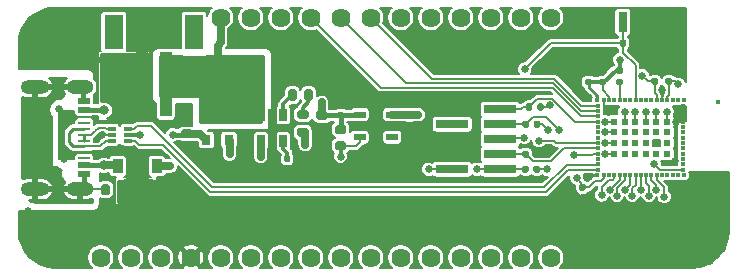
<source format=gbr>
%TF.GenerationSoftware,KiCad,Pcbnew,(5.1.9)-1*%
%TF.CreationDate,2021-04-07T15:03:24-04:00*%
%TF.ProjectId,Finch-Feather,46696e63-682d-4466-9561-746865722e6b,rev?*%
%TF.SameCoordinates,Original*%
%TF.FileFunction,Copper,L1,Top*%
%TF.FilePolarity,Positive*%
%FSLAX46Y46*%
G04 Gerber Fmt 4.6, Leading zero omitted, Abs format (unit mm)*
G04 Created by KiCad (PCBNEW (5.1.9)-1) date 2021-04-07 15:03:24*
%MOMM*%
%LPD*%
G01*
G04 APERTURE LIST*
%TA.AperFunction,SMDPad,CuDef*%
%ADD10R,0.650000X1.060000*%
%TD*%
%TA.AperFunction,SMDPad,CuDef*%
%ADD11R,1.600000X3.000000*%
%TD*%
%TA.AperFunction,SMDPad,CuDef*%
%ADD12R,1.000000X5.500000*%
%TD*%
%TA.AperFunction,SMDPad,CuDef*%
%ADD13R,0.900000X1.200000*%
%TD*%
%TA.AperFunction,SMDPad,CuDef*%
%ADD14R,0.800000X0.900000*%
%TD*%
%TA.AperFunction,SMDPad,CuDef*%
%ADD15R,1.000001X0.599999*%
%TD*%
%TA.AperFunction,SMDPad,CuDef*%
%ADD16R,0.430000X0.430000*%
%TD*%
%TA.AperFunction,SMDPad,CuDef*%
%ADD17R,0.300000X0.350000*%
%TD*%
%TA.AperFunction,SMDPad,CuDef*%
%ADD18R,0.350000X0.350000*%
%TD*%
%TA.AperFunction,SMDPad,CuDef*%
%ADD19R,0.350000X0.300000*%
%TD*%
%TA.AperFunction,SMDPad,CuDef*%
%ADD20R,0.600000X0.600000*%
%TD*%
%TA.AperFunction,ComponentPad*%
%ADD21C,1.620000*%
%TD*%
%TA.AperFunction,ComponentPad*%
%ADD22O,2.400000X1.200000*%
%TD*%
%TA.AperFunction,ComponentPad*%
%ADD23O,2.316000X1.158000*%
%TD*%
%TA.AperFunction,SMDPad,CuDef*%
%ADD24R,2.000000X1.000000*%
%TD*%
%TA.AperFunction,SMDPad,CuDef*%
%ADD25R,1.000000X0.270000*%
%TD*%
%TA.AperFunction,SMDPad,CuDef*%
%ADD26R,1.000000X0.520000*%
%TD*%
%TA.AperFunction,SMDPad,CuDef*%
%ADD27R,0.750000X0.350000*%
%TD*%
%TA.AperFunction,SMDPad,CuDef*%
%ADD28R,2.800000X0.750000*%
%TD*%
%TA.AperFunction,SMDPad,CuDef*%
%ADD29R,0.800000X1.700000*%
%TD*%
%TA.AperFunction,ViaPad*%
%ADD30C,0.635000*%
%TD*%
%TA.AperFunction,ViaPad*%
%ADD31C,0.800000*%
%TD*%
%TA.AperFunction,Conductor*%
%ADD32C,0.177800*%
%TD*%
%TA.AperFunction,Conductor*%
%ADD33C,0.250000*%
%TD*%
%TA.AperFunction,Conductor*%
%ADD34C,0.350000*%
%TD*%
%TA.AperFunction,Conductor*%
%ADD35C,0.635000*%
%TD*%
%TA.AperFunction,Conductor*%
%ADD36C,0.450000*%
%TD*%
%TA.AperFunction,Conductor*%
%ADD37C,0.127000*%
%TD*%
%TA.AperFunction,Conductor*%
%ADD38C,0.254000*%
%TD*%
%TA.AperFunction,Conductor*%
%ADD39C,0.100000*%
%TD*%
%TA.AperFunction,Conductor*%
%ADD40C,0.152400*%
%TD*%
G04 APERTURE END LIST*
D10*
%TO.P,U3,1*%
%TO.N,/STAT*%
X142350000Y-98100000D03*
%TO.P,U3,2*%
%TO.N,GND*%
X141400000Y-98100000D03*
%TO.P,U3,3*%
%TO.N,/VBAT*%
X140450000Y-98100000D03*
%TO.P,U3,4*%
%TO.N,VCC*%
X140450000Y-100300000D03*
%TO.P,U3,5*%
%TO.N,/PROG*%
X142350000Y-100300000D03*
%TD*%
D11*
%TO.P,T5,*%
%TO.N,*%
X134800000Y-91075000D03*
X128000000Y-91075000D03*
D12*
%TO.P,T5,2*%
%TO.N,/VBAT*%
X132400000Y-95475000D03*
%TO.P,T5,1*%
%TO.N,GND*%
X130400000Y-95475000D03*
%TD*%
%TO.P,R9,2*%
%TO.N,GND*%
%TA.AperFunction,SMDPad,CuDef*%
G36*
G01*
X134515000Y-98690000D02*
X133885000Y-98690000D01*
G75*
G02*
X133700000Y-98505000I0J185000D01*
G01*
X133700000Y-98135000D01*
G75*
G02*
X133885000Y-97950000I185000J0D01*
G01*
X134515000Y-97950000D01*
G75*
G02*
X134700000Y-98135000I0J-185000D01*
G01*
X134700000Y-98505000D01*
G75*
G02*
X134515000Y-98690000I-185000J0D01*
G01*
G37*
%TD.AperFunction*%
%TO.P,R9,1*%
%TO.N,VBUS*%
%TA.AperFunction,SMDPad,CuDef*%
G36*
G01*
X134515000Y-100050000D02*
X133885000Y-100050000D01*
G75*
G02*
X133700000Y-99865000I0J185000D01*
G01*
X133700000Y-99495000D01*
G75*
G02*
X133885000Y-99310000I185000J0D01*
G01*
X134515000Y-99310000D01*
G75*
G02*
X134700000Y-99495000I0J-185000D01*
G01*
X134700000Y-99865000D01*
G75*
G02*
X134515000Y-100050000I-185000J0D01*
G01*
G37*
%TD.AperFunction*%
%TD*%
D13*
%TO.P,D3,2*%
%TO.N,VCC*%
X131650000Y-102400000D03*
%TO.P,D3,1*%
%TO.N,VBUS*%
X128350000Y-102400000D03*
%TD*%
%TO.P,R8,2*%
%TO.N,/ENABLE*%
%TA.AperFunction,SMDPad,CuDef*%
G36*
G01*
X146885000Y-100310000D02*
X147515000Y-100310000D01*
G75*
G02*
X147700000Y-100495000I0J-185000D01*
G01*
X147700000Y-100865000D01*
G75*
G02*
X147515000Y-101050000I-185000J0D01*
G01*
X146885000Y-101050000D01*
G75*
G02*
X146700000Y-100865000I0J185000D01*
G01*
X146700000Y-100495000D01*
G75*
G02*
X146885000Y-100310000I185000J0D01*
G01*
G37*
%TD.AperFunction*%
%TO.P,R8,1*%
%TO.N,VCC*%
%TA.AperFunction,SMDPad,CuDef*%
G36*
G01*
X146885000Y-98950000D02*
X147515000Y-98950000D01*
G75*
G02*
X147700000Y-99135000I0J-185000D01*
G01*
X147700000Y-99505000D01*
G75*
G02*
X147515000Y-99690000I-185000J0D01*
G01*
X146885000Y-99690000D01*
G75*
G02*
X146700000Y-99505000I0J185000D01*
G01*
X146700000Y-99135000D01*
G75*
G02*
X146885000Y-98950000I185000J0D01*
G01*
G37*
%TD.AperFunction*%
%TD*%
D14*
%TO.P,Q1,1*%
%TO.N,VBUS*%
X135850000Y-100200000D03*
%TO.P,Q1,2*%
%TO.N,VCC*%
X137750000Y-100200000D03*
%TO.P,Q1,3*%
%TO.N,/VBAT*%
X136800000Y-98200000D03*
%TD*%
D15*
%TO.P,U2,5*%
%TO.N,+3V3*%
X151574999Y-98049999D03*
%TO.P,U2,4*%
%TO.N,Net-(U2-Pad4)*%
X151574999Y-99949998D03*
%TO.P,U2,3*%
%TO.N,/ENABLE*%
X148824999Y-99949998D03*
%TO.P,U2,2*%
%TO.N,GND*%
X148824999Y-99000000D03*
%TO.P,U2,1*%
%TO.N,VCC*%
X148824999Y-98049999D03*
%TD*%
%TO.P,C10,1*%
%TO.N,VCC*%
%TA.AperFunction,SMDPad,CuDef*%
G36*
G01*
X147365250Y-98362500D02*
X147034750Y-98362500D01*
G75*
G02*
X146895000Y-98222750I0J139750D01*
G01*
X146895000Y-97943250D01*
G75*
G02*
X147034750Y-97803500I139750J0D01*
G01*
X147365250Y-97803500D01*
G75*
G02*
X147505000Y-97943250I0J-139750D01*
G01*
X147505000Y-98222750D01*
G75*
G02*
X147365250Y-98362500I-139750J0D01*
G01*
G37*
%TD.AperFunction*%
%TO.P,C10,2*%
%TO.N,GND*%
%TA.AperFunction,SMDPad,CuDef*%
G36*
G01*
X147365250Y-97396500D02*
X147034750Y-97396500D01*
G75*
G02*
X146895000Y-97256750I0J139750D01*
G01*
X146895000Y-96977250D01*
G75*
G02*
X147034750Y-96837500I139750J0D01*
G01*
X147365250Y-96837500D01*
G75*
G02*
X147505000Y-96977250I0J-139750D01*
G01*
X147505000Y-97256750D01*
G75*
G02*
X147365250Y-97396500I-139750J0D01*
G01*
G37*
%TD.AperFunction*%
%TD*%
D16*
%TO.P,M1,86*%
%TO.N,GND*%
X179185000Y-103050000D03*
%TO.P,M1,85*%
%TO.N,Net-(M1-Pad85)*%
X179185000Y-96950000D03*
D17*
%TO.P,M1,16*%
%TO.N,GND*%
X169475000Y-96850000D03*
%TO.P,M1,15*%
%TO.N,+3V3*%
X169925000Y-96850000D03*
%TO.P,M1,14*%
%TO.N,Net-(M1-Pad14)*%
X170375000Y-96850000D03*
%TO.P,M1,13*%
%TO.N,/BOOT0*%
X170825000Y-96850000D03*
%TO.P,M1,12*%
%TO.N,Net-(M1-Pad12)*%
X171275000Y-96850000D03*
%TO.P,M1,11*%
%TO.N,Net-(M1-Pad11)*%
X171725000Y-96850000D03*
%TO.P,M1,10*%
%TO.N,/NRST*%
X172175000Y-96850000D03*
%TO.P,M1,9*%
%TO.N,Net-(M1-Pad9)*%
X172625000Y-96850000D03*
%TO.P,M1,8*%
%TO.N,Net-(M1-Pad8)*%
X173075000Y-96850000D03*
%TO.P,M1,7*%
%TO.N,Net-(M1-Pad7)*%
X173525000Y-96850000D03*
%TO.P,M1,6*%
%TO.N,+3V3*%
X173975000Y-96850000D03*
%TO.P,M1,5*%
%TO.N,GND*%
X174425000Y-96850000D03*
%TO.P,M1,4*%
%TO.N,+3V3*%
X174875000Y-96850000D03*
%TO.P,M1,3*%
%TO.N,Net-(M1-Pad3)*%
X175325000Y-96850000D03*
%TO.P,M1,2*%
%TO.N,Net-(M1-Pad2)*%
X175775000Y-96850000D03*
D18*
%TO.P,M1,17*%
%TO.N,+3V3*%
X168950000Y-96825000D03*
D19*
%TO.P,M1,18*%
%TO.N,/PB7*%
X168975000Y-97300000D03*
%TO.P,M1,19*%
%TO.N,/PB5*%
X168975000Y-97750000D03*
%TO.P,M1,20*%
%TO.N,/PB4*%
X168975000Y-98200000D03*
%TO.P,M1,21*%
%TO.N,/JTAG_NJTRST*%
X168975000Y-98650000D03*
%TO.P,M1,22*%
%TO.N,Net-(M1-Pad22)*%
X168975000Y-99100000D03*
%TO.P,M1,23*%
%TO.N,Net-(M1-Pad23)*%
X168975000Y-99550000D03*
D18*
%TO.P,M1,31*%
%TO.N,GND*%
X168950000Y-103175000D03*
D19*
%TO.P,M1,30*%
%TO.N,/USB_D-*%
X168975000Y-102700000D03*
%TO.P,M1,29*%
%TO.N,/USB_D+*%
X168975000Y-102250000D03*
%TO.P,M1,28*%
%TO.N,Net-(M1-Pad28)*%
X168975000Y-101800000D03*
%TO.P,M1,27*%
%TO.N,/JTAG_JTDI*%
X168975000Y-101350000D03*
%TO.P,M1,26*%
%TO.N,/JTAG_SWCLK*%
X168975000Y-100900000D03*
%TO.P,M1,25*%
%TO.N,/JTAG_SWDIO*%
X168975000Y-100450000D03*
%TO.P,M1,24*%
%TO.N,Net-(M1-Pad24)*%
X168975000Y-100000000D03*
D17*
%TO.P,M1,32*%
%TO.N,+3V3*%
X169475000Y-103150000D03*
%TO.P,M1,33*%
%TO.N,Net-(M1-Pad33)*%
X169925000Y-103150000D03*
%TO.P,M1,34*%
%TO.N,/PD1*%
X170375000Y-103150000D03*
%TO.P,M1,35*%
%TO.N,/PB13*%
X170825000Y-103150000D03*
%TO.P,M1,36*%
%TO.N,/PC6*%
X171275000Y-103150000D03*
%TO.P,M1,37*%
%TO.N,/PB14*%
X171725000Y-103150000D03*
%TO.P,M1,38*%
%TO.N,/PB15*%
X172175000Y-103150000D03*
%TO.P,M1,39*%
%TO.N,/PB6*%
X172625000Y-103150000D03*
%TO.P,M1,40*%
%TO.N,/PC13*%
X173075000Y-103150000D03*
%TO.P,M1,41*%
%TO.N,/PB12*%
X173525000Y-103150000D03*
%TO.P,M1,42*%
%TO.N,/PE4*%
X173975000Y-103150000D03*
%TO.P,M1,43*%
%TO.N,N/C*%
X174425000Y-103150000D03*
%TO.P,M1,44*%
X174875000Y-103150000D03*
%TO.P,M1,45*%
%TO.N,Net-(M1-Pad45)*%
X175325000Y-103150000D03*
%TO.P,M1,46*%
%TO.N,/PB11*%
X175775000Y-103150000D03*
D18*
%TO.P,M1,1*%
%TO.N,Net-(M1-Pad1)*%
X176250000Y-96825000D03*
D19*
%TO.P,M1,60*%
%TO.N,GND*%
X176225000Y-97300000D03*
%TO.P,M1,59*%
X176225000Y-97750000D03*
%TO.P,M1,58*%
X176225000Y-98200000D03*
%TO.P,M1,57*%
X176225000Y-98650000D03*
%TO.P,M1,56*%
%TO.N,Net-(M1-Pad56)*%
X176225000Y-99100000D03*
%TO.P,M1,55*%
%TO.N,Net-(M1-Pad55)*%
X176225000Y-99550000D03*
D18*
%TO.P,M1,47*%
%TO.N,/PB10*%
X176250000Y-103175000D03*
D19*
%TO.P,M1,48*%
%TO.N,/JTAG_JTDO*%
X176225000Y-102700000D03*
%TO.P,M1,49*%
%TO.N,Net-(M1-Pad49)*%
X176225000Y-102250000D03*
%TO.P,M1,50*%
%TO.N,Net-(M1-Pad50)*%
X176225000Y-101800000D03*
%TO.P,M1,51*%
%TO.N,Net-(M1-Pad51)*%
X176225000Y-101350000D03*
%TO.P,M1,52*%
%TO.N,Net-(M1-Pad52)*%
X176225000Y-100900000D03*
%TO.P,M1,53*%
%TO.N,Net-(M1-Pad53)*%
X176225000Y-100450000D03*
%TO.P,M1,54*%
%TO.N,Net-(M1-Pad54)*%
X176225000Y-100000000D03*
D20*
%TO.P,M1,69*%
%TO.N,/PC9*%
X170350000Y-101350000D03*
%TO.P,M1,70*%
%TO.N,Net-(M1-Pad70)*%
X171250000Y-101350000D03*
%TO.P,M1,71*%
%TO.N,Net-(M1-Pad71)*%
X172150000Y-101350000D03*
%TO.P,M1,72*%
%TO.N,Net-(M1-Pad72)*%
X173050000Y-101350000D03*
%TO.P,M1,73*%
%TO.N,Net-(M1-Pad73)*%
X173950000Y-101350000D03*
%TO.P,M1,74*%
%TO.N,Net-(M1-Pad74)*%
X174850000Y-101350000D03*
%TO.P,M1,68*%
%TO.N,/PD2*%
X170350000Y-100450000D03*
%TO.P,M1,81*%
%TO.N,Net-(M1-Pad81)*%
X171250000Y-100450000D03*
%TO.P,M1,82*%
%TO.N,Net-(M1-Pad82)*%
X172150000Y-100450000D03*
%TO.P,M1,83*%
%TO.N,Net-(M1-Pad83)*%
X173050000Y-100450000D03*
%TO.P,M1,84*%
%TO.N,GND*%
X173950000Y-100450000D03*
%TO.P,M1,75*%
%TO.N,Net-(M1-Pad75)*%
X174850000Y-100450000D03*
%TO.P,M1,67*%
%TO.N,/PD7*%
X170350000Y-99550000D03*
%TO.P,M1,80*%
%TO.N,Net-(M1-Pad80)*%
X171250000Y-99550000D03*
%TO.P,M1,79*%
%TO.N,Net-(M1-Pad79)*%
X172150000Y-99550000D03*
%TO.P,M1,78*%
%TO.N,Net-(M1-Pad78)*%
X173050000Y-99550000D03*
%TO.P,M1,77*%
%TO.N,Net-(M1-Pad77)*%
X173950000Y-99550000D03*
%TO.P,M1,76*%
%TO.N,Net-(M1-Pad76)*%
X174850000Y-99550000D03*
%TO.P,M1,66*%
%TO.N,/PD12*%
X170350000Y-98650000D03*
%TO.P,M1,65*%
%TO.N,/PD13*%
X171250000Y-98650000D03*
%TO.P,M1,64*%
%TO.N,/PE1*%
X172150000Y-98650000D03*
%TO.P,M1,63*%
%TO.N,/PD14*%
X173050000Y-98650000D03*
%TO.P,M1,62*%
%TO.N,/PH1*%
X173950000Y-98650000D03*
%TO.P,M1,61*%
%TO.N,/PH0*%
X174850000Y-98650000D03*
%TD*%
D21*
%TO.P,T2,12*%
%TO.N,/PH0*%
X165000000Y-89840000D03*
%TO.P,T2,11*%
%TO.N,/PH1*%
X162460000Y-89840000D03*
%TO.P,T2,10*%
%TO.N,/PD14*%
X159920000Y-89840000D03*
%TO.P,T2,9*%
%TO.N,/PE1*%
X157380000Y-89840000D03*
%TO.P,T2,8*%
%TO.N,/PD13*%
X154840000Y-89840000D03*
%TO.P,T2,7*%
%TO.N,/PD12*%
X152300000Y-89840000D03*
%TO.P,T2,6*%
%TO.N,/PB7*%
X149760000Y-89840000D03*
%TO.P,T2,5*%
%TO.N,/PB5*%
X147220000Y-89840000D03*
%TO.P,T2,4*%
%TO.N,/PB4*%
X144680000Y-89840000D03*
%TO.P,T2,3*%
%TO.N,VBUS*%
X142140000Y-89840000D03*
%TO.P,T2,2*%
%TO.N,/ENABLE*%
X139600000Y-89840000D03*
%TO.P,T2,1*%
%TO.N,/VBAT*%
X137060000Y-89840000D03*
%TD*%
%TO.P,T4,16*%
%TO.N,/PE4*%
X165000000Y-110160000D03*
%TO.P,T4,15*%
%TO.N,/PB12*%
X162460000Y-110160000D03*
%TO.P,T4,14*%
%TO.N,/PC13*%
X159920000Y-110160000D03*
%TO.P,T4,13*%
%TO.N,/PB6*%
X157380000Y-110160000D03*
%TO.P,T4,12*%
%TO.N,/PB15*%
X154840000Y-110160000D03*
%TO.P,T4,11*%
%TO.N,/PB14*%
X152300000Y-110160000D03*
%TO.P,T4,10*%
%TO.N,/PC6*%
X149760000Y-110160000D03*
%TO.P,T4,9*%
%TO.N,/PB13*%
X147220000Y-110160000D03*
%TO.P,T4,8*%
%TO.N,/PD1*%
X144680000Y-110160000D03*
%TO.P,T4,7*%
%TO.N,/PC9*%
X142140000Y-110160000D03*
%TO.P,T4,6*%
%TO.N,/PD2*%
X139600000Y-110160000D03*
%TO.P,T4,5*%
%TO.N,/PD7*%
X137060000Y-110160000D03*
%TO.P,T4,4*%
%TO.N,GND*%
X134520000Y-110160000D03*
%TO.P,T4,3*%
%TO.N,Net-(T4-Pad3)*%
X131980000Y-110160000D03*
%TO.P,T4,2*%
%TO.N,+3V3*%
X129440000Y-110160000D03*
%TO.P,T4,1*%
%TO.N,/NRST*%
X126900000Y-110160000D03*
%TD*%
D22*
%TO.P,T3,S6*%
%TO.N,Net-(L1-Pad2)*%
X121300000Y-104320000D03*
%TO.P,T3,S5*%
X121300000Y-95680000D03*
D23*
%TO.P,T3,S4*%
X125125000Y-104320000D03*
%TO.P,T3,S3*%
X125125000Y-95680000D03*
D24*
%TO.P,T3,S2*%
X121300000Y-101400000D03*
%TO.P,T3,S1*%
X121300000Y-98600000D03*
D25*
%TO.P,T3,9*%
%TO.N,GND*%
X125500000Y-101250000D03*
%TO.P,T3,8*%
%TO.N,Net-(T3-Pad5)*%
X125500000Y-100750000D03*
%TO.P,T3,7*%
%TO.N,Net-(T3-Pad6)*%
X125500000Y-100250000D03*
%TO.P,T3,6*%
X125500000Y-99750000D03*
%TO.P,T3,5*%
%TO.N,Net-(T3-Pad5)*%
X125500000Y-99250000D03*
%TO.P,T3,4*%
%TO.N,Net-(T3-Pad4)*%
X125500000Y-98750000D03*
%TO.P,T3,10*%
%TO.N,Net-(T3-Pad10)*%
X125500000Y-101750000D03*
%TO.P,T3,3*%
%TO.N,GND*%
X125500000Y-98250000D03*
D26*
%TO.P,T3,11*%
%TO.N,VBUS*%
X125500000Y-102350000D03*
%TO.P,T3,2*%
X125500000Y-97650000D03*
%TO.P,T3,12*%
%TO.N,Net-(L1-Pad2)*%
X125500000Y-103100000D03*
%TO.P,T3,1*%
X125500000Y-96900000D03*
%TD*%
D27*
%TO.P,U1,6*%
%TO.N,/USB_D+*%
X129200000Y-99250000D03*
%TO.P,U1,5*%
%TO.N,VBUS*%
X129200000Y-99750000D03*
%TO.P,U1,4*%
%TO.N,/USB_D-*%
X129200000Y-100250000D03*
%TO.P,U1,3*%
%TO.N,Net-(T3-Pad5)*%
X127820000Y-100250000D03*
%TO.P,U1,2*%
%TO.N,GND*%
X127820000Y-99750000D03*
%TO.P,U1,1*%
%TO.N,Net-(T3-Pad6)*%
X127820000Y-99250000D03*
%TD*%
D28*
%TO.P,T1,10*%
%TO.N,/JTAG_NJTRST*%
X160710000Y-97590000D03*
%TO.P,T1,9*%
%TO.N,GND*%
X156650000Y-97590000D03*
%TO.P,T1,8*%
%TO.N,/JTAG_JTDI*%
X160710000Y-98860000D03*
%TO.P,T1,7*%
%TO.N,Net-(T1-Pad7)*%
X156650000Y-98860000D03*
%TO.P,T1,6*%
%TO.N,/JTAG_JTDO*%
X160710000Y-100130000D03*
%TO.P,T1,5*%
%TO.N,GND*%
X156650000Y-100130000D03*
%TO.P,T1,4*%
%TO.N,/JTAG_SWCLK*%
X160710000Y-101400000D03*
%TO.P,T1,3*%
%TO.N,GND*%
X156650000Y-101400000D03*
%TO.P,T1,2*%
%TO.N,/JTAG_SWDIO*%
X160710000Y-102670000D03*
%TO.P,T1,1*%
%TO.N,+3V3*%
X156650000Y-102670000D03*
%TD*%
D29*
%TO.P,SW1,1*%
%TO.N,GND*%
X167700000Y-90200000D03*
%TO.P,SW1,2*%
%TO.N,/NRST*%
X171100000Y-90200000D03*
%TD*%
%TO.P,R7,1*%
%TO.N,/PROG*%
%TA.AperFunction,SMDPad,CuDef*%
G36*
G01*
X142962500Y-101634750D02*
X142962500Y-101965250D01*
G75*
G02*
X142822750Y-102105000I-139750J0D01*
G01*
X142543250Y-102105000D01*
G75*
G02*
X142403500Y-101965250I0J139750D01*
G01*
X142403500Y-101634750D01*
G75*
G02*
X142543250Y-101495000I139750J0D01*
G01*
X142822750Y-101495000D01*
G75*
G02*
X142962500Y-101634750I0J-139750D01*
G01*
G37*
%TD.AperFunction*%
%TO.P,R7,2*%
%TO.N,GND*%
%TA.AperFunction,SMDPad,CuDef*%
G36*
G01*
X141996500Y-101634750D02*
X141996500Y-101965250D01*
G75*
G02*
X141856750Y-102105000I-139750J0D01*
G01*
X141577250Y-102105000D01*
G75*
G02*
X141437500Y-101965250I0J139750D01*
G01*
X141437500Y-101634750D01*
G75*
G02*
X141577250Y-101495000I139750J0D01*
G01*
X141856750Y-101495000D01*
G75*
G02*
X141996500Y-101634750I0J-139750D01*
G01*
G37*
%TD.AperFunction*%
%TD*%
%TO.P,R6,2*%
%TO.N,/STAT*%
%TA.AperFunction,SMDPad,CuDef*%
G36*
G01*
X143490000Y-96085000D02*
X143490000Y-96715000D01*
G75*
G02*
X143305000Y-96900000I-185000J0D01*
G01*
X142935000Y-96900000D01*
G75*
G02*
X142750000Y-96715000I0J185000D01*
G01*
X142750000Y-96085000D01*
G75*
G02*
X142935000Y-95900000I185000J0D01*
G01*
X143305000Y-95900000D01*
G75*
G02*
X143490000Y-96085000I0J-185000D01*
G01*
G37*
%TD.AperFunction*%
%TO.P,R6,1*%
%TO.N,/LED*%
%TA.AperFunction,SMDPad,CuDef*%
G36*
G01*
X144850000Y-96085000D02*
X144850000Y-96715000D01*
G75*
G02*
X144665000Y-96900000I-185000J0D01*
G01*
X144295000Y-96900000D01*
G75*
G02*
X144110000Y-96715000I0J185000D01*
G01*
X144110000Y-96085000D01*
G75*
G02*
X144295000Y-95900000I185000J0D01*
G01*
X144665000Y-95900000D01*
G75*
G02*
X144850000Y-96085000I0J-185000D01*
G01*
G37*
%TD.AperFunction*%
%TD*%
%TO.P,R5,1*%
%TO.N,+3V3*%
%TA.AperFunction,SMDPad,CuDef*%
G36*
G01*
X170659750Y-94037500D02*
X170990250Y-94037500D01*
G75*
G02*
X171130000Y-94177250I0J-139750D01*
G01*
X171130000Y-94456750D01*
G75*
G02*
X170990250Y-94596500I-139750J0D01*
G01*
X170659750Y-94596500D01*
G75*
G02*
X170520000Y-94456750I0J139750D01*
G01*
X170520000Y-94177250D01*
G75*
G02*
X170659750Y-94037500I139750J0D01*
G01*
G37*
%TD.AperFunction*%
%TO.P,R5,2*%
%TO.N,/BOOT0*%
%TA.AperFunction,SMDPad,CuDef*%
G36*
G01*
X170659750Y-95003500D02*
X170990250Y-95003500D01*
G75*
G02*
X171130000Y-95143250I0J-139750D01*
G01*
X171130000Y-95422750D01*
G75*
G02*
X170990250Y-95562500I-139750J0D01*
G01*
X170659750Y-95562500D01*
G75*
G02*
X170520000Y-95422750I0J139750D01*
G01*
X170520000Y-95143250D01*
G75*
G02*
X170659750Y-95003500I139750J0D01*
G01*
G37*
%TD.AperFunction*%
%TD*%
%TO.P,R4,1*%
%TO.N,+3V3*%
%TA.AperFunction,SMDPad,CuDef*%
G36*
G01*
X164412500Y-97234750D02*
X164412500Y-97565250D01*
G75*
G02*
X164272750Y-97705000I-139750J0D01*
G01*
X163993250Y-97705000D01*
G75*
G02*
X163853500Y-97565250I0J139750D01*
G01*
X163853500Y-97234750D01*
G75*
G02*
X163993250Y-97095000I139750J0D01*
G01*
X164272750Y-97095000D01*
G75*
G02*
X164412500Y-97234750I0J-139750D01*
G01*
G37*
%TD.AperFunction*%
%TO.P,R4,2*%
%TO.N,/JTAG_NJTRST*%
%TA.AperFunction,SMDPad,CuDef*%
G36*
G01*
X163446500Y-97234750D02*
X163446500Y-97565250D01*
G75*
G02*
X163306750Y-97705000I-139750J0D01*
G01*
X163027250Y-97705000D01*
G75*
G02*
X162887500Y-97565250I0J139750D01*
G01*
X162887500Y-97234750D01*
G75*
G02*
X163027250Y-97095000I139750J0D01*
G01*
X163306750Y-97095000D01*
G75*
G02*
X163446500Y-97234750I0J-139750D01*
G01*
G37*
%TD.AperFunction*%
%TD*%
%TO.P,R3,1*%
%TO.N,/JTAG_SWCLK*%
%TA.AperFunction,SMDPad,CuDef*%
G36*
G01*
X162587500Y-101565250D02*
X162587500Y-101234750D01*
G75*
G02*
X162727250Y-101095000I139750J0D01*
G01*
X163006750Y-101095000D01*
G75*
G02*
X163146500Y-101234750I0J-139750D01*
G01*
X163146500Y-101565250D01*
G75*
G02*
X163006750Y-101705000I-139750J0D01*
G01*
X162727250Y-101705000D01*
G75*
G02*
X162587500Y-101565250I0J139750D01*
G01*
G37*
%TD.AperFunction*%
%TO.P,R3,2*%
%TO.N,GND*%
%TA.AperFunction,SMDPad,CuDef*%
G36*
G01*
X163553500Y-101565250D02*
X163553500Y-101234750D01*
G75*
G02*
X163693250Y-101095000I139750J0D01*
G01*
X163972750Y-101095000D01*
G75*
G02*
X164112500Y-101234750I0J-139750D01*
G01*
X164112500Y-101565250D01*
G75*
G02*
X163972750Y-101705000I-139750J0D01*
G01*
X163693250Y-101705000D01*
G75*
G02*
X163553500Y-101565250I0J139750D01*
G01*
G37*
%TD.AperFunction*%
%TD*%
%TO.P,R2,1*%
%TO.N,+3V3*%
%TA.AperFunction,SMDPad,CuDef*%
G36*
G01*
X164112500Y-98694750D02*
X164112500Y-99025250D01*
G75*
G02*
X163972750Y-99165000I-139750J0D01*
G01*
X163693250Y-99165000D01*
G75*
G02*
X163553500Y-99025250I0J139750D01*
G01*
X163553500Y-98694750D01*
G75*
G02*
X163693250Y-98555000I139750J0D01*
G01*
X163972750Y-98555000D01*
G75*
G02*
X164112500Y-98694750I0J-139750D01*
G01*
G37*
%TD.AperFunction*%
%TO.P,R2,2*%
%TO.N,/JTAG_JTDI*%
%TA.AperFunction,SMDPad,CuDef*%
G36*
G01*
X163146500Y-98694750D02*
X163146500Y-99025250D01*
G75*
G02*
X163006750Y-99165000I-139750J0D01*
G01*
X162727250Y-99165000D01*
G75*
G02*
X162587500Y-99025250I0J139750D01*
G01*
X162587500Y-98694750D01*
G75*
G02*
X162727250Y-98555000I139750J0D01*
G01*
X163006750Y-98555000D01*
G75*
G02*
X163146500Y-98694750I0J-139750D01*
G01*
G37*
%TD.AperFunction*%
%TD*%
%TO.P,R1,1*%
%TO.N,+3V3*%
%TA.AperFunction,SMDPad,CuDef*%
G36*
G01*
X164087500Y-102504750D02*
X164087500Y-102835250D01*
G75*
G02*
X163947750Y-102975000I-139750J0D01*
G01*
X163668250Y-102975000D01*
G75*
G02*
X163528500Y-102835250I0J139750D01*
G01*
X163528500Y-102504750D01*
G75*
G02*
X163668250Y-102365000I139750J0D01*
G01*
X163947750Y-102365000D01*
G75*
G02*
X164087500Y-102504750I0J-139750D01*
G01*
G37*
%TD.AperFunction*%
%TO.P,R1,2*%
%TO.N,/JTAG_SWDIO*%
%TA.AperFunction,SMDPad,CuDef*%
G36*
G01*
X163121500Y-102504750D02*
X163121500Y-102835250D01*
G75*
G02*
X162981750Y-102975000I-139750J0D01*
G01*
X162702250Y-102975000D01*
G75*
G02*
X162562500Y-102835250I0J139750D01*
G01*
X162562500Y-102504750D01*
G75*
G02*
X162702250Y-102365000I139750J0D01*
G01*
X162981750Y-102365000D01*
G75*
G02*
X163121500Y-102504750I0J-139750D01*
G01*
G37*
%TD.AperFunction*%
%TD*%
%TO.P,L1,1*%
%TO.N,GND*%
%TA.AperFunction,SMDPad,CuDef*%
G36*
G01*
X129100000Y-104125000D02*
X129100000Y-104675000D01*
G75*
G02*
X128900000Y-104875000I-200000J0D01*
G01*
X128500000Y-104875000D01*
G75*
G02*
X128300000Y-104675000I0J200000D01*
G01*
X128300000Y-104125000D01*
G75*
G02*
X128500000Y-103925000I200000J0D01*
G01*
X128900000Y-103925000D01*
G75*
G02*
X129100000Y-104125000I0J-200000D01*
G01*
G37*
%TD.AperFunction*%
%TO.P,L1,2*%
%TO.N,Net-(L1-Pad2)*%
%TA.AperFunction,SMDPad,CuDef*%
G36*
G01*
X127700000Y-104125000D02*
X127700000Y-104675000D01*
G75*
G02*
X127500000Y-104875000I-200000J0D01*
G01*
X127100000Y-104875000D01*
G75*
G02*
X126900000Y-104675000I0J200000D01*
G01*
X126900000Y-104125000D01*
G75*
G02*
X127100000Y-103925000I200000J0D01*
G01*
X127500000Y-103925000D01*
G75*
G02*
X127700000Y-104125000I0J-200000D01*
G01*
G37*
%TD.AperFunction*%
%TD*%
%TO.P,D1,2*%
%TO.N,/LED*%
%TA.AperFunction,SMDPad,CuDef*%
G36*
G01*
X144312500Y-98425000D02*
X143687500Y-98425000D01*
G75*
G02*
X143500000Y-98237500I0J187500D01*
G01*
X143500000Y-97862500D01*
G75*
G02*
X143687500Y-97675000I187500J0D01*
G01*
X144312500Y-97675000D01*
G75*
G02*
X144500000Y-97862500I0J-187500D01*
G01*
X144500000Y-98237500D01*
G75*
G02*
X144312500Y-98425000I-187500J0D01*
G01*
G37*
%TD.AperFunction*%
%TO.P,D1,1*%
%TO.N,VCC*%
%TA.AperFunction,SMDPad,CuDef*%
G36*
G01*
X144312500Y-99925000D02*
X143687500Y-99925000D01*
G75*
G02*
X143500000Y-99737500I0J187500D01*
G01*
X143500000Y-99362500D01*
G75*
G02*
X143687500Y-99175000I187500J0D01*
G01*
X144312500Y-99175000D01*
G75*
G02*
X144500000Y-99362500I0J-187500D01*
G01*
X144500000Y-99737500D01*
G75*
G02*
X144312500Y-99925000I-187500J0D01*
G01*
G37*
%TD.AperFunction*%
%TD*%
%TO.P,C9,1*%
%TO.N,+3V3*%
%TA.AperFunction,SMDPad,CuDef*%
G36*
G01*
X173965250Y-95512500D02*
X173634750Y-95512500D01*
G75*
G02*
X173495000Y-95372750I0J139750D01*
G01*
X173495000Y-95093250D01*
G75*
G02*
X173634750Y-94953500I139750J0D01*
G01*
X173965250Y-94953500D01*
G75*
G02*
X174105000Y-95093250I0J-139750D01*
G01*
X174105000Y-95372750D01*
G75*
G02*
X173965250Y-95512500I-139750J0D01*
G01*
G37*
%TD.AperFunction*%
%TO.P,C9,2*%
%TO.N,GND*%
%TA.AperFunction,SMDPad,CuDef*%
G36*
G01*
X173965250Y-94546500D02*
X173634750Y-94546500D01*
G75*
G02*
X173495000Y-94406750I0J139750D01*
G01*
X173495000Y-94127250D01*
G75*
G02*
X173634750Y-93987500I139750J0D01*
G01*
X173965250Y-93987500D01*
G75*
G02*
X174105000Y-94127250I0J-139750D01*
G01*
X174105000Y-94406750D01*
G75*
G02*
X173965250Y-94546500I-139750J0D01*
G01*
G37*
%TD.AperFunction*%
%TD*%
%TO.P,C8,1*%
%TO.N,+3V3*%
%TA.AperFunction,SMDPad,CuDef*%
G36*
G01*
X152834750Y-97837500D02*
X153165250Y-97837500D01*
G75*
G02*
X153305000Y-97977250I0J-139750D01*
G01*
X153305000Y-98256750D01*
G75*
G02*
X153165250Y-98396500I-139750J0D01*
G01*
X152834750Y-98396500D01*
G75*
G02*
X152695000Y-98256750I0J139750D01*
G01*
X152695000Y-97977250D01*
G75*
G02*
X152834750Y-97837500I139750J0D01*
G01*
G37*
%TD.AperFunction*%
%TO.P,C8,2*%
%TO.N,GND*%
%TA.AperFunction,SMDPad,CuDef*%
G36*
G01*
X152834750Y-98803500D02*
X153165250Y-98803500D01*
G75*
G02*
X153305000Y-98943250I0J-139750D01*
G01*
X153305000Y-99222750D01*
G75*
G02*
X153165250Y-99362500I-139750J0D01*
G01*
X152834750Y-99362500D01*
G75*
G02*
X152695000Y-99222750I0J139750D01*
G01*
X152695000Y-98943250D01*
G75*
G02*
X152834750Y-98803500I139750J0D01*
G01*
G37*
%TD.AperFunction*%
%TD*%
%TO.P,C7,1*%
%TO.N,+3V3*%
%TA.AperFunction,SMDPad,CuDef*%
G36*
G01*
X175165250Y-95512500D02*
X174834750Y-95512500D01*
G75*
G02*
X174695000Y-95372750I0J139750D01*
G01*
X174695000Y-95093250D01*
G75*
G02*
X174834750Y-94953500I139750J0D01*
G01*
X175165250Y-94953500D01*
G75*
G02*
X175305000Y-95093250I0J-139750D01*
G01*
X175305000Y-95372750D01*
G75*
G02*
X175165250Y-95512500I-139750J0D01*
G01*
G37*
%TD.AperFunction*%
%TO.P,C7,2*%
%TO.N,GND*%
%TA.AperFunction,SMDPad,CuDef*%
G36*
G01*
X175165250Y-94546500D02*
X174834750Y-94546500D01*
G75*
G02*
X174695000Y-94406750I0J139750D01*
G01*
X174695000Y-94127250D01*
G75*
G02*
X174834750Y-93987500I139750J0D01*
G01*
X175165250Y-93987500D01*
G75*
G02*
X175305000Y-94127250I0J-139750D01*
G01*
X175305000Y-94406750D01*
G75*
G02*
X175165250Y-94546500I-139750J0D01*
G01*
G37*
%TD.AperFunction*%
%TD*%
%TO.P,C6,1*%
%TO.N,+3V3*%
%TA.AperFunction,SMDPad,CuDef*%
G36*
G01*
X168365250Y-95562500D02*
X168034750Y-95562500D01*
G75*
G02*
X167895000Y-95422750I0J139750D01*
G01*
X167895000Y-95143250D01*
G75*
G02*
X168034750Y-95003500I139750J0D01*
G01*
X168365250Y-95003500D01*
G75*
G02*
X168505000Y-95143250I0J-139750D01*
G01*
X168505000Y-95422750D01*
G75*
G02*
X168365250Y-95562500I-139750J0D01*
G01*
G37*
%TD.AperFunction*%
%TO.P,C6,2*%
%TO.N,GND*%
%TA.AperFunction,SMDPad,CuDef*%
G36*
G01*
X168365250Y-94596500D02*
X168034750Y-94596500D01*
G75*
G02*
X167895000Y-94456750I0J139750D01*
G01*
X167895000Y-94177250D01*
G75*
G02*
X168034750Y-94037500I139750J0D01*
G01*
X168365250Y-94037500D01*
G75*
G02*
X168505000Y-94177250I0J-139750D01*
G01*
X168505000Y-94456750D01*
G75*
G02*
X168365250Y-94596500I-139750J0D01*
G01*
G37*
%TD.AperFunction*%
%TD*%
%TO.P,C5,1*%
%TO.N,+3V3*%
%TA.AperFunction,SMDPad,CuDef*%
G36*
G01*
X169565250Y-95562500D02*
X169234750Y-95562500D01*
G75*
G02*
X169095000Y-95422750I0J139750D01*
G01*
X169095000Y-95143250D01*
G75*
G02*
X169234750Y-95003500I139750J0D01*
G01*
X169565250Y-95003500D01*
G75*
G02*
X169705000Y-95143250I0J-139750D01*
G01*
X169705000Y-95422750D01*
G75*
G02*
X169565250Y-95562500I-139750J0D01*
G01*
G37*
%TD.AperFunction*%
%TO.P,C5,2*%
%TO.N,GND*%
%TA.AperFunction,SMDPad,CuDef*%
G36*
G01*
X169565250Y-94596500D02*
X169234750Y-94596500D01*
G75*
G02*
X169095000Y-94456750I0J139750D01*
G01*
X169095000Y-94177250D01*
G75*
G02*
X169234750Y-94037500I139750J0D01*
G01*
X169565250Y-94037500D01*
G75*
G02*
X169705000Y-94177250I0J-139750D01*
G01*
X169705000Y-94456750D01*
G75*
G02*
X169565250Y-94596500I-139750J0D01*
G01*
G37*
%TD.AperFunction*%
%TD*%
%TO.P,C4,1*%
%TO.N,+3V3*%
%TA.AperFunction,SMDPad,CuDef*%
G36*
G01*
X167962500Y-104034750D02*
X167962500Y-104365250D01*
G75*
G02*
X167822750Y-104505000I-139750J0D01*
G01*
X167543250Y-104505000D01*
G75*
G02*
X167403500Y-104365250I0J139750D01*
G01*
X167403500Y-104034750D01*
G75*
G02*
X167543250Y-103895000I139750J0D01*
G01*
X167822750Y-103895000D01*
G75*
G02*
X167962500Y-104034750I0J-139750D01*
G01*
G37*
%TD.AperFunction*%
%TO.P,C4,2*%
%TO.N,GND*%
%TA.AperFunction,SMDPad,CuDef*%
G36*
G01*
X166996500Y-104034750D02*
X166996500Y-104365250D01*
G75*
G02*
X166856750Y-104505000I-139750J0D01*
G01*
X166577250Y-104505000D01*
G75*
G02*
X166437500Y-104365250I0J139750D01*
G01*
X166437500Y-104034750D01*
G75*
G02*
X166577250Y-103895000I139750J0D01*
G01*
X166856750Y-103895000D01*
G75*
G02*
X166996500Y-104034750I0J-139750D01*
G01*
G37*
%TD.AperFunction*%
%TD*%
%TO.P,C3,2*%
%TO.N,GND*%
%TA.AperFunction,SMDPad,CuDef*%
G36*
G01*
X141310000Y-96715000D02*
X141310000Y-96085000D01*
G75*
G02*
X141495000Y-95900000I185000J0D01*
G01*
X141865000Y-95900000D01*
G75*
G02*
X142050000Y-96085000I0J-185000D01*
G01*
X142050000Y-96715000D01*
G75*
G02*
X141865000Y-96900000I-185000J0D01*
G01*
X141495000Y-96900000D01*
G75*
G02*
X141310000Y-96715000I0J185000D01*
G01*
G37*
%TD.AperFunction*%
%TO.P,C3,1*%
%TO.N,/VBAT*%
%TA.AperFunction,SMDPad,CuDef*%
G36*
G01*
X139950000Y-96715000D02*
X139950000Y-96085000D01*
G75*
G02*
X140135000Y-95900000I185000J0D01*
G01*
X140505000Y-95900000D01*
G75*
G02*
X140690000Y-96085000I0J-185000D01*
G01*
X140690000Y-96715000D01*
G75*
G02*
X140505000Y-96900000I-185000J0D01*
G01*
X140135000Y-96900000D01*
G75*
G02*
X139950000Y-96715000I0J185000D01*
G01*
G37*
%TD.AperFunction*%
%TD*%
%TO.P,C2,2*%
%TO.N,VCC*%
%TA.AperFunction,SMDPad,CuDef*%
G36*
G01*
X145915000Y-98490000D02*
X145285000Y-98490000D01*
G75*
G02*
X145100000Y-98305000I0J185000D01*
G01*
X145100000Y-97935000D01*
G75*
G02*
X145285000Y-97750000I185000J0D01*
G01*
X145915000Y-97750000D01*
G75*
G02*
X146100000Y-97935000I0J-185000D01*
G01*
X146100000Y-98305000D01*
G75*
G02*
X145915000Y-98490000I-185000J0D01*
G01*
G37*
%TD.AperFunction*%
%TO.P,C2,1*%
%TO.N,GND*%
%TA.AperFunction,SMDPad,CuDef*%
G36*
G01*
X145915000Y-99850000D02*
X145285000Y-99850000D01*
G75*
G02*
X145100000Y-99665000I0J185000D01*
G01*
X145100000Y-99295000D01*
G75*
G02*
X145285000Y-99110000I185000J0D01*
G01*
X145915000Y-99110000D01*
G75*
G02*
X146100000Y-99295000I0J-185000D01*
G01*
X146100000Y-99665000D01*
G75*
G02*
X145915000Y-99850000I-185000J0D01*
G01*
G37*
%TD.AperFunction*%
%TD*%
%TO.P,C1,1*%
%TO.N,/NRST*%
%TA.AperFunction,SMDPad,CuDef*%
G36*
G01*
X170837500Y-92165250D02*
X170837500Y-91834750D01*
G75*
G02*
X170977250Y-91695000I139750J0D01*
G01*
X171256750Y-91695000D01*
G75*
G02*
X171396500Y-91834750I0J-139750D01*
G01*
X171396500Y-92165250D01*
G75*
G02*
X171256750Y-92305000I-139750J0D01*
G01*
X170977250Y-92305000D01*
G75*
G02*
X170837500Y-92165250I0J139750D01*
G01*
G37*
%TD.AperFunction*%
%TO.P,C1,2*%
%TO.N,GND*%
%TA.AperFunction,SMDPad,CuDef*%
G36*
G01*
X171803500Y-92165250D02*
X171803500Y-91834750D01*
G75*
G02*
X171943250Y-91695000I139750J0D01*
G01*
X172222750Y-91695000D01*
G75*
G02*
X172362500Y-91834750I0J-139750D01*
G01*
X172362500Y-92165250D01*
G75*
G02*
X172222750Y-92305000I-139750J0D01*
G01*
X171943250Y-92305000D01*
G75*
G02*
X171803500Y-92165250I0J139750D01*
G01*
G37*
%TD.AperFunction*%
%TD*%
D30*
%TO.N,GND*%
X133250000Y-109250000D03*
X135750000Y-109250000D03*
%TO.N,/NRST*%
X162800000Y-94200000D03*
%TO.N,GND*%
X170500000Y-108450000D03*
X168500000Y-108450000D03*
X166500000Y-108450000D03*
X178500000Y-108400000D03*
X176500000Y-108400000D03*
X174500000Y-108450000D03*
X172500000Y-108450000D03*
X173500000Y-107450000D03*
X175500000Y-107450000D03*
X177500000Y-107450000D03*
X179500000Y-107450000D03*
X178500000Y-106450000D03*
X176500000Y-106450000D03*
X174500000Y-106450000D03*
X175500000Y-105450000D03*
X176500000Y-104450000D03*
X177500000Y-105450000D03*
X178500000Y-104450000D03*
X179500000Y-105450000D03*
X151000000Y-109250000D03*
X153550000Y-109250000D03*
X156100000Y-109250000D03*
X145950000Y-109250000D03*
X143400000Y-109200000D03*
X138300000Y-109200000D03*
X148500000Y-109300000D03*
X134200000Y-97400000D03*
X128400000Y-96800000D03*
X127000000Y-93400000D03*
X128400000Y-95400000D03*
X130400000Y-91000000D03*
X150200000Y-99000000D03*
X147200000Y-96200000D03*
X141680000Y-95200000D03*
X141400000Y-99200000D03*
X130400000Y-104500000D03*
X131200000Y-103800000D03*
X127000000Y-99750000D03*
X173950000Y-100450000D03*
X169200000Y-90200000D03*
X168225000Y-103306410D03*
X123800000Y-101800000D03*
X123400000Y-97600000D03*
X145600000Y-100393590D03*
X169800000Y-97600000D03*
X175600000Y-98650000D03*
X169400000Y-93400000D03*
X168213100Y-93386900D03*
X165828797Y-104228797D03*
X153882964Y-99083000D03*
X131200000Y-105200000D03*
X172083006Y-91117054D03*
X140900000Y-109200000D03*
X167500000Y-109450000D03*
X171500000Y-109450000D03*
X169500000Y-109450000D03*
X168500000Y-110450000D03*
X170500000Y-110450000D03*
X173500000Y-109450000D03*
X172500000Y-110450000D03*
X174500000Y-110450000D03*
X166500000Y-110450000D03*
X175500000Y-109450000D03*
X176500000Y-110450000D03*
X177500000Y-109450000D03*
X178500000Y-110450000D03*
X179500000Y-109450000D03*
X175500000Y-102000000D03*
X154650000Y-101400000D03*
X158750000Y-97599982D03*
X164750000Y-101408010D03*
X140749994Y-102750000D03*
X177474994Y-103175000D03*
X173750000Y-93250000D03*
X175000000Y-93500000D03*
X174425000Y-96000000D03*
X120500000Y-93750000D03*
X120750000Y-106250000D03*
X124000000Y-89500000D03*
X124750000Y-110500000D03*
X158750000Y-109250000D03*
X161250000Y-109250000D03*
X163750000Y-109250000D03*
%TO.N,+3V3*%
X170825000Y-93400000D03*
X167200000Y-103400000D03*
X175800000Y-95483000D03*
X153800071Y-98049999D03*
X154650000Y-102670000D03*
X164669914Y-102670000D03*
X164900000Y-97216590D03*
X164750014Y-99393032D03*
X172750002Y-94750000D03*
%TO.N,/JTAG_JTDI*%
X167000000Y-101500000D03*
X165733683Y-99393032D03*
%TO.N,/JTAG_SWDIO*%
X158750000Y-102670000D03*
X163999990Y-100258010D03*
%TO.N,/JTAG_JTDO*%
X162750000Y-100000000D03*
X173750000Y-102200000D03*
%TO.N,/PE4*%
X174600000Y-105000000D03*
%TO.N,/PB14*%
X171300000Y-104400000D03*
%TO.N,/PB15*%
X171900000Y-104900000D03*
%TO.N,/PB6*%
X172600000Y-104400000D03*
%TO.N,/PC13*%
X173300000Y-104900000D03*
%TO.N,/PB12*%
X173900000Y-104400000D03*
%TO.N,/PD1*%
X169300000Y-104866590D03*
%TO.N,/PB13*%
X170000000Y-104400000D03*
%TO.N,/PC6*%
X170600000Y-104900000D03*
%TO.N,/PD12*%
X169600000Y-98650000D03*
%TO.N,/PD13*%
X171250000Y-97800000D03*
%TO.N,/PE1*%
X172150000Y-97800000D03*
%TO.N,/PD14*%
X173050000Y-97800000D03*
%TO.N,/PH1*%
X173950000Y-97800000D03*
%TO.N,/PH0*%
X174850000Y-97800000D03*
%TO.N,VCC*%
X140450000Y-101600000D03*
X144200000Y-100600000D03*
X137800000Y-101400000D03*
X132800000Y-102400000D03*
X145600000Y-97000000D03*
%TO.N,VBUS*%
X133000000Y-99750000D03*
D31*
X127150000Y-97650000D03*
X127150000Y-102350000D03*
D30*
X130200000Y-99750000D03*
%TO.N,/ENABLE*%
X147200000Y-101600000D03*
%TO.N,/PD7*%
X169600000Y-99550000D03*
%TO.N,/PC9*%
X169600000Y-101350000D03*
%TO.N,/PD2*%
X169600000Y-100450000D03*
%TD*%
D32*
%TO.N,/NRST*%
X171117000Y-90217000D02*
X171100000Y-90200000D01*
X171117000Y-92000000D02*
X171117000Y-90217000D01*
X170000000Y-92000000D02*
X171117000Y-92000000D01*
X165000000Y-92000000D02*
X170000000Y-92000000D01*
X162800000Y-94200000D02*
X165000000Y-92000000D01*
X172175000Y-96850000D02*
X172175000Y-93872476D01*
X171117000Y-92814476D02*
X171117000Y-92000000D01*
X172175000Y-93872476D02*
X171117000Y-92814476D01*
D33*
%TO.N,GND*%
X168225000Y-103175000D02*
X168225000Y-103175000D01*
X179185000Y-103050000D02*
X179185000Y-103050000D01*
X179185000Y-103785000D02*
X179185000Y-103785000D01*
D32*
X176225000Y-97750000D02*
X176225000Y-97300000D01*
X176225000Y-98200000D02*
X176225000Y-97975000D01*
X176225000Y-98650000D02*
X176225000Y-98200000D01*
D33*
X168356410Y-103175000D02*
X168225000Y-103306410D01*
X168950000Y-103175000D02*
X168356410Y-103175000D01*
D32*
X125500000Y-101250000D02*
X124350000Y-101250000D01*
X124350000Y-101250000D02*
X123800000Y-101800000D01*
X123800000Y-101800000D02*
X123800000Y-101800000D01*
X125500000Y-98250000D02*
X124050000Y-98250000D01*
X124050000Y-98250000D02*
X123400000Y-97600000D01*
X123400000Y-97600000D02*
X123400000Y-97600000D01*
D34*
X145600000Y-99480000D02*
X145600000Y-100393590D01*
D32*
X169475000Y-97275000D02*
X169475000Y-96850000D01*
X169800000Y-97600000D02*
X169475000Y-97275000D01*
X176225000Y-97975000D02*
X176225000Y-97750000D01*
X175600000Y-98650000D02*
X176225000Y-98650000D01*
X176225000Y-97750000D02*
X176225000Y-97750000D01*
D35*
X169200000Y-90200000D02*
X167700000Y-90200000D01*
D32*
X169400000Y-94317000D02*
X169400000Y-93400000D01*
X168200000Y-93400000D02*
X168213100Y-93386900D01*
X168200000Y-94317000D02*
X168200000Y-93400000D01*
X127000000Y-99750000D02*
X127820000Y-99750000D01*
X166717000Y-104200000D02*
X165857594Y-104200000D01*
X165857594Y-104200000D02*
X165828797Y-104228797D01*
D34*
X153000000Y-99083000D02*
X153882964Y-99083000D01*
D36*
X141680000Y-96400000D02*
X141680000Y-95200000D01*
X147200000Y-96200000D02*
X147200000Y-97117000D01*
D35*
X150200000Y-99000000D02*
X148824999Y-99000000D01*
D36*
X134200000Y-97400000D02*
X134200000Y-98320000D01*
D32*
X172083000Y-92000000D02*
X172083000Y-91117060D01*
X172083000Y-91117060D02*
X172083006Y-91117054D01*
D35*
X141400000Y-99200000D02*
X141400000Y-98100000D01*
D33*
X179185000Y-103050000D02*
X179185000Y-103050000D01*
X179185000Y-103050000D02*
X179185000Y-103050000D01*
X179185000Y-103050000D02*
X179185000Y-103050000D01*
X179185000Y-103050000D02*
X179185000Y-103050000D01*
X179185000Y-103050000D02*
X179185000Y-103050000D01*
X179185000Y-103050000D02*
X179185000Y-103050000D01*
X179185000Y-103050000D02*
X179185000Y-103050000D01*
X179185000Y-103050000D02*
X179185000Y-103050000D01*
X179185000Y-103050000D02*
X179185000Y-103050000D01*
X179185000Y-103050000D02*
X179185000Y-103050000D01*
X179185000Y-103050000D02*
X179185000Y-103050000D01*
X179185000Y-103050000D02*
X179185000Y-103050000D01*
X179185000Y-103050000D02*
X179185000Y-103050000D01*
X179185000Y-103050000D02*
X179185000Y-103050000D01*
X179185000Y-103050000D02*
X179060000Y-103175000D01*
X179060000Y-103175000D02*
X177474994Y-103175000D01*
D32*
X154650000Y-101400000D02*
X156650000Y-101400000D01*
X156580000Y-100200000D02*
X156650000Y-100130000D01*
X156650000Y-97590000D02*
X158740018Y-97590000D01*
X158740018Y-97590000D02*
X158750000Y-97599982D01*
D37*
X163833000Y-101400000D02*
X164741990Y-101400000D01*
X164741990Y-101400000D02*
X164750000Y-101408010D01*
X156650000Y-101400000D02*
X156650000Y-100130000D01*
D35*
X141717000Y-101800000D02*
X140767000Y-102750000D01*
X140767000Y-102750000D02*
X140749994Y-102750000D01*
D33*
X177474994Y-103175000D02*
X177474994Y-103175000D01*
D32*
X173800000Y-94517000D02*
X173800000Y-93300000D01*
X173800000Y-93300000D02*
X173750000Y-93250000D01*
X175000000Y-94517000D02*
X175000000Y-93500000D01*
X174425000Y-96850000D02*
X174425000Y-96000000D01*
%TO.N,/VBAT*%
X140450000Y-96530000D02*
X140320000Y-96400000D01*
D35*
X140450000Y-98100000D02*
X140450000Y-96530000D01*
X136800000Y-98200000D02*
X136800000Y-92200000D01*
X137060000Y-91940000D02*
X137060000Y-89840000D01*
X136800000Y-92200000D02*
X137060000Y-91940000D01*
D32*
%TO.N,+3V3*%
X167683000Y-104200000D02*
X167683000Y-104200000D01*
D33*
X168200000Y-95700000D02*
X168200000Y-95283000D01*
X168950000Y-96450000D02*
X168200000Y-95700000D01*
X168950000Y-96825000D02*
X168950000Y-96450000D01*
D32*
X169400000Y-95483000D02*
X169600000Y-95283000D01*
X169400000Y-96000000D02*
X169400000Y-95483000D01*
X169925000Y-96525000D02*
X169400000Y-96000000D01*
X169925000Y-96850000D02*
X169925000Y-96525000D01*
D34*
X170825000Y-93400000D02*
X170825000Y-94317000D01*
D32*
X173800000Y-95483000D02*
X173800000Y-95483000D01*
X175000000Y-95483000D02*
X175000000Y-95483000D01*
X167600000Y-104117000D02*
X167683000Y-104200000D01*
X167600000Y-103800000D02*
X167600000Y-104117000D01*
X167200000Y-103400000D02*
X167600000Y-103800000D01*
D34*
X168200000Y-95283000D02*
X169400000Y-95283000D01*
D32*
X169517000Y-95283000D02*
X169400000Y-95283000D01*
X151624997Y-98000001D02*
X151574999Y-98049999D01*
D35*
X153800071Y-98049999D02*
X151574999Y-98049999D01*
D32*
X168200000Y-104200000D02*
X167683000Y-104200000D01*
X168761099Y-103638901D02*
X168200000Y-104200000D01*
X169263625Y-103638901D02*
X168761099Y-103638901D01*
X169475000Y-103427526D02*
X169263625Y-103638901D01*
X169475000Y-103150000D02*
X169475000Y-103427526D01*
X154650000Y-102670000D02*
X156650000Y-102670000D01*
D37*
X163808000Y-102670000D02*
X164669914Y-102670000D01*
D32*
X164133000Y-97400000D02*
X164716590Y-97400000D01*
X164716590Y-97400000D02*
X164900000Y-97216590D01*
D37*
X164216982Y-98860000D02*
X164750014Y-99393032D01*
X163833000Y-98860000D02*
X164216982Y-98860000D01*
D32*
X173975000Y-96425000D02*
X173975000Y-96850000D01*
X173800000Y-96250000D02*
X173975000Y-96425000D01*
X173800000Y-95233000D02*
X173800000Y-96250000D01*
X174875000Y-96525000D02*
X174875000Y-96850000D01*
X175000000Y-96400000D02*
X174875000Y-96525000D01*
X175000000Y-95233000D02*
X175000000Y-96400000D01*
X175550000Y-95233000D02*
X175000000Y-95233000D01*
X175800000Y-95483000D02*
X175550000Y-95233000D01*
X173233002Y-95233000D02*
X172750002Y-94750000D01*
X173800000Y-95233000D02*
X173233002Y-95233000D01*
D34*
X170483000Y-94317000D02*
X169517000Y-95283000D01*
X170825000Y-94317000D02*
X170483000Y-94317000D01*
%TO.N,/LED*%
X144480000Y-97020000D02*
X144480000Y-96400000D01*
X144000000Y-97500000D02*
X144480000Y-97020000D01*
X144000000Y-97850000D02*
X144000000Y-97500000D01*
X144200000Y-98050000D02*
X144000000Y-97850000D01*
D32*
%TO.N,Net-(L1-Pad2)*%
X125125000Y-95680000D02*
X121300000Y-95680000D01*
X127220000Y-104320000D02*
X127300000Y-104400000D01*
X121300000Y-104320000D02*
X127220000Y-104320000D01*
X125500000Y-103945000D02*
X125125000Y-104320000D01*
D36*
X125500000Y-103100000D02*
X125500000Y-103945000D01*
D32*
X125400000Y-96900000D02*
X125500000Y-96900000D01*
D36*
X125400000Y-95955000D02*
X125400000Y-96900000D01*
D32*
X125125000Y-95680000D02*
X125400000Y-95955000D01*
%TO.N,/BOOT0*%
X170825000Y-95308000D02*
X170825000Y-96850000D01*
X170800000Y-95283000D02*
X170825000Y-95308000D01*
D33*
%TO.N,/JTAG_NJTRST*%
X160720000Y-97600000D02*
X160710000Y-97590000D01*
D37*
X162450000Y-97600000D02*
X160720000Y-97600000D01*
X162650000Y-97400000D02*
X162450000Y-97600000D01*
X162650000Y-97400000D02*
X163167000Y-97400000D01*
X168975000Y-98650000D02*
X167085254Y-98650000D01*
X167085254Y-98650000D02*
X165143842Y-96708588D01*
X165143842Y-96708588D02*
X163858412Y-96708588D01*
X163858412Y-96708588D02*
X163167000Y-97400000D01*
D32*
%TO.N,/USB_D-*%
X130152526Y-100600000D02*
X132200000Y-100600000D01*
X164622189Y-104577811D02*
X166500000Y-102700000D01*
X129802526Y-100250000D02*
X130152526Y-100600000D01*
X129200000Y-100250000D02*
X129802526Y-100250000D01*
X132200000Y-100600000D02*
X136177811Y-104577811D01*
X136177811Y-104577811D02*
X164622189Y-104577811D01*
X166500000Y-102700000D02*
X168975000Y-102700000D01*
%TO.N,/USB_D+*%
X168941598Y-102283402D02*
X168975000Y-102250000D01*
X166382294Y-102283402D02*
X168941598Y-102283402D01*
X164465696Y-104200000D02*
X166382294Y-102283402D01*
X136334304Y-104200000D02*
X164465696Y-104200000D01*
X131134304Y-99000000D02*
X136334304Y-104200000D01*
X130000000Y-99000000D02*
X131134304Y-99000000D01*
X129750000Y-99250000D02*
X130000000Y-99000000D01*
X129750000Y-99250000D02*
X129200000Y-99250000D01*
%TO.N,/JTAG_JTDI*%
X160710000Y-98860000D02*
X160710000Y-98860000D01*
X160710000Y-98860000D02*
X160710000Y-98860000D01*
D37*
X162867000Y-98860000D02*
X160710000Y-98860000D01*
X160710000Y-98860000D02*
X160710000Y-98860000D01*
X167000000Y-101500000D02*
X167000000Y-101500000D01*
X168500000Y-101500000D02*
X167000000Y-101500000D01*
X168650000Y-101350000D02*
X168500000Y-101500000D01*
X168975000Y-101350000D02*
X168650000Y-101350000D01*
X163477000Y-98250000D02*
X164590651Y-98250000D01*
X162867000Y-98860000D02*
X163477000Y-98250000D01*
X164590651Y-98250000D02*
X165733683Y-99393032D01*
%TO.N,/JTAG_SWCLK*%
X162867000Y-101400000D02*
X160710000Y-101400000D01*
X160710000Y-101400000D02*
X160710000Y-101400000D01*
X163467000Y-102000000D02*
X162867000Y-101400000D01*
X165000000Y-102000000D02*
X163467000Y-102000000D01*
X166100000Y-100900000D02*
X165000000Y-102000000D01*
X168975000Y-100900000D02*
X166100000Y-100900000D01*
D32*
%TO.N,/JTAG_SWDIO*%
X160710000Y-102670000D02*
X160710000Y-102670000D01*
D37*
X160710000Y-102670000D02*
X160710000Y-102670000D01*
X160710000Y-102670000D02*
X162842000Y-102670000D01*
D32*
X160710000Y-102670000D02*
X161580000Y-102670000D01*
D37*
X165241990Y-100258010D02*
X163999990Y-100258010D01*
X165433980Y-100450000D02*
X165241990Y-100258010D01*
X168975000Y-100450000D02*
X165433980Y-100450000D01*
X158750000Y-102670000D02*
X160710000Y-102670000D01*
%TO.N,/JTAG_JTDO*%
X160840000Y-100000000D02*
X162750000Y-100000000D01*
X160710000Y-100130000D02*
X160840000Y-100000000D01*
X174250000Y-102700000D02*
X173750000Y-102200000D01*
X176225000Y-102700000D02*
X174250000Y-102700000D01*
D34*
%TO.N,/STAT*%
X142350000Y-97170000D02*
X143120000Y-96400000D01*
X142350000Y-98100000D02*
X142350000Y-97170000D01*
%TO.N,/PROG*%
X142350000Y-100950000D02*
X142350000Y-100300000D01*
X142683000Y-101283000D02*
X142350000Y-100950000D01*
X142683000Y-101800000D02*
X142683000Y-101283000D01*
D33*
%TO.N,Net-(T3-Pad5)*%
X125500000Y-100750000D02*
X124550000Y-100750000D01*
X124550000Y-100750000D02*
X124200000Y-100400000D01*
X124200000Y-100400000D02*
X124200000Y-99600000D01*
X124550000Y-99250000D02*
X125500000Y-99250000D01*
X124200000Y-99600000D02*
X124550000Y-99250000D01*
D32*
X127350000Y-100250000D02*
X127820000Y-100250000D01*
X126850000Y-100750000D02*
X127350000Y-100250000D01*
X125500000Y-100750000D02*
X126850000Y-100750000D01*
D33*
%TO.N,Net-(T3-Pad6)*%
X125500000Y-100250000D02*
X125500000Y-99750000D01*
D32*
X126100000Y-99750000D02*
X125500000Y-99750000D01*
X126391073Y-99458927D02*
X126100000Y-99750000D01*
X126393599Y-99458927D02*
X126391073Y-99458927D01*
X126708927Y-99143599D02*
X126393599Y-99458927D01*
X127397474Y-99250000D02*
X127291073Y-99143599D01*
X127291073Y-99143599D02*
X126708927Y-99143599D01*
X127820000Y-99250000D02*
X127397474Y-99250000D01*
%TO.N,/PE4*%
X165040000Y-110160000D02*
X165000000Y-110160000D01*
D37*
X173975000Y-103575000D02*
X173975000Y-103150000D01*
X174600000Y-104200000D02*
X173975000Y-103575000D01*
X174600000Y-105000000D02*
X174600000Y-104200000D01*
%TO.N,/PB14*%
X171700000Y-103175000D02*
X171725000Y-103150000D01*
X171700000Y-104000000D02*
X171700000Y-103175000D01*
X171300000Y-104400000D02*
X171700000Y-104000000D01*
%TO.N,/PB15*%
X171900000Y-104300000D02*
X172175000Y-104025000D01*
X172175000Y-104025000D02*
X172175000Y-103150000D01*
X171900000Y-104900000D02*
X171900000Y-104300000D01*
%TO.N,/PB6*%
X172600000Y-103175000D02*
X172625000Y-103150000D01*
X172600000Y-104400000D02*
X172600000Y-103175000D01*
%TO.N,/PC13*%
X173075000Y-103875000D02*
X173075000Y-103150000D01*
X173300000Y-104100000D02*
X173075000Y-103875000D01*
X173300000Y-104900000D02*
X173300000Y-104100000D01*
%TO.N,/PB12*%
X173525000Y-103625000D02*
X173525000Y-103150000D01*
X173900000Y-104000000D02*
X173525000Y-103625000D01*
X173900000Y-104400000D02*
X173900000Y-104000000D01*
%TO.N,/PD1*%
X169900000Y-103600000D02*
X169300000Y-104200000D01*
X170375000Y-103150000D02*
X170375000Y-103452000D01*
X170375000Y-103452000D02*
X170227000Y-103600000D01*
X170227000Y-103600000D02*
X169900000Y-103600000D01*
X169300000Y-104200000D02*
X169300000Y-104866590D01*
%TO.N,/PB13*%
X170800000Y-103175000D02*
X170825000Y-103150000D01*
X170825000Y-103575000D02*
X170825000Y-103150000D01*
X170000000Y-104400000D02*
X170825000Y-103575000D01*
%TO.N,/PC6*%
X170600000Y-104300000D02*
X171275000Y-103625000D01*
X170600000Y-104900000D02*
X170600000Y-104300000D01*
X171275000Y-103625000D02*
X171275000Y-103150000D01*
D32*
%TO.N,/PB4*%
X165152610Y-95755622D02*
X150595622Y-95755622D01*
X168975000Y-98200000D02*
X167596988Y-98200000D01*
X150595622Y-95755622D02*
X144680000Y-89840000D01*
X167596988Y-98200000D02*
X165152610Y-95755622D01*
%TO.N,/PB7*%
X168975000Y-97300000D02*
X167568607Y-97300000D01*
X167568607Y-97300000D02*
X165268607Y-95000000D01*
X165268607Y-95000000D02*
X154920000Y-95000000D01*
X154920000Y-95000000D02*
X149760000Y-89840000D01*
%TO.N,/PB5*%
X167578054Y-97750000D02*
X165205865Y-95377811D01*
X168975000Y-97750000D02*
X167578054Y-97750000D01*
X152757811Y-95377811D02*
X147220000Y-89840000D01*
X165205865Y-95377811D02*
X152757811Y-95377811D01*
%TO.N,/PD12*%
X169600000Y-98650000D02*
X170350000Y-98650000D01*
%TO.N,/PD13*%
X171250000Y-97800000D02*
X171250000Y-98650000D01*
%TO.N,/PE1*%
X172150000Y-97800000D02*
X172150000Y-98650000D01*
%TO.N,/PD14*%
X173050000Y-97800000D02*
X173050000Y-98650000D01*
%TO.N,/PH1*%
X173950000Y-97800000D02*
X173950000Y-98650000D01*
%TO.N,/PH0*%
X174850000Y-97800000D02*
X174850000Y-98650000D01*
%TO.N,VCC*%
X148754998Y-98120000D02*
X148824999Y-98049999D01*
D36*
X145600000Y-98120000D02*
X145600000Y-98120000D01*
X147200000Y-99320000D02*
X147200000Y-98083000D01*
D32*
X137800000Y-100250000D02*
X137750000Y-100200000D01*
D35*
X137800000Y-101400000D02*
X137800000Y-100250000D01*
X131650000Y-102400000D02*
X132800000Y-102400000D01*
D36*
X145600000Y-98120000D02*
X148754998Y-98120000D01*
D35*
X140450000Y-100300000D02*
X140450000Y-101600000D01*
X144200000Y-100600000D02*
X144200000Y-99550000D01*
X145600000Y-98120000D02*
X145600000Y-97000000D01*
D36*
%TO.N,VBUS*%
X125500000Y-97650000D02*
X127150000Y-97650000D01*
X125500000Y-102350000D02*
X127150000Y-102350000D01*
D34*
X129200000Y-99750000D02*
X130200000Y-99750000D01*
D32*
X134130000Y-99750000D02*
X134200000Y-99680000D01*
D36*
X133000000Y-99750000D02*
X134130000Y-99750000D01*
D35*
X135330000Y-99680000D02*
X135850000Y-100200000D01*
X134200000Y-99680000D02*
X135330000Y-99680000D01*
D32*
X128300000Y-102350000D02*
X128350000Y-102400000D01*
D35*
X127150000Y-102350000D02*
X128300000Y-102350000D01*
D32*
%TO.N,/ENABLE*%
X148824999Y-100375001D02*
X148824999Y-99949998D01*
X148520000Y-100680000D02*
X148824999Y-100375001D01*
X147200000Y-100680000D02*
X148520000Y-100680000D01*
X148824999Y-99949998D02*
X148824999Y-99949998D01*
D34*
X147200000Y-101600000D02*
X147200000Y-100680000D01*
D37*
%TO.N,/PD7*%
X170350000Y-99550000D02*
X169600000Y-99550000D01*
%TO.N,/PC9*%
X170350000Y-101350000D02*
X169600000Y-101350000D01*
%TO.N,/PD2*%
X170350000Y-100450000D02*
X169600000Y-100450000D01*
%TD*%
D38*
%TO.N,Net-(L1-Pad2)*%
X123907057Y-94952347D02*
X123777376Y-95090980D01*
X123677233Y-95252249D01*
X123626020Y-95405706D01*
X123690627Y-95553000D01*
X124998000Y-95553000D01*
X124998000Y-95533000D01*
X125252000Y-95533000D01*
X125252000Y-95553000D01*
X125272000Y-95553000D01*
X125272000Y-95807000D01*
X125252000Y-95807000D01*
X125252000Y-95827000D01*
X124998000Y-95827000D01*
X124998000Y-95807000D01*
X123690627Y-95807000D01*
X123626020Y-95954294D01*
X123677233Y-96107751D01*
X123777376Y-96269020D01*
X123782258Y-96274239D01*
X123662087Y-96394410D01*
X123558121Y-96550006D01*
X123515916Y-96651897D01*
X123493813Y-96647500D01*
X123306187Y-96647500D01*
X123122166Y-96684104D01*
X122948822Y-96755905D01*
X122792816Y-96860145D01*
X122660145Y-96992816D01*
X122555905Y-97148822D01*
X122484104Y-97322166D01*
X122447500Y-97506187D01*
X122447500Y-97693813D01*
X122484104Y-97877834D01*
X122555905Y-98051178D01*
X122660145Y-98207184D01*
X122673000Y-98220039D01*
X122673000Y-102400000D01*
X122675440Y-102424776D01*
X122682667Y-102448601D01*
X122694403Y-102470557D01*
X122710197Y-102489803D01*
X122729443Y-102505597D01*
X122751399Y-102517333D01*
X122775224Y-102524560D01*
X122800000Y-102527000D01*
X123179961Y-102527000D01*
X123192816Y-102539855D01*
X123348822Y-102644095D01*
X123494204Y-102704314D01*
X123486508Y-102722895D01*
X123450000Y-102906433D01*
X123450000Y-103093567D01*
X123486508Y-103277105D01*
X123558121Y-103449994D01*
X123662087Y-103605590D01*
X123782258Y-103725761D01*
X123777376Y-103730980D01*
X123677233Y-103892249D01*
X123626020Y-104045706D01*
X123690627Y-104193000D01*
X124998000Y-104193000D01*
X124998000Y-104173000D01*
X125252000Y-104173000D01*
X125252000Y-104193000D01*
X125272000Y-104193000D01*
X125272000Y-104447000D01*
X125252000Y-104447000D01*
X125252000Y-105280000D01*
X125831000Y-105280000D01*
X126015846Y-105236777D01*
X126123000Y-105188145D01*
X126123000Y-105473000D01*
X121301593Y-105473000D01*
X121201178Y-105405905D01*
X121027834Y-105334104D01*
X120861409Y-105301000D01*
X121173000Y-105301000D01*
X121173000Y-104447000D01*
X121427000Y-104447000D01*
X121427000Y-105301000D01*
X122027000Y-105301000D01*
X122215943Y-105257374D01*
X122392745Y-105177725D01*
X122550611Y-105065114D01*
X122683474Y-104923869D01*
X122786229Y-104759418D01*
X122840902Y-104597607D01*
X122839488Y-104594294D01*
X123626020Y-104594294D01*
X123677233Y-104747751D01*
X123777376Y-104909020D01*
X123907057Y-105047653D01*
X124061292Y-105158323D01*
X124234154Y-105236777D01*
X124419000Y-105280000D01*
X124998000Y-105280000D01*
X124998000Y-104447000D01*
X123690627Y-104447000D01*
X123626020Y-104594294D01*
X122839488Y-104594294D01*
X122776598Y-104447000D01*
X121427000Y-104447000D01*
X121173000Y-104447000D01*
X121153000Y-104447000D01*
X121153000Y-104193000D01*
X121173000Y-104193000D01*
X121173000Y-103339000D01*
X121427000Y-103339000D01*
X121427000Y-104193000D01*
X122776598Y-104193000D01*
X122840902Y-104042393D01*
X122786229Y-103880582D01*
X122683474Y-103716131D01*
X122550611Y-103574886D01*
X122392745Y-103462275D01*
X122215943Y-103382626D01*
X122027000Y-103339000D01*
X121427000Y-103339000D01*
X121173000Y-103339000D01*
X120573000Y-103339000D01*
X120384057Y-103382626D01*
X120255000Y-103440766D01*
X120255000Y-96559234D01*
X120384057Y-96617374D01*
X120573000Y-96661000D01*
X121173000Y-96661000D01*
X121173000Y-95807000D01*
X121427000Y-95807000D01*
X121427000Y-96661000D01*
X122027000Y-96661000D01*
X122215943Y-96617374D01*
X122392745Y-96537725D01*
X122550611Y-96425114D01*
X122683474Y-96283869D01*
X122786229Y-96119418D01*
X122840902Y-95957607D01*
X122776598Y-95807000D01*
X121427000Y-95807000D01*
X121173000Y-95807000D01*
X121153000Y-95807000D01*
X121153000Y-95553000D01*
X121173000Y-95553000D01*
X121173000Y-95533000D01*
X121427000Y-95533000D01*
X121427000Y-95553000D01*
X122776598Y-95553000D01*
X122840902Y-95402393D01*
X122786229Y-95240582D01*
X122683474Y-95076131D01*
X122550611Y-94934886D01*
X122539556Y-94927000D01*
X123942382Y-94927000D01*
X123907057Y-94952347D01*
%TA.AperFunction,Conductor*%
D39*
G36*
X123907057Y-94952347D02*
G01*
X123777376Y-95090980D01*
X123677233Y-95252249D01*
X123626020Y-95405706D01*
X123690627Y-95553000D01*
X124998000Y-95553000D01*
X124998000Y-95533000D01*
X125252000Y-95533000D01*
X125252000Y-95553000D01*
X125272000Y-95553000D01*
X125272000Y-95807000D01*
X125252000Y-95807000D01*
X125252000Y-95827000D01*
X124998000Y-95827000D01*
X124998000Y-95807000D01*
X123690627Y-95807000D01*
X123626020Y-95954294D01*
X123677233Y-96107751D01*
X123777376Y-96269020D01*
X123782258Y-96274239D01*
X123662087Y-96394410D01*
X123558121Y-96550006D01*
X123515916Y-96651897D01*
X123493813Y-96647500D01*
X123306187Y-96647500D01*
X123122166Y-96684104D01*
X122948822Y-96755905D01*
X122792816Y-96860145D01*
X122660145Y-96992816D01*
X122555905Y-97148822D01*
X122484104Y-97322166D01*
X122447500Y-97506187D01*
X122447500Y-97693813D01*
X122484104Y-97877834D01*
X122555905Y-98051178D01*
X122660145Y-98207184D01*
X122673000Y-98220039D01*
X122673000Y-102400000D01*
X122675440Y-102424776D01*
X122682667Y-102448601D01*
X122694403Y-102470557D01*
X122710197Y-102489803D01*
X122729443Y-102505597D01*
X122751399Y-102517333D01*
X122775224Y-102524560D01*
X122800000Y-102527000D01*
X123179961Y-102527000D01*
X123192816Y-102539855D01*
X123348822Y-102644095D01*
X123494204Y-102704314D01*
X123486508Y-102722895D01*
X123450000Y-102906433D01*
X123450000Y-103093567D01*
X123486508Y-103277105D01*
X123558121Y-103449994D01*
X123662087Y-103605590D01*
X123782258Y-103725761D01*
X123777376Y-103730980D01*
X123677233Y-103892249D01*
X123626020Y-104045706D01*
X123690627Y-104193000D01*
X124998000Y-104193000D01*
X124998000Y-104173000D01*
X125252000Y-104173000D01*
X125252000Y-104193000D01*
X125272000Y-104193000D01*
X125272000Y-104447000D01*
X125252000Y-104447000D01*
X125252000Y-105280000D01*
X125831000Y-105280000D01*
X126015846Y-105236777D01*
X126123000Y-105188145D01*
X126123000Y-105473000D01*
X121301593Y-105473000D01*
X121201178Y-105405905D01*
X121027834Y-105334104D01*
X120861409Y-105301000D01*
X121173000Y-105301000D01*
X121173000Y-104447000D01*
X121427000Y-104447000D01*
X121427000Y-105301000D01*
X122027000Y-105301000D01*
X122215943Y-105257374D01*
X122392745Y-105177725D01*
X122550611Y-105065114D01*
X122683474Y-104923869D01*
X122786229Y-104759418D01*
X122840902Y-104597607D01*
X122839488Y-104594294D01*
X123626020Y-104594294D01*
X123677233Y-104747751D01*
X123777376Y-104909020D01*
X123907057Y-105047653D01*
X124061292Y-105158323D01*
X124234154Y-105236777D01*
X124419000Y-105280000D01*
X124998000Y-105280000D01*
X124998000Y-104447000D01*
X123690627Y-104447000D01*
X123626020Y-104594294D01*
X122839488Y-104594294D01*
X122776598Y-104447000D01*
X121427000Y-104447000D01*
X121173000Y-104447000D01*
X121153000Y-104447000D01*
X121153000Y-104193000D01*
X121173000Y-104193000D01*
X121173000Y-103339000D01*
X121427000Y-103339000D01*
X121427000Y-104193000D01*
X122776598Y-104193000D01*
X122840902Y-104042393D01*
X122786229Y-103880582D01*
X122683474Y-103716131D01*
X122550611Y-103574886D01*
X122392745Y-103462275D01*
X122215943Y-103382626D01*
X122027000Y-103339000D01*
X121427000Y-103339000D01*
X121173000Y-103339000D01*
X120573000Y-103339000D01*
X120384057Y-103382626D01*
X120255000Y-103440766D01*
X120255000Y-96559234D01*
X120384057Y-96617374D01*
X120573000Y-96661000D01*
X121173000Y-96661000D01*
X121173000Y-95807000D01*
X121427000Y-95807000D01*
X121427000Y-96661000D01*
X122027000Y-96661000D01*
X122215943Y-96617374D01*
X122392745Y-96537725D01*
X122550611Y-96425114D01*
X122683474Y-96283869D01*
X122786229Y-96119418D01*
X122840902Y-95957607D01*
X122776598Y-95807000D01*
X121427000Y-95807000D01*
X121173000Y-95807000D01*
X121153000Y-95807000D01*
X121153000Y-95553000D01*
X121173000Y-95553000D01*
X121173000Y-95533000D01*
X121427000Y-95533000D01*
X121427000Y-95553000D01*
X122776598Y-95553000D01*
X122840902Y-95402393D01*
X122786229Y-95240582D01*
X122683474Y-95076131D01*
X122550611Y-94934886D01*
X122539556Y-94927000D01*
X123942382Y-94927000D01*
X123907057Y-94952347D01*
G37*
%TD.AperFunction*%
%TD*%
D38*
%TO.N,GND*%
X130845506Y-103530537D02*
X130955820Y-103589502D01*
X131075518Y-103625812D01*
X131200000Y-103638072D01*
X131473000Y-103638072D01*
X131473000Y-105473000D01*
X128327000Y-105473000D01*
X128327000Y-104787418D01*
X128338072Y-104675000D01*
X128338072Y-104125000D01*
X128327000Y-104012582D01*
X128327000Y-103638072D01*
X128800000Y-103638072D01*
X128924482Y-103625812D01*
X129044180Y-103589502D01*
X129154494Y-103530537D01*
X129158804Y-103527000D01*
X130841196Y-103527000D01*
X130845506Y-103530537D01*
%TA.AperFunction,Conductor*%
D39*
G36*
X130845506Y-103530537D02*
G01*
X130955820Y-103589502D01*
X131075518Y-103625812D01*
X131200000Y-103638072D01*
X131473000Y-103638072D01*
X131473000Y-105473000D01*
X128327000Y-105473000D01*
X128327000Y-104787418D01*
X128338072Y-104675000D01*
X128338072Y-104125000D01*
X128327000Y-104012582D01*
X128327000Y-103638072D01*
X128800000Y-103638072D01*
X128924482Y-103625812D01*
X129044180Y-103589502D01*
X129154494Y-103530537D01*
X129158804Y-103527000D01*
X130841196Y-103527000D01*
X130845506Y-103530537D01*
G37*
%TD.AperFunction*%
%TD*%
D38*
%TO.N,/VBAT*%
X133755820Y-93164502D02*
X133875518Y-93200812D01*
X134000000Y-93213072D01*
X135600000Y-93213072D01*
X135724482Y-93200812D01*
X135844180Y-93164502D01*
X135914340Y-93127000D01*
X140673000Y-93127000D01*
X140673000Y-96074116D01*
X140671928Y-96085000D01*
X140671928Y-96715000D01*
X140673000Y-96725884D01*
X140673000Y-97078450D01*
X140623815Y-97118815D01*
X140544463Y-97215506D01*
X140485498Y-97325820D01*
X140449188Y-97445518D01*
X140436928Y-97570000D01*
X140436928Y-98630000D01*
X140441163Y-98673000D01*
X135327000Y-98673000D01*
X135327000Y-98617416D01*
X135338072Y-98505000D01*
X135338072Y-98135000D01*
X135327000Y-98022584D01*
X135327000Y-96600000D01*
X135324560Y-96575224D01*
X135317333Y-96551399D01*
X135305597Y-96529443D01*
X135289803Y-96510197D01*
X135270557Y-96494403D01*
X135248601Y-96482667D01*
X135224776Y-96475440D01*
X135200000Y-96473000D01*
X134422010Y-96473000D01*
X134293813Y-96447500D01*
X134106187Y-96447500D01*
X133977990Y-96473000D01*
X131927000Y-96473000D01*
X131927000Y-93127000D01*
X133685660Y-93127000D01*
X133755820Y-93164502D01*
%TA.AperFunction,Conductor*%
D39*
G36*
X133755820Y-93164502D02*
G01*
X133875518Y-93200812D01*
X134000000Y-93213072D01*
X135600000Y-93213072D01*
X135724482Y-93200812D01*
X135844180Y-93164502D01*
X135914340Y-93127000D01*
X140673000Y-93127000D01*
X140673000Y-96074116D01*
X140671928Y-96085000D01*
X140671928Y-96715000D01*
X140673000Y-96725884D01*
X140673000Y-97078450D01*
X140623815Y-97118815D01*
X140544463Y-97215506D01*
X140485498Y-97325820D01*
X140449188Y-97445518D01*
X140436928Y-97570000D01*
X140436928Y-98630000D01*
X140441163Y-98673000D01*
X135327000Y-98673000D01*
X135327000Y-98617416D01*
X135338072Y-98505000D01*
X135338072Y-98135000D01*
X135327000Y-98022584D01*
X135327000Y-96600000D01*
X135324560Y-96575224D01*
X135317333Y-96551399D01*
X135305597Y-96529443D01*
X135289803Y-96510197D01*
X135270557Y-96494403D01*
X135248601Y-96482667D01*
X135224776Y-96475440D01*
X135200000Y-96473000D01*
X134422010Y-96473000D01*
X134293813Y-96447500D01*
X134106187Y-96447500D01*
X133977990Y-96473000D01*
X131927000Y-96473000D01*
X131927000Y-93127000D01*
X133685660Y-93127000D01*
X133755820Y-93164502D01*
G37*
%TD.AperFunction*%
%TD*%
D40*
%TO.N,GND*%
X180049800Y-107908958D02*
X179989312Y-108525860D01*
X179816263Y-109099024D01*
X179535183Y-109627660D01*
X179156775Y-110091634D01*
X178695455Y-110473271D01*
X178168798Y-110758033D01*
X177596853Y-110935079D01*
X176981140Y-110999794D01*
X176979365Y-110999800D01*
X167576200Y-110999800D01*
X167576200Y-104836797D01*
X167822750Y-104836797D01*
X167914744Y-104827736D01*
X168003203Y-104800903D01*
X168084727Y-104757327D01*
X168156184Y-104698684D01*
X168214827Y-104627227D01*
X168219093Y-104619246D01*
X168220580Y-104619100D01*
X168282158Y-104613035D01*
X168361158Y-104589071D01*
X168433966Y-104550154D01*
X168497782Y-104497782D01*
X168510907Y-104481789D01*
X168930340Y-104062357D01*
X168911997Y-104122822D01*
X168906300Y-104180668D01*
X168906300Y-104180678D01*
X168904397Y-104200000D01*
X168906300Y-104219323D01*
X168906300Y-104350670D01*
X168887115Y-104363489D01*
X168796899Y-104453705D01*
X168726016Y-104559789D01*
X168677191Y-104677663D01*
X168652300Y-104802797D01*
X168652300Y-104930383D01*
X168677191Y-105055517D01*
X168726016Y-105173391D01*
X168796899Y-105279475D01*
X168887115Y-105369691D01*
X168993199Y-105440574D01*
X169111073Y-105489399D01*
X169236207Y-105514290D01*
X169363793Y-105514290D01*
X169488927Y-105489399D01*
X169606801Y-105440574D01*
X169712885Y-105369691D01*
X169803101Y-105279475D01*
X169873984Y-105173391D01*
X169922809Y-105055517D01*
X169924815Y-105045434D01*
X169936207Y-105047700D01*
X169968990Y-105047700D01*
X169977191Y-105088927D01*
X170026016Y-105206801D01*
X170096899Y-105312885D01*
X170187115Y-105403101D01*
X170293199Y-105473984D01*
X170411073Y-105522809D01*
X170536207Y-105547700D01*
X170663793Y-105547700D01*
X170788927Y-105522809D01*
X170906801Y-105473984D01*
X171012885Y-105403101D01*
X171103101Y-105312885D01*
X171173984Y-105206801D01*
X171222809Y-105088927D01*
X171231207Y-105046706D01*
X171236207Y-105047700D01*
X171268990Y-105047700D01*
X171277191Y-105088927D01*
X171326016Y-105206801D01*
X171396899Y-105312885D01*
X171487115Y-105403101D01*
X171593199Y-105473984D01*
X171711073Y-105522809D01*
X171836207Y-105547700D01*
X171963793Y-105547700D01*
X172088927Y-105522809D01*
X172206801Y-105473984D01*
X172312885Y-105403101D01*
X172403101Y-105312885D01*
X172473984Y-105206801D01*
X172522809Y-105088927D01*
X172531207Y-105046706D01*
X172536207Y-105047700D01*
X172663793Y-105047700D01*
X172668793Y-105046706D01*
X172677191Y-105088927D01*
X172726016Y-105206801D01*
X172796899Y-105312885D01*
X172887115Y-105403101D01*
X172993199Y-105473984D01*
X173111073Y-105522809D01*
X173236207Y-105547700D01*
X173363793Y-105547700D01*
X173488927Y-105522809D01*
X173606801Y-105473984D01*
X173712885Y-105403101D01*
X173803101Y-105312885D01*
X173873984Y-105206801D01*
X173922809Y-105088927D01*
X173931010Y-105047700D01*
X173952300Y-105047700D01*
X173952300Y-105063793D01*
X173977191Y-105188927D01*
X174026016Y-105306801D01*
X174096899Y-105412885D01*
X174187115Y-105503101D01*
X174293199Y-105573984D01*
X174411073Y-105622809D01*
X174536207Y-105647700D01*
X174663793Y-105647700D01*
X174788927Y-105622809D01*
X174906801Y-105573984D01*
X175012885Y-105503101D01*
X175103101Y-105412885D01*
X175173984Y-105306801D01*
X175222809Y-105188927D01*
X175247700Y-105063793D01*
X175247700Y-104936207D01*
X175222809Y-104811073D01*
X175173984Y-104693199D01*
X175103101Y-104587115D01*
X175012885Y-104496899D01*
X174993700Y-104484080D01*
X174993700Y-104219322D01*
X174995603Y-104199999D01*
X174993700Y-104180677D01*
X174993700Y-104180667D01*
X174988003Y-104122821D01*
X174965490Y-104048609D01*
X174939508Y-103999999D01*
X174928933Y-103980213D01*
X174892058Y-103935282D01*
X174892055Y-103935279D01*
X174879734Y-103920266D01*
X174864720Y-103907944D01*
X174610114Y-103653339D01*
X174639730Y-103650422D01*
X174650000Y-103647306D01*
X174660270Y-103650422D01*
X174725000Y-103656797D01*
X175025000Y-103656797D01*
X175089730Y-103650422D01*
X175100000Y-103647306D01*
X175110270Y-103650422D01*
X175175000Y-103656797D01*
X175475000Y-103656797D01*
X175539730Y-103650422D01*
X175550000Y-103647306D01*
X175560270Y-103650422D01*
X175625000Y-103656797D01*
X175925000Y-103656797D01*
X175944850Y-103654842D01*
X175948027Y-103656540D01*
X176010270Y-103675422D01*
X176075000Y-103681797D01*
X176425000Y-103681797D01*
X176489730Y-103675422D01*
X176551973Y-103656540D01*
X176609337Y-103625879D01*
X176659616Y-103584616D01*
X176700879Y-103534337D01*
X176731540Y-103476973D01*
X176750422Y-103414730D01*
X176756797Y-103350000D01*
X176756797Y-103000000D01*
X176750422Y-102935270D01*
X176732503Y-102876200D01*
X180049800Y-102876200D01*
X180049800Y-107908958D01*
%TA.AperFunction,Conductor*%
D39*
G36*
X180049800Y-107908958D02*
G01*
X179989312Y-108525860D01*
X179816263Y-109099024D01*
X179535183Y-109627660D01*
X179156775Y-110091634D01*
X178695455Y-110473271D01*
X178168798Y-110758033D01*
X177596853Y-110935079D01*
X176981140Y-110999794D01*
X176979365Y-110999800D01*
X167576200Y-110999800D01*
X167576200Y-104836797D01*
X167822750Y-104836797D01*
X167914744Y-104827736D01*
X168003203Y-104800903D01*
X168084727Y-104757327D01*
X168156184Y-104698684D01*
X168214827Y-104627227D01*
X168219093Y-104619246D01*
X168220580Y-104619100D01*
X168282158Y-104613035D01*
X168361158Y-104589071D01*
X168433966Y-104550154D01*
X168497782Y-104497782D01*
X168510907Y-104481789D01*
X168930340Y-104062357D01*
X168911997Y-104122822D01*
X168906300Y-104180668D01*
X168906300Y-104180678D01*
X168904397Y-104200000D01*
X168906300Y-104219323D01*
X168906300Y-104350670D01*
X168887115Y-104363489D01*
X168796899Y-104453705D01*
X168726016Y-104559789D01*
X168677191Y-104677663D01*
X168652300Y-104802797D01*
X168652300Y-104930383D01*
X168677191Y-105055517D01*
X168726016Y-105173391D01*
X168796899Y-105279475D01*
X168887115Y-105369691D01*
X168993199Y-105440574D01*
X169111073Y-105489399D01*
X169236207Y-105514290D01*
X169363793Y-105514290D01*
X169488927Y-105489399D01*
X169606801Y-105440574D01*
X169712885Y-105369691D01*
X169803101Y-105279475D01*
X169873984Y-105173391D01*
X169922809Y-105055517D01*
X169924815Y-105045434D01*
X169936207Y-105047700D01*
X169968990Y-105047700D01*
X169977191Y-105088927D01*
X170026016Y-105206801D01*
X170096899Y-105312885D01*
X170187115Y-105403101D01*
X170293199Y-105473984D01*
X170411073Y-105522809D01*
X170536207Y-105547700D01*
X170663793Y-105547700D01*
X170788927Y-105522809D01*
X170906801Y-105473984D01*
X171012885Y-105403101D01*
X171103101Y-105312885D01*
X171173984Y-105206801D01*
X171222809Y-105088927D01*
X171231207Y-105046706D01*
X171236207Y-105047700D01*
X171268990Y-105047700D01*
X171277191Y-105088927D01*
X171326016Y-105206801D01*
X171396899Y-105312885D01*
X171487115Y-105403101D01*
X171593199Y-105473984D01*
X171711073Y-105522809D01*
X171836207Y-105547700D01*
X171963793Y-105547700D01*
X172088927Y-105522809D01*
X172206801Y-105473984D01*
X172312885Y-105403101D01*
X172403101Y-105312885D01*
X172473984Y-105206801D01*
X172522809Y-105088927D01*
X172531207Y-105046706D01*
X172536207Y-105047700D01*
X172663793Y-105047700D01*
X172668793Y-105046706D01*
X172677191Y-105088927D01*
X172726016Y-105206801D01*
X172796899Y-105312885D01*
X172887115Y-105403101D01*
X172993199Y-105473984D01*
X173111073Y-105522809D01*
X173236207Y-105547700D01*
X173363793Y-105547700D01*
X173488927Y-105522809D01*
X173606801Y-105473984D01*
X173712885Y-105403101D01*
X173803101Y-105312885D01*
X173873984Y-105206801D01*
X173922809Y-105088927D01*
X173931010Y-105047700D01*
X173952300Y-105047700D01*
X173952300Y-105063793D01*
X173977191Y-105188927D01*
X174026016Y-105306801D01*
X174096899Y-105412885D01*
X174187115Y-105503101D01*
X174293199Y-105573984D01*
X174411073Y-105622809D01*
X174536207Y-105647700D01*
X174663793Y-105647700D01*
X174788927Y-105622809D01*
X174906801Y-105573984D01*
X175012885Y-105503101D01*
X175103101Y-105412885D01*
X175173984Y-105306801D01*
X175222809Y-105188927D01*
X175247700Y-105063793D01*
X175247700Y-104936207D01*
X175222809Y-104811073D01*
X175173984Y-104693199D01*
X175103101Y-104587115D01*
X175012885Y-104496899D01*
X174993700Y-104484080D01*
X174993700Y-104219322D01*
X174995603Y-104199999D01*
X174993700Y-104180677D01*
X174993700Y-104180667D01*
X174988003Y-104122821D01*
X174965490Y-104048609D01*
X174939508Y-103999999D01*
X174928933Y-103980213D01*
X174892058Y-103935282D01*
X174892055Y-103935279D01*
X174879734Y-103920266D01*
X174864720Y-103907944D01*
X174610114Y-103653339D01*
X174639730Y-103650422D01*
X174650000Y-103647306D01*
X174660270Y-103650422D01*
X174725000Y-103656797D01*
X175025000Y-103656797D01*
X175089730Y-103650422D01*
X175100000Y-103647306D01*
X175110270Y-103650422D01*
X175175000Y-103656797D01*
X175475000Y-103656797D01*
X175539730Y-103650422D01*
X175550000Y-103647306D01*
X175560270Y-103650422D01*
X175625000Y-103656797D01*
X175925000Y-103656797D01*
X175944850Y-103654842D01*
X175948027Y-103656540D01*
X176010270Y-103675422D01*
X176075000Y-103681797D01*
X176425000Y-103681797D01*
X176489730Y-103675422D01*
X176551973Y-103656540D01*
X176609337Y-103625879D01*
X176659616Y-103584616D01*
X176700879Y-103534337D01*
X176731540Y-103476973D01*
X176750422Y-103414730D01*
X176756797Y-103350000D01*
X176756797Y-103000000D01*
X176750422Y-102935270D01*
X176732503Y-102876200D01*
X180049800Y-102876200D01*
X180049800Y-107908958D01*
G37*
%TD.AperFunction*%
D40*
X168615663Y-103125879D02*
X168673027Y-103156540D01*
X168735270Y-103175422D01*
X168800000Y-103181797D01*
X168993203Y-103181797D01*
X168993203Y-103219801D01*
X168781679Y-103219801D01*
X168761099Y-103217774D01*
X168740519Y-103219801D01*
X168678941Y-103225866D01*
X168599941Y-103249830D01*
X168527133Y-103288747D01*
X168463317Y-103341119D01*
X168450198Y-103357105D01*
X168128614Y-103678690D01*
X168084727Y-103642673D01*
X168003203Y-103599097D01*
X167960981Y-103586289D01*
X167950154Y-103566034D01*
X167935208Y-103547822D01*
X167897782Y-103502218D01*
X167881795Y-103489098D01*
X167847700Y-103455003D01*
X167847700Y-103336207D01*
X167822809Y-103211073D01*
X167784713Y-103119100D01*
X168607403Y-103119100D01*
X168615663Y-103125879D01*
%TA.AperFunction,Conductor*%
D39*
G36*
X168615663Y-103125879D02*
G01*
X168673027Y-103156540D01*
X168735270Y-103175422D01*
X168800000Y-103181797D01*
X168993203Y-103181797D01*
X168993203Y-103219801D01*
X168781679Y-103219801D01*
X168761099Y-103217774D01*
X168740519Y-103219801D01*
X168678941Y-103225866D01*
X168599941Y-103249830D01*
X168527133Y-103288747D01*
X168463317Y-103341119D01*
X168450198Y-103357105D01*
X168128614Y-103678690D01*
X168084727Y-103642673D01*
X168003203Y-103599097D01*
X167960981Y-103586289D01*
X167950154Y-103566034D01*
X167935208Y-103547822D01*
X167897782Y-103502218D01*
X167881795Y-103489098D01*
X167847700Y-103455003D01*
X167847700Y-103336207D01*
X167822809Y-103211073D01*
X167784713Y-103119100D01*
X168607403Y-103119100D01*
X168615663Y-103125879D01*
G37*
%TD.AperFunction*%
%TD*%
D38*
%TO.N,GND*%
X126987304Y-92893322D02*
X127053492Y-92928701D01*
X127125311Y-92950487D01*
X127200000Y-92957843D01*
X128800000Y-92957843D01*
X128874689Y-92950487D01*
X128946508Y-92928701D01*
X129012696Y-92893322D01*
X129032585Y-92877000D01*
X130873000Y-92877000D01*
X130873000Y-98373000D01*
X127445375Y-98373000D01*
X127519942Y-98342113D01*
X127647859Y-98256642D01*
X127756642Y-98147859D01*
X127842113Y-98019942D01*
X127900987Y-97877809D01*
X127931000Y-97726922D01*
X127931000Y-97573078D01*
X127900987Y-97422191D01*
X127842113Y-97280058D01*
X127756642Y-97152141D01*
X127647859Y-97043358D01*
X127519942Y-96957887D01*
X127377809Y-96899013D01*
X127226922Y-96869000D01*
X127073078Y-96869000D01*
X126922191Y-96899013D01*
X126877000Y-96917732D01*
X126877000Y-92877000D01*
X126967415Y-92877000D01*
X126987304Y-92893322D01*
%TA.AperFunction,Conductor*%
D39*
G36*
X126987304Y-92893322D02*
G01*
X127053492Y-92928701D01*
X127125311Y-92950487D01*
X127200000Y-92957843D01*
X128800000Y-92957843D01*
X128874689Y-92950487D01*
X128946508Y-92928701D01*
X129012696Y-92893322D01*
X129032585Y-92877000D01*
X130873000Y-92877000D01*
X130873000Y-98373000D01*
X127445375Y-98373000D01*
X127519942Y-98342113D01*
X127647859Y-98256642D01*
X127756642Y-98147859D01*
X127842113Y-98019942D01*
X127900987Y-97877809D01*
X127931000Y-97726922D01*
X127931000Y-97573078D01*
X127900987Y-97422191D01*
X127842113Y-97280058D01*
X127756642Y-97152141D01*
X127647859Y-97043358D01*
X127519942Y-96957887D01*
X127377809Y-96899013D01*
X127226922Y-96869000D01*
X127073078Y-96869000D01*
X126922191Y-96899013D01*
X126877000Y-96917732D01*
X126877000Y-92877000D01*
X126967415Y-92877000D01*
X126987304Y-92893322D01*
G37*
%TD.AperFunction*%
%TD*%
D40*
%TO.N,GND*%
X135866909Y-104859606D02*
X135880029Y-104875593D01*
X135943845Y-104927965D01*
X136016653Y-104966882D01*
X136062974Y-104980933D01*
X136095653Y-104990846D01*
X136177810Y-104998938D01*
X136198390Y-104996911D01*
X164601609Y-104996911D01*
X164622189Y-104998938D01*
X164642769Y-104996911D01*
X164704347Y-104990846D01*
X164783347Y-104966882D01*
X164856155Y-104927965D01*
X164919971Y-104875593D01*
X164933096Y-104859600D01*
X166576090Y-103216607D01*
X166552300Y-103336207D01*
X166552300Y-103463793D01*
X166577191Y-103588927D01*
X166626016Y-103706801D01*
X166696899Y-103812885D01*
X166787115Y-103903101D01*
X166893199Y-103973984D01*
X167011073Y-104022809D01*
X167071703Y-104034869D01*
X167071703Y-104365250D01*
X167080764Y-104457244D01*
X167107597Y-104545703D01*
X167151173Y-104627227D01*
X167209816Y-104698684D01*
X167281273Y-104757327D01*
X167362797Y-104800903D01*
X167423800Y-104819408D01*
X167423800Y-110999800D01*
X165772686Y-110999800D01*
X165885651Y-110886835D01*
X166010432Y-110700087D01*
X166096383Y-110492584D01*
X166140200Y-110272300D01*
X166140200Y-110047700D01*
X166096383Y-109827416D01*
X166010432Y-109619913D01*
X165885651Y-109433165D01*
X165726835Y-109274349D01*
X165540087Y-109149568D01*
X165332584Y-109063617D01*
X165112300Y-109019800D01*
X164887700Y-109019800D01*
X164667416Y-109063617D01*
X164459913Y-109149568D01*
X164273165Y-109274349D01*
X164114349Y-109433165D01*
X163989568Y-109619913D01*
X163903617Y-109827416D01*
X163859800Y-110047700D01*
X163859800Y-110272300D01*
X163903617Y-110492584D01*
X163989568Y-110700087D01*
X164114349Y-110886835D01*
X164227314Y-110999800D01*
X163232686Y-110999800D01*
X163345651Y-110886835D01*
X163470432Y-110700087D01*
X163556383Y-110492584D01*
X163600200Y-110272300D01*
X163600200Y-110047700D01*
X163556383Y-109827416D01*
X163470432Y-109619913D01*
X163345651Y-109433165D01*
X163186835Y-109274349D01*
X163000087Y-109149568D01*
X162792584Y-109063617D01*
X162572300Y-109019800D01*
X162347700Y-109019800D01*
X162127416Y-109063617D01*
X161919913Y-109149568D01*
X161733165Y-109274349D01*
X161574349Y-109433165D01*
X161449568Y-109619913D01*
X161363617Y-109827416D01*
X161319800Y-110047700D01*
X161319800Y-110272300D01*
X161363617Y-110492584D01*
X161449568Y-110700087D01*
X161574349Y-110886835D01*
X161687314Y-110999800D01*
X160692686Y-110999800D01*
X160805651Y-110886835D01*
X160930432Y-110700087D01*
X161016383Y-110492584D01*
X161060200Y-110272300D01*
X161060200Y-110047700D01*
X161016383Y-109827416D01*
X160930432Y-109619913D01*
X160805651Y-109433165D01*
X160646835Y-109274349D01*
X160460087Y-109149568D01*
X160252584Y-109063617D01*
X160032300Y-109019800D01*
X159807700Y-109019800D01*
X159587416Y-109063617D01*
X159379913Y-109149568D01*
X159193165Y-109274349D01*
X159034349Y-109433165D01*
X158909568Y-109619913D01*
X158823617Y-109827416D01*
X158779800Y-110047700D01*
X158779800Y-110272300D01*
X158823617Y-110492584D01*
X158909568Y-110700087D01*
X159034349Y-110886835D01*
X159147314Y-110999800D01*
X158152686Y-110999800D01*
X158265651Y-110886835D01*
X158390432Y-110700087D01*
X158476383Y-110492584D01*
X158520200Y-110272300D01*
X158520200Y-110047700D01*
X158476383Y-109827416D01*
X158390432Y-109619913D01*
X158265651Y-109433165D01*
X158106835Y-109274349D01*
X157920087Y-109149568D01*
X157712584Y-109063617D01*
X157492300Y-109019800D01*
X157267700Y-109019800D01*
X157047416Y-109063617D01*
X156839913Y-109149568D01*
X156653165Y-109274349D01*
X156494349Y-109433165D01*
X156369568Y-109619913D01*
X156283617Y-109827416D01*
X156239800Y-110047700D01*
X156239800Y-110272300D01*
X156283617Y-110492584D01*
X156369568Y-110700087D01*
X156494349Y-110886835D01*
X156607314Y-110999800D01*
X155612686Y-110999800D01*
X155725651Y-110886835D01*
X155850432Y-110700087D01*
X155936383Y-110492584D01*
X155980200Y-110272300D01*
X155980200Y-110047700D01*
X155936383Y-109827416D01*
X155850432Y-109619913D01*
X155725651Y-109433165D01*
X155566835Y-109274349D01*
X155380087Y-109149568D01*
X155172584Y-109063617D01*
X154952300Y-109019800D01*
X154727700Y-109019800D01*
X154507416Y-109063617D01*
X154299913Y-109149568D01*
X154113165Y-109274349D01*
X153954349Y-109433165D01*
X153829568Y-109619913D01*
X153743617Y-109827416D01*
X153699800Y-110047700D01*
X153699800Y-110272300D01*
X153743617Y-110492584D01*
X153829568Y-110700087D01*
X153954349Y-110886835D01*
X154067314Y-110999800D01*
X153072686Y-110999800D01*
X153185651Y-110886835D01*
X153310432Y-110700087D01*
X153396383Y-110492584D01*
X153440200Y-110272300D01*
X153440200Y-110047700D01*
X153396383Y-109827416D01*
X153310432Y-109619913D01*
X153185651Y-109433165D01*
X153026835Y-109274349D01*
X152840087Y-109149568D01*
X152632584Y-109063617D01*
X152412300Y-109019800D01*
X152187700Y-109019800D01*
X151967416Y-109063617D01*
X151759913Y-109149568D01*
X151573165Y-109274349D01*
X151414349Y-109433165D01*
X151289568Y-109619913D01*
X151203617Y-109827416D01*
X151159800Y-110047700D01*
X151159800Y-110272300D01*
X151203617Y-110492584D01*
X151289568Y-110700087D01*
X151414349Y-110886835D01*
X151527314Y-110999800D01*
X150532686Y-110999800D01*
X150645651Y-110886835D01*
X150770432Y-110700087D01*
X150856383Y-110492584D01*
X150900200Y-110272300D01*
X150900200Y-110047700D01*
X150856383Y-109827416D01*
X150770432Y-109619913D01*
X150645651Y-109433165D01*
X150486835Y-109274349D01*
X150300087Y-109149568D01*
X150092584Y-109063617D01*
X149872300Y-109019800D01*
X149647700Y-109019800D01*
X149427416Y-109063617D01*
X149219913Y-109149568D01*
X149033165Y-109274349D01*
X148874349Y-109433165D01*
X148749568Y-109619913D01*
X148663617Y-109827416D01*
X148619800Y-110047700D01*
X148619800Y-110272300D01*
X148663617Y-110492584D01*
X148749568Y-110700087D01*
X148874349Y-110886835D01*
X148987314Y-110999800D01*
X147992686Y-110999800D01*
X148105651Y-110886835D01*
X148230432Y-110700087D01*
X148316383Y-110492584D01*
X148360200Y-110272300D01*
X148360200Y-110047700D01*
X148316383Y-109827416D01*
X148230432Y-109619913D01*
X148105651Y-109433165D01*
X147946835Y-109274349D01*
X147760087Y-109149568D01*
X147552584Y-109063617D01*
X147332300Y-109019800D01*
X147107700Y-109019800D01*
X146887416Y-109063617D01*
X146679913Y-109149568D01*
X146493165Y-109274349D01*
X146334349Y-109433165D01*
X146209568Y-109619913D01*
X146123617Y-109827416D01*
X146079800Y-110047700D01*
X146079800Y-110272300D01*
X146123617Y-110492584D01*
X146209568Y-110700087D01*
X146334349Y-110886835D01*
X146447314Y-110999800D01*
X145452686Y-110999800D01*
X145565651Y-110886835D01*
X145690432Y-110700087D01*
X145776383Y-110492584D01*
X145820200Y-110272300D01*
X145820200Y-110047700D01*
X145776383Y-109827416D01*
X145690432Y-109619913D01*
X145565651Y-109433165D01*
X145406835Y-109274349D01*
X145220087Y-109149568D01*
X145012584Y-109063617D01*
X144792300Y-109019800D01*
X144567700Y-109019800D01*
X144347416Y-109063617D01*
X144139913Y-109149568D01*
X143953165Y-109274349D01*
X143794349Y-109433165D01*
X143669568Y-109619913D01*
X143583617Y-109827416D01*
X143539800Y-110047700D01*
X143539800Y-110272300D01*
X143583617Y-110492584D01*
X143669568Y-110700087D01*
X143794349Y-110886835D01*
X143907314Y-110999800D01*
X142912686Y-110999800D01*
X143025651Y-110886835D01*
X143150432Y-110700087D01*
X143236383Y-110492584D01*
X143280200Y-110272300D01*
X143280200Y-110047700D01*
X143236383Y-109827416D01*
X143150432Y-109619913D01*
X143025651Y-109433165D01*
X142866835Y-109274349D01*
X142680087Y-109149568D01*
X142472584Y-109063617D01*
X142252300Y-109019800D01*
X142027700Y-109019800D01*
X141807416Y-109063617D01*
X141599913Y-109149568D01*
X141413165Y-109274349D01*
X141254349Y-109433165D01*
X141129568Y-109619913D01*
X141043617Y-109827416D01*
X140999800Y-110047700D01*
X140999800Y-110272300D01*
X141043617Y-110492584D01*
X141129568Y-110700087D01*
X141254349Y-110886835D01*
X141367314Y-110999800D01*
X140372686Y-110999800D01*
X140485651Y-110886835D01*
X140610432Y-110700087D01*
X140696383Y-110492584D01*
X140740200Y-110272300D01*
X140740200Y-110047700D01*
X140696383Y-109827416D01*
X140610432Y-109619913D01*
X140485651Y-109433165D01*
X140326835Y-109274349D01*
X140140087Y-109149568D01*
X139932584Y-109063617D01*
X139712300Y-109019800D01*
X139487700Y-109019800D01*
X139267416Y-109063617D01*
X139059913Y-109149568D01*
X138873165Y-109274349D01*
X138714349Y-109433165D01*
X138589568Y-109619913D01*
X138503617Y-109827416D01*
X138459800Y-110047700D01*
X138459800Y-110272300D01*
X138503617Y-110492584D01*
X138589568Y-110700087D01*
X138714349Y-110886835D01*
X138827314Y-110999800D01*
X137832686Y-110999800D01*
X137945651Y-110886835D01*
X138070432Y-110700087D01*
X138156383Y-110492584D01*
X138200200Y-110272300D01*
X138200200Y-110047700D01*
X138156383Y-109827416D01*
X138070432Y-109619913D01*
X137945651Y-109433165D01*
X137786835Y-109274349D01*
X137600087Y-109149568D01*
X137392584Y-109063617D01*
X137172300Y-109019800D01*
X136947700Y-109019800D01*
X136727416Y-109063617D01*
X136519913Y-109149568D01*
X136333165Y-109274349D01*
X136174349Y-109433165D01*
X136049568Y-109619913D01*
X135963617Y-109827416D01*
X135919800Y-110047700D01*
X135919800Y-110272300D01*
X135963617Y-110492584D01*
X136049568Y-110700087D01*
X136174349Y-110886835D01*
X136287314Y-110999800D01*
X135180211Y-110999800D01*
X135186593Y-110988238D01*
X134520000Y-110321645D01*
X133853407Y-110988238D01*
X133859789Y-110999800D01*
X132752686Y-110999800D01*
X132865651Y-110886835D01*
X132990432Y-110700087D01*
X133076383Y-110492584D01*
X133120200Y-110272300D01*
X133120200Y-110229456D01*
X133376391Y-110229456D01*
X133411915Y-110451228D01*
X133490022Y-110661809D01*
X133530536Y-110737605D01*
X133691762Y-110826593D01*
X134358355Y-110160000D01*
X134681645Y-110160000D01*
X135348238Y-110826593D01*
X135509464Y-110737605D01*
X135603137Y-110533472D01*
X135655186Y-110314986D01*
X135663609Y-110090544D01*
X135628085Y-109868772D01*
X135549978Y-109658191D01*
X135509464Y-109582395D01*
X135348238Y-109493407D01*
X134681645Y-110160000D01*
X134358355Y-110160000D01*
X133691762Y-109493407D01*
X133530536Y-109582395D01*
X133436863Y-109786528D01*
X133384814Y-110005014D01*
X133376391Y-110229456D01*
X133120200Y-110229456D01*
X133120200Y-110047700D01*
X133076383Y-109827416D01*
X132990432Y-109619913D01*
X132865651Y-109433165D01*
X132764248Y-109331762D01*
X133853407Y-109331762D01*
X134520000Y-109998355D01*
X135186593Y-109331762D01*
X135097605Y-109170536D01*
X134893472Y-109076863D01*
X134674986Y-109024814D01*
X134450544Y-109016391D01*
X134228772Y-109051915D01*
X134018191Y-109130022D01*
X133942395Y-109170536D01*
X133853407Y-109331762D01*
X132764248Y-109331762D01*
X132706835Y-109274349D01*
X132520087Y-109149568D01*
X132312584Y-109063617D01*
X132092300Y-109019800D01*
X131867700Y-109019800D01*
X131647416Y-109063617D01*
X131439913Y-109149568D01*
X131253165Y-109274349D01*
X131094349Y-109433165D01*
X130969568Y-109619913D01*
X130883617Y-109827416D01*
X130839800Y-110047700D01*
X130839800Y-110272300D01*
X130883617Y-110492584D01*
X130969568Y-110700087D01*
X131094349Y-110886835D01*
X131207314Y-110999800D01*
X130212686Y-110999800D01*
X130325651Y-110886835D01*
X130450432Y-110700087D01*
X130536383Y-110492584D01*
X130580200Y-110272300D01*
X130580200Y-110047700D01*
X130536383Y-109827416D01*
X130450432Y-109619913D01*
X130325651Y-109433165D01*
X130166835Y-109274349D01*
X129980087Y-109149568D01*
X129772584Y-109063617D01*
X129552300Y-109019800D01*
X129327700Y-109019800D01*
X129107416Y-109063617D01*
X128899913Y-109149568D01*
X128713165Y-109274349D01*
X128554349Y-109433165D01*
X128429568Y-109619913D01*
X128343617Y-109827416D01*
X128299800Y-110047700D01*
X128299800Y-110272300D01*
X128343617Y-110492584D01*
X128429568Y-110700087D01*
X128554349Y-110886835D01*
X128667314Y-110999800D01*
X127672686Y-110999800D01*
X127785651Y-110886835D01*
X127910432Y-110700087D01*
X127996383Y-110492584D01*
X128040200Y-110272300D01*
X128040200Y-110047700D01*
X127996383Y-109827416D01*
X127910432Y-109619913D01*
X127785651Y-109433165D01*
X127626835Y-109274349D01*
X127440087Y-109149568D01*
X127232584Y-109063617D01*
X127012300Y-109019800D01*
X126787700Y-109019800D01*
X126567416Y-109063617D01*
X126359913Y-109149568D01*
X126173165Y-109274349D01*
X126014349Y-109433165D01*
X125889568Y-109619913D01*
X125803617Y-109827416D01*
X125759800Y-110047700D01*
X125759800Y-110272300D01*
X125803617Y-110492584D01*
X125889568Y-110700087D01*
X126014349Y-110886835D01*
X126127314Y-110999800D01*
X123041032Y-110999800D01*
X122424140Y-110939313D01*
X121850976Y-110766265D01*
X121322339Y-110485183D01*
X120858369Y-110106778D01*
X120476731Y-109645458D01*
X120191966Y-109118796D01*
X120014920Y-108546853D01*
X119950205Y-107931140D01*
X119950200Y-107929653D01*
X119950200Y-106184200D01*
X126250000Y-106184200D01*
X126363972Y-106172975D01*
X126473564Y-106139730D01*
X126574564Y-106085745D01*
X126663092Y-106013092D01*
X126735745Y-105924564D01*
X126789730Y-105823564D01*
X126822975Y-105713972D01*
X126834200Y-105600000D01*
X126834200Y-105133022D01*
X126896490Y-105166316D01*
X126996252Y-105196579D01*
X127100000Y-105206797D01*
X127500000Y-105206797D01*
X127603748Y-105196579D01*
X127703510Y-105166316D01*
X127795451Y-105117173D01*
X127876037Y-105051037D01*
X127942173Y-104970451D01*
X127991316Y-104878510D01*
X128021579Y-104778748D01*
X128031797Y-104675000D01*
X128031797Y-104125000D01*
X128021579Y-104021252D01*
X127991316Y-103921490D01*
X127942173Y-103829549D01*
X127876037Y-103748963D01*
X127795451Y-103682827D01*
X127703510Y-103633684D01*
X127603748Y-103603421D01*
X127500000Y-103593203D01*
X127100000Y-103593203D01*
X126996252Y-103603421D01*
X126896490Y-103633684D01*
X126834200Y-103666978D01*
X126834200Y-103009554D01*
X126937009Y-103052139D01*
X127078082Y-103080200D01*
X127221918Y-103080200D01*
X127362991Y-103052139D01*
X127494418Y-102997700D01*
X127568203Y-102997700D01*
X127568203Y-103000000D01*
X127574578Y-103064730D01*
X127593460Y-103126973D01*
X127624121Y-103184337D01*
X127665384Y-103234616D01*
X127715663Y-103275879D01*
X127773027Y-103306540D01*
X127835270Y-103325422D01*
X127900000Y-103331797D01*
X128166730Y-103331797D01*
X128157666Y-103336642D01*
X128146118Y-103346118D01*
X128136642Y-103357666D01*
X128129600Y-103370840D01*
X128125264Y-103385134D01*
X128123800Y-103400000D01*
X128123800Y-105600000D01*
X128125264Y-105614866D01*
X128129600Y-105629160D01*
X128136642Y-105642334D01*
X128146118Y-105653882D01*
X128157666Y-105663358D01*
X128170840Y-105670400D01*
X128185134Y-105674736D01*
X128200000Y-105676200D01*
X131600000Y-105676200D01*
X131614866Y-105674736D01*
X131629160Y-105670400D01*
X131642334Y-105663358D01*
X131653882Y-105653882D01*
X131663358Y-105642334D01*
X131670400Y-105629160D01*
X131674736Y-105614866D01*
X131676200Y-105600000D01*
X131676200Y-103400000D01*
X131674736Y-103385134D01*
X131670400Y-103370840D01*
X131663358Y-103357666D01*
X131653882Y-103346118D01*
X131642334Y-103336642D01*
X131633270Y-103331797D01*
X132100000Y-103331797D01*
X132164730Y-103325422D01*
X132226973Y-103306540D01*
X132284337Y-103275879D01*
X132334616Y-103234616D01*
X132375879Y-103184337D01*
X132406540Y-103126973D01*
X132425422Y-103064730D01*
X132427099Y-103047700D01*
X132863793Y-103047700D01*
X132895164Y-103041460D01*
X132926971Y-103038327D01*
X132957556Y-103029049D01*
X132988927Y-103022809D01*
X133018476Y-103010569D01*
X133049063Y-103001291D01*
X133077253Y-102986223D01*
X133106801Y-102973984D01*
X133133393Y-102956216D01*
X133161583Y-102941148D01*
X133186291Y-102920871D01*
X133212885Y-102903101D01*
X133235503Y-102880483D01*
X133260208Y-102860208D01*
X133280483Y-102835503D01*
X133303101Y-102812885D01*
X133320871Y-102786291D01*
X133341148Y-102761583D01*
X133356216Y-102733393D01*
X133373984Y-102706801D01*
X133386223Y-102677253D01*
X133401291Y-102649063D01*
X133410569Y-102618476D01*
X133422809Y-102588927D01*
X133429049Y-102557556D01*
X133438327Y-102526971D01*
X133441460Y-102495164D01*
X133447700Y-102463793D01*
X133447700Y-102440396D01*
X135866909Y-104859606D01*
%TA.AperFunction,Conductor*%
D39*
G36*
X135866909Y-104859606D02*
G01*
X135880029Y-104875593D01*
X135943845Y-104927965D01*
X136016653Y-104966882D01*
X136062974Y-104980933D01*
X136095653Y-104990846D01*
X136177810Y-104998938D01*
X136198390Y-104996911D01*
X164601609Y-104996911D01*
X164622189Y-104998938D01*
X164642769Y-104996911D01*
X164704347Y-104990846D01*
X164783347Y-104966882D01*
X164856155Y-104927965D01*
X164919971Y-104875593D01*
X164933096Y-104859600D01*
X166576090Y-103216607D01*
X166552300Y-103336207D01*
X166552300Y-103463793D01*
X166577191Y-103588927D01*
X166626016Y-103706801D01*
X166696899Y-103812885D01*
X166787115Y-103903101D01*
X166893199Y-103973984D01*
X167011073Y-104022809D01*
X167071703Y-104034869D01*
X167071703Y-104365250D01*
X167080764Y-104457244D01*
X167107597Y-104545703D01*
X167151173Y-104627227D01*
X167209816Y-104698684D01*
X167281273Y-104757327D01*
X167362797Y-104800903D01*
X167423800Y-104819408D01*
X167423800Y-110999800D01*
X165772686Y-110999800D01*
X165885651Y-110886835D01*
X166010432Y-110700087D01*
X166096383Y-110492584D01*
X166140200Y-110272300D01*
X166140200Y-110047700D01*
X166096383Y-109827416D01*
X166010432Y-109619913D01*
X165885651Y-109433165D01*
X165726835Y-109274349D01*
X165540087Y-109149568D01*
X165332584Y-109063617D01*
X165112300Y-109019800D01*
X164887700Y-109019800D01*
X164667416Y-109063617D01*
X164459913Y-109149568D01*
X164273165Y-109274349D01*
X164114349Y-109433165D01*
X163989568Y-109619913D01*
X163903617Y-109827416D01*
X163859800Y-110047700D01*
X163859800Y-110272300D01*
X163903617Y-110492584D01*
X163989568Y-110700087D01*
X164114349Y-110886835D01*
X164227314Y-110999800D01*
X163232686Y-110999800D01*
X163345651Y-110886835D01*
X163470432Y-110700087D01*
X163556383Y-110492584D01*
X163600200Y-110272300D01*
X163600200Y-110047700D01*
X163556383Y-109827416D01*
X163470432Y-109619913D01*
X163345651Y-109433165D01*
X163186835Y-109274349D01*
X163000087Y-109149568D01*
X162792584Y-109063617D01*
X162572300Y-109019800D01*
X162347700Y-109019800D01*
X162127416Y-109063617D01*
X161919913Y-109149568D01*
X161733165Y-109274349D01*
X161574349Y-109433165D01*
X161449568Y-109619913D01*
X161363617Y-109827416D01*
X161319800Y-110047700D01*
X161319800Y-110272300D01*
X161363617Y-110492584D01*
X161449568Y-110700087D01*
X161574349Y-110886835D01*
X161687314Y-110999800D01*
X160692686Y-110999800D01*
X160805651Y-110886835D01*
X160930432Y-110700087D01*
X161016383Y-110492584D01*
X161060200Y-110272300D01*
X161060200Y-110047700D01*
X161016383Y-109827416D01*
X160930432Y-109619913D01*
X160805651Y-109433165D01*
X160646835Y-109274349D01*
X160460087Y-109149568D01*
X160252584Y-109063617D01*
X160032300Y-109019800D01*
X159807700Y-109019800D01*
X159587416Y-109063617D01*
X159379913Y-109149568D01*
X159193165Y-109274349D01*
X159034349Y-109433165D01*
X158909568Y-109619913D01*
X158823617Y-109827416D01*
X158779800Y-110047700D01*
X158779800Y-110272300D01*
X158823617Y-110492584D01*
X158909568Y-110700087D01*
X159034349Y-110886835D01*
X159147314Y-110999800D01*
X158152686Y-110999800D01*
X158265651Y-110886835D01*
X158390432Y-110700087D01*
X158476383Y-110492584D01*
X158520200Y-110272300D01*
X158520200Y-110047700D01*
X158476383Y-109827416D01*
X158390432Y-109619913D01*
X158265651Y-109433165D01*
X158106835Y-109274349D01*
X157920087Y-109149568D01*
X157712584Y-109063617D01*
X157492300Y-109019800D01*
X157267700Y-109019800D01*
X157047416Y-109063617D01*
X156839913Y-109149568D01*
X156653165Y-109274349D01*
X156494349Y-109433165D01*
X156369568Y-109619913D01*
X156283617Y-109827416D01*
X156239800Y-110047700D01*
X156239800Y-110272300D01*
X156283617Y-110492584D01*
X156369568Y-110700087D01*
X156494349Y-110886835D01*
X156607314Y-110999800D01*
X155612686Y-110999800D01*
X155725651Y-110886835D01*
X155850432Y-110700087D01*
X155936383Y-110492584D01*
X155980200Y-110272300D01*
X155980200Y-110047700D01*
X155936383Y-109827416D01*
X155850432Y-109619913D01*
X155725651Y-109433165D01*
X155566835Y-109274349D01*
X155380087Y-109149568D01*
X155172584Y-109063617D01*
X154952300Y-109019800D01*
X154727700Y-109019800D01*
X154507416Y-109063617D01*
X154299913Y-109149568D01*
X154113165Y-109274349D01*
X153954349Y-109433165D01*
X153829568Y-109619913D01*
X153743617Y-109827416D01*
X153699800Y-110047700D01*
X153699800Y-110272300D01*
X153743617Y-110492584D01*
X153829568Y-110700087D01*
X153954349Y-110886835D01*
X154067314Y-110999800D01*
X153072686Y-110999800D01*
X153185651Y-110886835D01*
X153310432Y-110700087D01*
X153396383Y-110492584D01*
X153440200Y-110272300D01*
X153440200Y-110047700D01*
X153396383Y-109827416D01*
X153310432Y-109619913D01*
X153185651Y-109433165D01*
X153026835Y-109274349D01*
X152840087Y-109149568D01*
X152632584Y-109063617D01*
X152412300Y-109019800D01*
X152187700Y-109019800D01*
X151967416Y-109063617D01*
X151759913Y-109149568D01*
X151573165Y-109274349D01*
X151414349Y-109433165D01*
X151289568Y-109619913D01*
X151203617Y-109827416D01*
X151159800Y-110047700D01*
X151159800Y-110272300D01*
X151203617Y-110492584D01*
X151289568Y-110700087D01*
X151414349Y-110886835D01*
X151527314Y-110999800D01*
X150532686Y-110999800D01*
X150645651Y-110886835D01*
X150770432Y-110700087D01*
X150856383Y-110492584D01*
X150900200Y-110272300D01*
X150900200Y-110047700D01*
X150856383Y-109827416D01*
X150770432Y-109619913D01*
X150645651Y-109433165D01*
X150486835Y-109274349D01*
X150300087Y-109149568D01*
X150092584Y-109063617D01*
X149872300Y-109019800D01*
X149647700Y-109019800D01*
X149427416Y-109063617D01*
X149219913Y-109149568D01*
X149033165Y-109274349D01*
X148874349Y-109433165D01*
X148749568Y-109619913D01*
X148663617Y-109827416D01*
X148619800Y-110047700D01*
X148619800Y-110272300D01*
X148663617Y-110492584D01*
X148749568Y-110700087D01*
X148874349Y-110886835D01*
X148987314Y-110999800D01*
X147992686Y-110999800D01*
X148105651Y-110886835D01*
X148230432Y-110700087D01*
X148316383Y-110492584D01*
X148360200Y-110272300D01*
X148360200Y-110047700D01*
X148316383Y-109827416D01*
X148230432Y-109619913D01*
X148105651Y-109433165D01*
X147946835Y-109274349D01*
X147760087Y-109149568D01*
X147552584Y-109063617D01*
X147332300Y-109019800D01*
X147107700Y-109019800D01*
X146887416Y-109063617D01*
X146679913Y-109149568D01*
X146493165Y-109274349D01*
X146334349Y-109433165D01*
X146209568Y-109619913D01*
X146123617Y-109827416D01*
X146079800Y-110047700D01*
X146079800Y-110272300D01*
X146123617Y-110492584D01*
X146209568Y-110700087D01*
X146334349Y-110886835D01*
X146447314Y-110999800D01*
X145452686Y-110999800D01*
X145565651Y-110886835D01*
X145690432Y-110700087D01*
X145776383Y-110492584D01*
X145820200Y-110272300D01*
X145820200Y-110047700D01*
X145776383Y-109827416D01*
X145690432Y-109619913D01*
X145565651Y-109433165D01*
X145406835Y-109274349D01*
X145220087Y-109149568D01*
X145012584Y-109063617D01*
X144792300Y-109019800D01*
X144567700Y-109019800D01*
X144347416Y-109063617D01*
X144139913Y-109149568D01*
X143953165Y-109274349D01*
X143794349Y-109433165D01*
X143669568Y-109619913D01*
X143583617Y-109827416D01*
X143539800Y-110047700D01*
X143539800Y-110272300D01*
X143583617Y-110492584D01*
X143669568Y-110700087D01*
X143794349Y-110886835D01*
X143907314Y-110999800D01*
X142912686Y-110999800D01*
X143025651Y-110886835D01*
X143150432Y-110700087D01*
X143236383Y-110492584D01*
X143280200Y-110272300D01*
X143280200Y-110047700D01*
X143236383Y-109827416D01*
X143150432Y-109619913D01*
X143025651Y-109433165D01*
X142866835Y-109274349D01*
X142680087Y-109149568D01*
X142472584Y-109063617D01*
X142252300Y-109019800D01*
X142027700Y-109019800D01*
X141807416Y-109063617D01*
X141599913Y-109149568D01*
X141413165Y-109274349D01*
X141254349Y-109433165D01*
X141129568Y-109619913D01*
X141043617Y-109827416D01*
X140999800Y-110047700D01*
X140999800Y-110272300D01*
X141043617Y-110492584D01*
X141129568Y-110700087D01*
X141254349Y-110886835D01*
X141367314Y-110999800D01*
X140372686Y-110999800D01*
X140485651Y-110886835D01*
X140610432Y-110700087D01*
X140696383Y-110492584D01*
X140740200Y-110272300D01*
X140740200Y-110047700D01*
X140696383Y-109827416D01*
X140610432Y-109619913D01*
X140485651Y-109433165D01*
X140326835Y-109274349D01*
X140140087Y-109149568D01*
X139932584Y-109063617D01*
X139712300Y-109019800D01*
X139487700Y-109019800D01*
X139267416Y-109063617D01*
X139059913Y-109149568D01*
X138873165Y-109274349D01*
X138714349Y-109433165D01*
X138589568Y-109619913D01*
X138503617Y-109827416D01*
X138459800Y-110047700D01*
X138459800Y-110272300D01*
X138503617Y-110492584D01*
X138589568Y-110700087D01*
X138714349Y-110886835D01*
X138827314Y-110999800D01*
X137832686Y-110999800D01*
X137945651Y-110886835D01*
X138070432Y-110700087D01*
X138156383Y-110492584D01*
X138200200Y-110272300D01*
X138200200Y-110047700D01*
X138156383Y-109827416D01*
X138070432Y-109619913D01*
X137945651Y-109433165D01*
X137786835Y-109274349D01*
X137600087Y-109149568D01*
X137392584Y-109063617D01*
X137172300Y-109019800D01*
X136947700Y-109019800D01*
X136727416Y-109063617D01*
X136519913Y-109149568D01*
X136333165Y-109274349D01*
X136174349Y-109433165D01*
X136049568Y-109619913D01*
X135963617Y-109827416D01*
X135919800Y-110047700D01*
X135919800Y-110272300D01*
X135963617Y-110492584D01*
X136049568Y-110700087D01*
X136174349Y-110886835D01*
X136287314Y-110999800D01*
X135180211Y-110999800D01*
X135186593Y-110988238D01*
X134520000Y-110321645D01*
X133853407Y-110988238D01*
X133859789Y-110999800D01*
X132752686Y-110999800D01*
X132865651Y-110886835D01*
X132990432Y-110700087D01*
X133076383Y-110492584D01*
X133120200Y-110272300D01*
X133120200Y-110229456D01*
X133376391Y-110229456D01*
X133411915Y-110451228D01*
X133490022Y-110661809D01*
X133530536Y-110737605D01*
X133691762Y-110826593D01*
X134358355Y-110160000D01*
X134681645Y-110160000D01*
X135348238Y-110826593D01*
X135509464Y-110737605D01*
X135603137Y-110533472D01*
X135655186Y-110314986D01*
X135663609Y-110090544D01*
X135628085Y-109868772D01*
X135549978Y-109658191D01*
X135509464Y-109582395D01*
X135348238Y-109493407D01*
X134681645Y-110160000D01*
X134358355Y-110160000D01*
X133691762Y-109493407D01*
X133530536Y-109582395D01*
X133436863Y-109786528D01*
X133384814Y-110005014D01*
X133376391Y-110229456D01*
X133120200Y-110229456D01*
X133120200Y-110047700D01*
X133076383Y-109827416D01*
X132990432Y-109619913D01*
X132865651Y-109433165D01*
X132764248Y-109331762D01*
X133853407Y-109331762D01*
X134520000Y-109998355D01*
X135186593Y-109331762D01*
X135097605Y-109170536D01*
X134893472Y-109076863D01*
X134674986Y-109024814D01*
X134450544Y-109016391D01*
X134228772Y-109051915D01*
X134018191Y-109130022D01*
X133942395Y-109170536D01*
X133853407Y-109331762D01*
X132764248Y-109331762D01*
X132706835Y-109274349D01*
X132520087Y-109149568D01*
X132312584Y-109063617D01*
X132092300Y-109019800D01*
X131867700Y-109019800D01*
X131647416Y-109063617D01*
X131439913Y-109149568D01*
X131253165Y-109274349D01*
X131094349Y-109433165D01*
X130969568Y-109619913D01*
X130883617Y-109827416D01*
X130839800Y-110047700D01*
X130839800Y-110272300D01*
X130883617Y-110492584D01*
X130969568Y-110700087D01*
X131094349Y-110886835D01*
X131207314Y-110999800D01*
X130212686Y-110999800D01*
X130325651Y-110886835D01*
X130450432Y-110700087D01*
X130536383Y-110492584D01*
X130580200Y-110272300D01*
X130580200Y-110047700D01*
X130536383Y-109827416D01*
X130450432Y-109619913D01*
X130325651Y-109433165D01*
X130166835Y-109274349D01*
X129980087Y-109149568D01*
X129772584Y-109063617D01*
X129552300Y-109019800D01*
X129327700Y-109019800D01*
X129107416Y-109063617D01*
X128899913Y-109149568D01*
X128713165Y-109274349D01*
X128554349Y-109433165D01*
X128429568Y-109619913D01*
X128343617Y-109827416D01*
X128299800Y-110047700D01*
X128299800Y-110272300D01*
X128343617Y-110492584D01*
X128429568Y-110700087D01*
X128554349Y-110886835D01*
X128667314Y-110999800D01*
X127672686Y-110999800D01*
X127785651Y-110886835D01*
X127910432Y-110700087D01*
X127996383Y-110492584D01*
X128040200Y-110272300D01*
X128040200Y-110047700D01*
X127996383Y-109827416D01*
X127910432Y-109619913D01*
X127785651Y-109433165D01*
X127626835Y-109274349D01*
X127440087Y-109149568D01*
X127232584Y-109063617D01*
X127012300Y-109019800D01*
X126787700Y-109019800D01*
X126567416Y-109063617D01*
X126359913Y-109149568D01*
X126173165Y-109274349D01*
X126014349Y-109433165D01*
X125889568Y-109619913D01*
X125803617Y-109827416D01*
X125759800Y-110047700D01*
X125759800Y-110272300D01*
X125803617Y-110492584D01*
X125889568Y-110700087D01*
X126014349Y-110886835D01*
X126127314Y-110999800D01*
X123041032Y-110999800D01*
X122424140Y-110939313D01*
X121850976Y-110766265D01*
X121322339Y-110485183D01*
X120858369Y-110106778D01*
X120476731Y-109645458D01*
X120191966Y-109118796D01*
X120014920Y-108546853D01*
X119950205Y-107931140D01*
X119950200Y-107929653D01*
X119950200Y-106184200D01*
X126250000Y-106184200D01*
X126363972Y-106172975D01*
X126473564Y-106139730D01*
X126574564Y-106085745D01*
X126663092Y-106013092D01*
X126735745Y-105924564D01*
X126789730Y-105823564D01*
X126822975Y-105713972D01*
X126834200Y-105600000D01*
X126834200Y-105133022D01*
X126896490Y-105166316D01*
X126996252Y-105196579D01*
X127100000Y-105206797D01*
X127500000Y-105206797D01*
X127603748Y-105196579D01*
X127703510Y-105166316D01*
X127795451Y-105117173D01*
X127876037Y-105051037D01*
X127942173Y-104970451D01*
X127991316Y-104878510D01*
X128021579Y-104778748D01*
X128031797Y-104675000D01*
X128031797Y-104125000D01*
X128021579Y-104021252D01*
X127991316Y-103921490D01*
X127942173Y-103829549D01*
X127876037Y-103748963D01*
X127795451Y-103682827D01*
X127703510Y-103633684D01*
X127603748Y-103603421D01*
X127500000Y-103593203D01*
X127100000Y-103593203D01*
X126996252Y-103603421D01*
X126896490Y-103633684D01*
X126834200Y-103666978D01*
X126834200Y-103009554D01*
X126937009Y-103052139D01*
X127078082Y-103080200D01*
X127221918Y-103080200D01*
X127362991Y-103052139D01*
X127494418Y-102997700D01*
X127568203Y-102997700D01*
X127568203Y-103000000D01*
X127574578Y-103064730D01*
X127593460Y-103126973D01*
X127624121Y-103184337D01*
X127665384Y-103234616D01*
X127715663Y-103275879D01*
X127773027Y-103306540D01*
X127835270Y-103325422D01*
X127900000Y-103331797D01*
X128166730Y-103331797D01*
X128157666Y-103336642D01*
X128146118Y-103346118D01*
X128136642Y-103357666D01*
X128129600Y-103370840D01*
X128125264Y-103385134D01*
X128123800Y-103400000D01*
X128123800Y-105600000D01*
X128125264Y-105614866D01*
X128129600Y-105629160D01*
X128136642Y-105642334D01*
X128146118Y-105653882D01*
X128157666Y-105663358D01*
X128170840Y-105670400D01*
X128185134Y-105674736D01*
X128200000Y-105676200D01*
X131600000Y-105676200D01*
X131614866Y-105674736D01*
X131629160Y-105670400D01*
X131642334Y-105663358D01*
X131653882Y-105653882D01*
X131663358Y-105642334D01*
X131670400Y-105629160D01*
X131674736Y-105614866D01*
X131676200Y-105600000D01*
X131676200Y-103400000D01*
X131674736Y-103385134D01*
X131670400Y-103370840D01*
X131663358Y-103357666D01*
X131653882Y-103346118D01*
X131642334Y-103336642D01*
X131633270Y-103331797D01*
X132100000Y-103331797D01*
X132164730Y-103325422D01*
X132226973Y-103306540D01*
X132284337Y-103275879D01*
X132334616Y-103234616D01*
X132375879Y-103184337D01*
X132406540Y-103126973D01*
X132425422Y-103064730D01*
X132427099Y-103047700D01*
X132863793Y-103047700D01*
X132895164Y-103041460D01*
X132926971Y-103038327D01*
X132957556Y-103029049D01*
X132988927Y-103022809D01*
X133018476Y-103010569D01*
X133049063Y-103001291D01*
X133077253Y-102986223D01*
X133106801Y-102973984D01*
X133133393Y-102956216D01*
X133161583Y-102941148D01*
X133186291Y-102920871D01*
X133212885Y-102903101D01*
X133235503Y-102880483D01*
X133260208Y-102860208D01*
X133280483Y-102835503D01*
X133303101Y-102812885D01*
X133320871Y-102786291D01*
X133341148Y-102761583D01*
X133356216Y-102733393D01*
X133373984Y-102706801D01*
X133386223Y-102677253D01*
X133401291Y-102649063D01*
X133410569Y-102618476D01*
X133422809Y-102588927D01*
X133429049Y-102557556D01*
X133438327Y-102526971D01*
X133441460Y-102495164D01*
X133447700Y-102463793D01*
X133447700Y-102440396D01*
X135866909Y-104859606D01*
G37*
%TD.AperFunction*%
D40*
X138714349Y-89113165D02*
X138589568Y-89299913D01*
X138503617Y-89507416D01*
X138459800Y-89727700D01*
X138459800Y-89952300D01*
X138503617Y-90172584D01*
X138589568Y-90380087D01*
X138714349Y-90566835D01*
X138873165Y-90725651D01*
X139059913Y-90850432D01*
X139267416Y-90936383D01*
X139487700Y-90980200D01*
X139712300Y-90980200D01*
X139932584Y-90936383D01*
X140140087Y-90850432D01*
X140326835Y-90725651D01*
X140485651Y-90566835D01*
X140610432Y-90380087D01*
X140696383Y-90172584D01*
X140740200Y-89952300D01*
X140740200Y-89727700D01*
X140696383Y-89507416D01*
X140610432Y-89299913D01*
X140485651Y-89113165D01*
X140372685Y-89000199D01*
X141367315Y-89000199D01*
X141254349Y-89113165D01*
X141129568Y-89299913D01*
X141043617Y-89507416D01*
X140999800Y-89727700D01*
X140999800Y-89952300D01*
X141043617Y-90172584D01*
X141129568Y-90380087D01*
X141254349Y-90566835D01*
X141413165Y-90725651D01*
X141599913Y-90850432D01*
X141807416Y-90936383D01*
X142027700Y-90980200D01*
X142252300Y-90980200D01*
X142472584Y-90936383D01*
X142680087Y-90850432D01*
X142866835Y-90725651D01*
X143025651Y-90566835D01*
X143150432Y-90380087D01*
X143236383Y-90172584D01*
X143280200Y-89952300D01*
X143280200Y-89727700D01*
X143236383Y-89507416D01*
X143150432Y-89299913D01*
X143025651Y-89113165D01*
X142912685Y-89000199D01*
X143907315Y-89000199D01*
X143794349Y-89113165D01*
X143669568Y-89299913D01*
X143583617Y-89507416D01*
X143539800Y-89727700D01*
X143539800Y-89952300D01*
X143583617Y-90172584D01*
X143669568Y-90380087D01*
X143794349Y-90566835D01*
X143953165Y-90725651D01*
X144139913Y-90850432D01*
X144347416Y-90936383D01*
X144567700Y-90980200D01*
X144792300Y-90980200D01*
X145012584Y-90936383D01*
X145133572Y-90886268D01*
X150284720Y-96037417D01*
X150297840Y-96053404D01*
X150361656Y-96105776D01*
X150434464Y-96144693D01*
X150510781Y-96167843D01*
X150513464Y-96168657D01*
X150595622Y-96176749D01*
X150616202Y-96174722D01*
X164979014Y-96174722D01*
X165119180Y-96314888D01*
X163877734Y-96314888D01*
X163858411Y-96312985D01*
X163839089Y-96314888D01*
X163839079Y-96314888D01*
X163781233Y-96320585D01*
X163707021Y-96343098D01*
X163685128Y-96354800D01*
X163638626Y-96379655D01*
X163593694Y-96416530D01*
X163593691Y-96416533D01*
X163578678Y-96428854D01*
X163566356Y-96443868D01*
X163247021Y-96763203D01*
X163027250Y-96763203D01*
X162935256Y-96772264D01*
X162846797Y-96799097D01*
X162765273Y-96842673D01*
X162693816Y-96901316D01*
X162635173Y-96972773D01*
X162616507Y-97007695D01*
X162572821Y-97011997D01*
X162498609Y-97034510D01*
X162430214Y-97071067D01*
X162414408Y-97084039D01*
X162385879Y-97030663D01*
X162344616Y-96980384D01*
X162294337Y-96939121D01*
X162236973Y-96908460D01*
X162174730Y-96889578D01*
X162110000Y-96883203D01*
X159310000Y-96883203D01*
X159245270Y-96889578D01*
X159183027Y-96908460D01*
X159125663Y-96939121D01*
X159075384Y-96980384D01*
X159034121Y-97030663D01*
X159003460Y-97088027D01*
X158984578Y-97150270D01*
X158978203Y-97215000D01*
X158978203Y-97965000D01*
X158984578Y-98029730D01*
X159003460Y-98091973D01*
X159034121Y-98149337D01*
X159075384Y-98199616D01*
X159106314Y-98225000D01*
X159075384Y-98250384D01*
X159034121Y-98300663D01*
X159003460Y-98358027D01*
X158984578Y-98420270D01*
X158978203Y-98485000D01*
X158978203Y-99235000D01*
X158984578Y-99299730D01*
X159003460Y-99361973D01*
X159034121Y-99419337D01*
X159075384Y-99469616D01*
X159106314Y-99495000D01*
X159075384Y-99520384D01*
X159034121Y-99570663D01*
X159003460Y-99628027D01*
X158984578Y-99690270D01*
X158978203Y-99755000D01*
X158978203Y-100505000D01*
X158984578Y-100569730D01*
X159003460Y-100631973D01*
X159034121Y-100689337D01*
X159075384Y-100739616D01*
X159106314Y-100765000D01*
X159075384Y-100790384D01*
X159034121Y-100840663D01*
X159003460Y-100898027D01*
X158984578Y-100960270D01*
X158978203Y-101025000D01*
X158978203Y-101775000D01*
X158984578Y-101839730D01*
X159003460Y-101901973D01*
X159034121Y-101959337D01*
X159075384Y-102009616D01*
X159106314Y-102035000D01*
X159075384Y-102060384D01*
X159048846Y-102092721D01*
X158938927Y-102047191D01*
X158813793Y-102022300D01*
X158686207Y-102022300D01*
X158561073Y-102047191D01*
X158443199Y-102096016D01*
X158350984Y-102157632D01*
X158325879Y-102110663D01*
X158284616Y-102060384D01*
X158234337Y-102019121D01*
X158176973Y-101988460D01*
X158114730Y-101969578D01*
X158050000Y-101963203D01*
X155250000Y-101963203D01*
X155185270Y-101969578D01*
X155123027Y-101988460D01*
X155065663Y-102019121D01*
X155015384Y-102060384D01*
X154975750Y-102108678D01*
X154956801Y-102096016D01*
X154838927Y-102047191D01*
X154713793Y-102022300D01*
X154586207Y-102022300D01*
X154461073Y-102047191D01*
X154343199Y-102096016D01*
X154237115Y-102166899D01*
X154146899Y-102257115D01*
X154076016Y-102363199D01*
X154027191Y-102481073D01*
X154002300Y-102606207D01*
X154002300Y-102733793D01*
X154027191Y-102858927D01*
X154076016Y-102976801D01*
X154146899Y-103082885D01*
X154237115Y-103173101D01*
X154343199Y-103243984D01*
X154461073Y-103292809D01*
X154586207Y-103317700D01*
X154713793Y-103317700D01*
X154838927Y-103292809D01*
X154956801Y-103243984D01*
X154975750Y-103231322D01*
X155015384Y-103279616D01*
X155065663Y-103320879D01*
X155123027Y-103351540D01*
X155185270Y-103370422D01*
X155250000Y-103376797D01*
X158050000Y-103376797D01*
X158114730Y-103370422D01*
X158176973Y-103351540D01*
X158234337Y-103320879D01*
X158284616Y-103279616D01*
X158325879Y-103229337D01*
X158350984Y-103182368D01*
X158443199Y-103243984D01*
X158561073Y-103292809D01*
X158686207Y-103317700D01*
X158813793Y-103317700D01*
X158938927Y-103292809D01*
X159048846Y-103247279D01*
X159075384Y-103279616D01*
X159125663Y-103320879D01*
X159183027Y-103351540D01*
X159245270Y-103370422D01*
X159310000Y-103376797D01*
X162110000Y-103376797D01*
X162174730Y-103370422D01*
X162236973Y-103351540D01*
X162294337Y-103320879D01*
X162344616Y-103279616D01*
X162385879Y-103229337D01*
X162403211Y-103196911D01*
X162440273Y-103227327D01*
X162521797Y-103270903D01*
X162610256Y-103297736D01*
X162702250Y-103306797D01*
X162981750Y-103306797D01*
X163073744Y-103297736D01*
X163162203Y-103270903D01*
X163243727Y-103227327D01*
X163315184Y-103168684D01*
X163325000Y-103156723D01*
X163334816Y-103168684D01*
X163406273Y-103227327D01*
X163487797Y-103270903D01*
X163576256Y-103297736D01*
X163668250Y-103306797D01*
X163947750Y-103306797D01*
X164039744Y-103297736D01*
X164128203Y-103270903D01*
X164209727Y-103227327D01*
X164267377Y-103180015D01*
X164363113Y-103243984D01*
X164480987Y-103292809D01*
X164606121Y-103317700D01*
X164733707Y-103317700D01*
X164760661Y-103312338D01*
X164292100Y-103780900D01*
X136507901Y-103780900D01*
X133114595Y-100387595D01*
X133188927Y-100372809D01*
X133306801Y-100323984D01*
X133334913Y-100305200D01*
X133617525Y-100305200D01*
X133687230Y-100342458D01*
X133784178Y-100371867D01*
X133885000Y-100381797D01*
X134515000Y-100381797D01*
X134615822Y-100371867D01*
X134712770Y-100342458D01*
X134740380Y-100327700D01*
X135061715Y-100327700D01*
X135118203Y-100384188D01*
X135118203Y-100650000D01*
X135124578Y-100714730D01*
X135143460Y-100776973D01*
X135174121Y-100834337D01*
X135215384Y-100884616D01*
X135265663Y-100925879D01*
X135323027Y-100956540D01*
X135385270Y-100975422D01*
X135450000Y-100981797D01*
X136250000Y-100981797D01*
X136314730Y-100975422D01*
X136376973Y-100956540D01*
X136434337Y-100925879D01*
X136484616Y-100884616D01*
X136525879Y-100834337D01*
X136556540Y-100776973D01*
X136575422Y-100714730D01*
X136581797Y-100650000D01*
X136581797Y-99750000D01*
X137018203Y-99750000D01*
X137018203Y-100650000D01*
X137024578Y-100714730D01*
X137043460Y-100776973D01*
X137074121Y-100834337D01*
X137115384Y-100884616D01*
X137152300Y-100914913D01*
X137152300Y-101463793D01*
X137158540Y-101495165D01*
X137161673Y-101526970D01*
X137170950Y-101557553D01*
X137177191Y-101588927D01*
X137189432Y-101618479D01*
X137198709Y-101649062D01*
X137213775Y-101677249D01*
X137226016Y-101706801D01*
X137243787Y-101733397D01*
X137258852Y-101761582D01*
X137279127Y-101786287D01*
X137296899Y-101812885D01*
X137319518Y-101835504D01*
X137339792Y-101860208D01*
X137364497Y-101880483D01*
X137387115Y-101903101D01*
X137413709Y-101920871D01*
X137438417Y-101941148D01*
X137466607Y-101956216D01*
X137493199Y-101973984D01*
X137522747Y-101986223D01*
X137550937Y-102001291D01*
X137581524Y-102010569D01*
X137611073Y-102022809D01*
X137642444Y-102029049D01*
X137673029Y-102038327D01*
X137704836Y-102041460D01*
X137736207Y-102047700D01*
X137768191Y-102047700D01*
X137800000Y-102050833D01*
X137831808Y-102047700D01*
X137863793Y-102047700D01*
X137895165Y-102041460D01*
X137926970Y-102038327D01*
X137957553Y-102029050D01*
X137988927Y-102022809D01*
X138018479Y-102010568D01*
X138049062Y-102001291D01*
X138077249Y-101986225D01*
X138106801Y-101973984D01*
X138133397Y-101956213D01*
X138161582Y-101941148D01*
X138186287Y-101920873D01*
X138212885Y-101903101D01*
X138235504Y-101880482D01*
X138260208Y-101860208D01*
X138280483Y-101835503D01*
X138303101Y-101812885D01*
X138320871Y-101786291D01*
X138341148Y-101761583D01*
X138356216Y-101733393D01*
X138373984Y-101706801D01*
X138386223Y-101677253D01*
X138401291Y-101649063D01*
X138410569Y-101618476D01*
X138422809Y-101588927D01*
X138429049Y-101557556D01*
X138438327Y-101526971D01*
X138441460Y-101495164D01*
X138447700Y-101463793D01*
X138447700Y-100793512D01*
X138456540Y-100776973D01*
X138475422Y-100714730D01*
X138481797Y-100650000D01*
X138481797Y-99770000D01*
X139793203Y-99770000D01*
X139793203Y-100830000D01*
X139799578Y-100894730D01*
X139802300Y-100903704D01*
X139802301Y-101536202D01*
X139802300Y-101536207D01*
X139802300Y-101663793D01*
X139808542Y-101695174D01*
X139811674Y-101726971D01*
X139820949Y-101757547D01*
X139827191Y-101788927D01*
X139839434Y-101818485D01*
X139848710Y-101849063D01*
X139863773Y-101877245D01*
X139876016Y-101906801D01*
X139893789Y-101933400D01*
X139908853Y-101961583D01*
X139929125Y-101986284D01*
X139946899Y-102012885D01*
X139969523Y-102035509D01*
X139989793Y-102060208D01*
X140014492Y-102080478D01*
X140037115Y-102103101D01*
X140063714Y-102120874D01*
X140088418Y-102141148D01*
X140116603Y-102156213D01*
X140143199Y-102173984D01*
X140172751Y-102186225D01*
X140200938Y-102201291D01*
X140231521Y-102210568D01*
X140261073Y-102222809D01*
X140292447Y-102229050D01*
X140323030Y-102238327D01*
X140354835Y-102241460D01*
X140386207Y-102247700D01*
X140418192Y-102247700D01*
X140450000Y-102250833D01*
X140481809Y-102247700D01*
X140513793Y-102247700D01*
X140545164Y-102241460D01*
X140576971Y-102238327D01*
X140607556Y-102229049D01*
X140638927Y-102222809D01*
X140668476Y-102210569D01*
X140699063Y-102201291D01*
X140727253Y-102186223D01*
X140756801Y-102173984D01*
X140783393Y-102156216D01*
X140811583Y-102141148D01*
X140836291Y-102120871D01*
X140862885Y-102103101D01*
X140885503Y-102080483D01*
X140910208Y-102060208D01*
X140930483Y-102035503D01*
X140953101Y-102012885D01*
X140970871Y-101986291D01*
X140991148Y-101961583D01*
X141006216Y-101933393D01*
X141023984Y-101906801D01*
X141036223Y-101877253D01*
X141051291Y-101849063D01*
X141060569Y-101818476D01*
X141072809Y-101788927D01*
X141079049Y-101757556D01*
X141088327Y-101726971D01*
X141091460Y-101695164D01*
X141097700Y-101663793D01*
X141097700Y-100903703D01*
X141100422Y-100894730D01*
X141106797Y-100830000D01*
X141106797Y-99770000D01*
X141693203Y-99770000D01*
X141693203Y-100830000D01*
X141699578Y-100894730D01*
X141718460Y-100956973D01*
X141749121Y-101014337D01*
X141790384Y-101064616D01*
X141840663Y-101105879D01*
X141874905Y-101124182D01*
X141880998Y-101144266D01*
X141927909Y-101232032D01*
X141991041Y-101308959D01*
X142010324Y-101324784D01*
X142118827Y-101433287D01*
X142107597Y-101454297D01*
X142080764Y-101542756D01*
X142071703Y-101634750D01*
X142071703Y-101965250D01*
X142080764Y-102057244D01*
X142107597Y-102145703D01*
X142151173Y-102227227D01*
X142209816Y-102298684D01*
X142281273Y-102357327D01*
X142362797Y-102400903D01*
X142451256Y-102427736D01*
X142543250Y-102436797D01*
X142822750Y-102436797D01*
X142914744Y-102427736D01*
X143003203Y-102400903D01*
X143084727Y-102357327D01*
X143156184Y-102298684D01*
X143214827Y-102227227D01*
X143258403Y-102145703D01*
X143285236Y-102057244D01*
X143294297Y-101965250D01*
X143294297Y-101634750D01*
X143285236Y-101542756D01*
X143258403Y-101454297D01*
X143214827Y-101372773D01*
X143188200Y-101340328D01*
X143188200Y-101307814D01*
X143190644Y-101282999D01*
X143180890Y-101183963D01*
X143167272Y-101139071D01*
X143152002Y-101088733D01*
X143105091Y-101000968D01*
X143041959Y-100924041D01*
X143022676Y-100908216D01*
X143001208Y-100886748D01*
X143006797Y-100830000D01*
X143006797Y-99770000D01*
X143000422Y-99705270D01*
X142981540Y-99643027D01*
X142950879Y-99585663D01*
X142909616Y-99535384D01*
X142859337Y-99494121D01*
X142801973Y-99463460D01*
X142739730Y-99444578D01*
X142675000Y-99438203D01*
X142025000Y-99438203D01*
X141960270Y-99444578D01*
X141898027Y-99463460D01*
X141840663Y-99494121D01*
X141790384Y-99535384D01*
X141749121Y-99585663D01*
X141718460Y-99643027D01*
X141699578Y-99705270D01*
X141693203Y-99770000D01*
X141106797Y-99770000D01*
X141100422Y-99705270D01*
X141081540Y-99643027D01*
X141050879Y-99585663D01*
X141009616Y-99535384D01*
X140959337Y-99494121D01*
X140901973Y-99463460D01*
X140839730Y-99444578D01*
X140775000Y-99438203D01*
X140125000Y-99438203D01*
X140060270Y-99444578D01*
X139998027Y-99463460D01*
X139940663Y-99494121D01*
X139890384Y-99535384D01*
X139849121Y-99585663D01*
X139818460Y-99643027D01*
X139799578Y-99705270D01*
X139793203Y-99770000D01*
X138481797Y-99770000D01*
X138481797Y-99750000D01*
X138475422Y-99685270D01*
X138456540Y-99623027D01*
X138425879Y-99565663D01*
X138384616Y-99515384D01*
X138334337Y-99474121D01*
X138276973Y-99443460D01*
X138214730Y-99424578D01*
X138150000Y-99418203D01*
X137350000Y-99418203D01*
X137285270Y-99424578D01*
X137223027Y-99443460D01*
X137165663Y-99474121D01*
X137115384Y-99515384D01*
X137074121Y-99565663D01*
X137043460Y-99623027D01*
X137024578Y-99685270D01*
X137018203Y-99750000D01*
X136581797Y-99750000D01*
X136575422Y-99685270D01*
X136556540Y-99623027D01*
X136525879Y-99565663D01*
X136484616Y-99515384D01*
X136434337Y-99474121D01*
X136376973Y-99443460D01*
X136314730Y-99424578D01*
X136250000Y-99418203D01*
X135984188Y-99418203D01*
X135950185Y-99384200D01*
X140800000Y-99384200D01*
X140913972Y-99372975D01*
X140948502Y-99362500D01*
X143168203Y-99362500D01*
X143168203Y-99737500D01*
X143178181Y-99838810D01*
X143207732Y-99936226D01*
X143255720Y-100026006D01*
X143320302Y-100104698D01*
X143398994Y-100169280D01*
X143488774Y-100217268D01*
X143552300Y-100236539D01*
X143552300Y-100663793D01*
X143558540Y-100695165D01*
X143561673Y-100726970D01*
X143570950Y-100757553D01*
X143577191Y-100788927D01*
X143589432Y-100818479D01*
X143598709Y-100849062D01*
X143613775Y-100877249D01*
X143626016Y-100906801D01*
X143643787Y-100933397D01*
X143658852Y-100961582D01*
X143679127Y-100986287D01*
X143696899Y-101012885D01*
X143719518Y-101035504D01*
X143739792Y-101060208D01*
X143764497Y-101080483D01*
X143787115Y-101103101D01*
X143813709Y-101120871D01*
X143838417Y-101141148D01*
X143866607Y-101156216D01*
X143893199Y-101173984D01*
X143922747Y-101186223D01*
X143950937Y-101201291D01*
X143981524Y-101210569D01*
X144011073Y-101222809D01*
X144042444Y-101229049D01*
X144073029Y-101238327D01*
X144104836Y-101241460D01*
X144136207Y-101247700D01*
X144168191Y-101247700D01*
X144200000Y-101250833D01*
X144231808Y-101247700D01*
X144263793Y-101247700D01*
X144295165Y-101241460D01*
X144326970Y-101238327D01*
X144357553Y-101229050D01*
X144388927Y-101222809D01*
X144418479Y-101210568D01*
X144449062Y-101201291D01*
X144477249Y-101186225D01*
X144506801Y-101173984D01*
X144533397Y-101156213D01*
X144561582Y-101141148D01*
X144586287Y-101120873D01*
X144612885Y-101103101D01*
X144635504Y-101080482D01*
X144660208Y-101060208D01*
X144680483Y-101035503D01*
X144703101Y-101012885D01*
X144720871Y-100986291D01*
X144741148Y-100961583D01*
X144756216Y-100933393D01*
X144773984Y-100906801D01*
X144786223Y-100877253D01*
X144801291Y-100849063D01*
X144810569Y-100818476D01*
X144822809Y-100788927D01*
X144829049Y-100757556D01*
X144838327Y-100726971D01*
X144841460Y-100695164D01*
X144847700Y-100663793D01*
X144847700Y-99518191D01*
X144838327Y-99423029D01*
X144831797Y-99401502D01*
X144831797Y-99362500D01*
X144821819Y-99261190D01*
X144792268Y-99163774D01*
X144744280Y-99073994D01*
X144679698Y-98995302D01*
X144601006Y-98930720D01*
X144511226Y-98882732D01*
X144413810Y-98853181D01*
X144312500Y-98843203D01*
X143687500Y-98843203D01*
X143586190Y-98853181D01*
X143488774Y-98882732D01*
X143398994Y-98930720D01*
X143320302Y-98995302D01*
X143255720Y-99073994D01*
X143207732Y-99163774D01*
X143178181Y-99261190D01*
X143168203Y-99362500D01*
X140948502Y-99362500D01*
X141023564Y-99339730D01*
X141124564Y-99285745D01*
X141213092Y-99213092D01*
X141285745Y-99124564D01*
X141339730Y-99023564D01*
X141372975Y-98913972D01*
X141384200Y-98800000D01*
X141384200Y-97570000D01*
X141693203Y-97570000D01*
X141693203Y-98630000D01*
X141699578Y-98694730D01*
X141718460Y-98756973D01*
X141749121Y-98814337D01*
X141790384Y-98864616D01*
X141840663Y-98905879D01*
X141898027Y-98936540D01*
X141960270Y-98955422D01*
X142025000Y-98961797D01*
X142675000Y-98961797D01*
X142739730Y-98955422D01*
X142801973Y-98936540D01*
X142859337Y-98905879D01*
X142909616Y-98864616D01*
X142950879Y-98814337D01*
X142981540Y-98756973D01*
X143000422Y-98694730D01*
X143006797Y-98630000D01*
X143006797Y-97570000D01*
X143000422Y-97505270D01*
X142981540Y-97443027D01*
X142950879Y-97385663D01*
X142909616Y-97335384D01*
X142903827Y-97330633D01*
X143002663Y-97231797D01*
X143305000Y-97231797D01*
X143405822Y-97221867D01*
X143502770Y-97192458D01*
X143592117Y-97144701D01*
X143670431Y-97080431D01*
X143734701Y-97002117D01*
X143782458Y-96912770D01*
X143800000Y-96854942D01*
X143817542Y-96912770D01*
X143836779Y-96948760D01*
X143660319Y-97125221D01*
X143641042Y-97141041D01*
X143588293Y-97205316D01*
X143577910Y-97217968D01*
X143530998Y-97305734D01*
X143509553Y-97376429D01*
X143488774Y-97382732D01*
X143398994Y-97430720D01*
X143320302Y-97495302D01*
X143255720Y-97573994D01*
X143207732Y-97663774D01*
X143178181Y-97761190D01*
X143168203Y-97862500D01*
X143168203Y-98237500D01*
X143178181Y-98338810D01*
X143207732Y-98436226D01*
X143255720Y-98526006D01*
X143320302Y-98604698D01*
X143398994Y-98669280D01*
X143488774Y-98717268D01*
X143586190Y-98746819D01*
X143687500Y-98756797D01*
X144312500Y-98756797D01*
X144413810Y-98746819D01*
X144511226Y-98717268D01*
X144601006Y-98669280D01*
X144679698Y-98604698D01*
X144744280Y-98526006D01*
X144789134Y-98442089D01*
X144807542Y-98502770D01*
X144855299Y-98592117D01*
X144919569Y-98670431D01*
X144997883Y-98734701D01*
X145087230Y-98782458D01*
X145184178Y-98811867D01*
X145285000Y-98821797D01*
X145915000Y-98821797D01*
X146015822Y-98811867D01*
X146112770Y-98782458D01*
X146202117Y-98734701D01*
X146274620Y-98675200D01*
X146644801Y-98675200D01*
X146644801Y-98680221D01*
X146597883Y-98705299D01*
X146519569Y-98769569D01*
X146455299Y-98847883D01*
X146407542Y-98937230D01*
X146378133Y-99034178D01*
X146368203Y-99135000D01*
X146368203Y-99505000D01*
X146378133Y-99605822D01*
X146407542Y-99702770D01*
X146455299Y-99792117D01*
X146519569Y-99870431D01*
X146597883Y-99934701D01*
X146687230Y-99982458D01*
X146745058Y-100000000D01*
X146687230Y-100017542D01*
X146597883Y-100065299D01*
X146519569Y-100129569D01*
X146455299Y-100207883D01*
X146407542Y-100297230D01*
X146378133Y-100394178D01*
X146368203Y-100495000D01*
X146368203Y-100865000D01*
X146378133Y-100965822D01*
X146407542Y-101062770D01*
X146455299Y-101152117D01*
X146519569Y-101230431D01*
X146597883Y-101294701D01*
X146620407Y-101306740D01*
X146577191Y-101411073D01*
X146552300Y-101536207D01*
X146552300Y-101663793D01*
X146577191Y-101788927D01*
X146626016Y-101906801D01*
X146696899Y-102012885D01*
X146787115Y-102103101D01*
X146893199Y-102173984D01*
X147011073Y-102222809D01*
X147136207Y-102247700D01*
X147263793Y-102247700D01*
X147388927Y-102222809D01*
X147506801Y-102173984D01*
X147612885Y-102103101D01*
X147703101Y-102012885D01*
X147773984Y-101906801D01*
X147822809Y-101788927D01*
X147847700Y-101663793D01*
X147847700Y-101536207D01*
X147822809Y-101411073D01*
X147779593Y-101306740D01*
X147802117Y-101294701D01*
X147880431Y-101230431D01*
X147944701Y-101152117D01*
X147973039Y-101099100D01*
X148499420Y-101099100D01*
X148520000Y-101101127D01*
X148540580Y-101099100D01*
X148602158Y-101093035D01*
X148681158Y-101069071D01*
X148753966Y-101030154D01*
X148817782Y-100977782D01*
X148830907Y-100961789D01*
X149106789Y-100685907D01*
X149122781Y-100672783D01*
X149175153Y-100608967D01*
X149189677Y-100581794D01*
X149324999Y-100581794D01*
X149389729Y-100575419D01*
X149451972Y-100556537D01*
X149509336Y-100525876D01*
X149559615Y-100484613D01*
X149600878Y-100434334D01*
X149631539Y-100376970D01*
X149650421Y-100314727D01*
X149656796Y-100249997D01*
X149656796Y-99649999D01*
X150743202Y-99649999D01*
X150743202Y-100249997D01*
X150749577Y-100314727D01*
X150768459Y-100376970D01*
X150799120Y-100434334D01*
X150840383Y-100484613D01*
X150890662Y-100525876D01*
X150948026Y-100556537D01*
X151010269Y-100575419D01*
X151074999Y-100581794D01*
X152074999Y-100581794D01*
X152139729Y-100575419D01*
X152201972Y-100556537D01*
X152259336Y-100525876D01*
X152309615Y-100484613D01*
X152350878Y-100434334D01*
X152381539Y-100376970D01*
X152400421Y-100314727D01*
X152406796Y-100249997D01*
X152406796Y-99649999D01*
X152400421Y-99585269D01*
X152381539Y-99523026D01*
X152350878Y-99465662D01*
X152309615Y-99415383D01*
X152259336Y-99374120D01*
X152201972Y-99343459D01*
X152139729Y-99324577D01*
X152074999Y-99318202D01*
X151074999Y-99318202D01*
X151010269Y-99324577D01*
X150948026Y-99343459D01*
X150890662Y-99374120D01*
X150840383Y-99415383D01*
X150799120Y-99465662D01*
X150768459Y-99523026D01*
X150749577Y-99585269D01*
X150743202Y-99649999D01*
X149656796Y-99649999D01*
X149650421Y-99585269D01*
X149631539Y-99523026D01*
X149600878Y-99465662D01*
X149559615Y-99415383D01*
X149509336Y-99374120D01*
X149451972Y-99343459D01*
X149389729Y-99324577D01*
X149324999Y-99318202D01*
X148324999Y-99318202D01*
X148260269Y-99324577D01*
X148198026Y-99343459D01*
X148140662Y-99374120D01*
X148090383Y-99415383D01*
X148049120Y-99465662D01*
X148031797Y-99498072D01*
X148031797Y-99135000D01*
X148021867Y-99034178D01*
X147992458Y-98937230D01*
X147944701Y-98847883D01*
X147880431Y-98769569D01*
X147802117Y-98705299D01*
X147755200Y-98680221D01*
X147755200Y-98675200D01*
X148259544Y-98675200D01*
X148260269Y-98675420D01*
X148324999Y-98681795D01*
X149324999Y-98681795D01*
X149389729Y-98675420D01*
X149451972Y-98656538D01*
X149509336Y-98625877D01*
X149559615Y-98584614D01*
X149600878Y-98534335D01*
X149631539Y-98476971D01*
X149650421Y-98414728D01*
X149656796Y-98349998D01*
X149656796Y-97750000D01*
X150743202Y-97750000D01*
X150743202Y-98349998D01*
X150749577Y-98414728D01*
X150768459Y-98476971D01*
X150799120Y-98534335D01*
X150840383Y-98584614D01*
X150890662Y-98625877D01*
X150948026Y-98656538D01*
X151010269Y-98675420D01*
X151074999Y-98681795D01*
X151426498Y-98681795D01*
X151448028Y-98688326D01*
X151543190Y-98697699D01*
X152671756Y-98697699D01*
X152742756Y-98719236D01*
X152834750Y-98728297D01*
X153165250Y-98728297D01*
X153257244Y-98719236D01*
X153328244Y-98697699D01*
X153863864Y-98697699D01*
X153895235Y-98691459D01*
X153927042Y-98688326D01*
X153957627Y-98679048D01*
X153988998Y-98672808D01*
X154018547Y-98660568D01*
X154049134Y-98651290D01*
X154077324Y-98636222D01*
X154106872Y-98623983D01*
X154133464Y-98606215D01*
X154161654Y-98591147D01*
X154186362Y-98570870D01*
X154212956Y-98553100D01*
X154235574Y-98530482D01*
X154260279Y-98510207D01*
X154280554Y-98485502D01*
X154281056Y-98485000D01*
X154918203Y-98485000D01*
X154918203Y-99235000D01*
X154924578Y-99299730D01*
X154943460Y-99361973D01*
X154974121Y-99419337D01*
X155015384Y-99469616D01*
X155065663Y-99510879D01*
X155123027Y-99541540D01*
X155185270Y-99560422D01*
X155250000Y-99566797D01*
X158050000Y-99566797D01*
X158114730Y-99560422D01*
X158176973Y-99541540D01*
X158234337Y-99510879D01*
X158284616Y-99469616D01*
X158325879Y-99419337D01*
X158356540Y-99361973D01*
X158375422Y-99299730D01*
X158381797Y-99235000D01*
X158381797Y-98485000D01*
X158375422Y-98420270D01*
X158356540Y-98358027D01*
X158325879Y-98300663D01*
X158284616Y-98250384D01*
X158234337Y-98209121D01*
X158176973Y-98178460D01*
X158114730Y-98159578D01*
X158050000Y-98153203D01*
X155250000Y-98153203D01*
X155185270Y-98159578D01*
X155123027Y-98178460D01*
X155065663Y-98209121D01*
X155015384Y-98250384D01*
X154974121Y-98300663D01*
X154943460Y-98358027D01*
X154924578Y-98420270D01*
X154918203Y-98485000D01*
X154281056Y-98485000D01*
X154303172Y-98462884D01*
X154320942Y-98436290D01*
X154341219Y-98411582D01*
X154356287Y-98383392D01*
X154374055Y-98356800D01*
X154386294Y-98327252D01*
X154401362Y-98299062D01*
X154410640Y-98268475D01*
X154422880Y-98238926D01*
X154429120Y-98207555D01*
X154438398Y-98176970D01*
X154441531Y-98145163D01*
X154447771Y-98113792D01*
X154447771Y-98081808D01*
X154450904Y-98049999D01*
X154447771Y-98018190D01*
X154447771Y-97986206D01*
X154441531Y-97954835D01*
X154438398Y-97923028D01*
X154429120Y-97892443D01*
X154422880Y-97861072D01*
X154410640Y-97831523D01*
X154401362Y-97800936D01*
X154386294Y-97772746D01*
X154374055Y-97743198D01*
X154356287Y-97716606D01*
X154341219Y-97688416D01*
X154320942Y-97663708D01*
X154303172Y-97637114D01*
X154280554Y-97614496D01*
X154260279Y-97589791D01*
X154235574Y-97569516D01*
X154212956Y-97546898D01*
X154186362Y-97529128D01*
X154161654Y-97508851D01*
X154133464Y-97493783D01*
X154106872Y-97476015D01*
X154077324Y-97463776D01*
X154049134Y-97448708D01*
X154018547Y-97439430D01*
X153988998Y-97427190D01*
X153957627Y-97420950D01*
X153927042Y-97411672D01*
X153895235Y-97408539D01*
X153863864Y-97402299D01*
X151543190Y-97402299D01*
X151448028Y-97411672D01*
X151426498Y-97418203D01*
X151074999Y-97418203D01*
X151010269Y-97424578D01*
X150948026Y-97443460D01*
X150890662Y-97474121D01*
X150840383Y-97515384D01*
X150799120Y-97565663D01*
X150768459Y-97623027D01*
X150749577Y-97685270D01*
X150743202Y-97750000D01*
X149656796Y-97750000D01*
X149650421Y-97685270D01*
X149631539Y-97623027D01*
X149600878Y-97565663D01*
X149559615Y-97515384D01*
X149509336Y-97474121D01*
X149451972Y-97443460D01*
X149389729Y-97424578D01*
X149324999Y-97418203D01*
X148324999Y-97418203D01*
X148260269Y-97424578D01*
X148198026Y-97443460D01*
X148140662Y-97474121D01*
X148090383Y-97515384D01*
X148049828Y-97564800D01*
X147643832Y-97564800D01*
X147627227Y-97551173D01*
X147545703Y-97507597D01*
X147457244Y-97480764D01*
X147365250Y-97471703D01*
X147034750Y-97471703D01*
X146942756Y-97480764D01*
X146854297Y-97507597D01*
X146772773Y-97551173D01*
X146756168Y-97564800D01*
X146274620Y-97564800D01*
X146247700Y-97542708D01*
X146247700Y-96936207D01*
X146241460Y-96904836D01*
X146238327Y-96873029D01*
X146229049Y-96842444D01*
X146222809Y-96811073D01*
X146210569Y-96781524D01*
X146201291Y-96750937D01*
X146186223Y-96722747D01*
X146173984Y-96693199D01*
X146156216Y-96666607D01*
X146141148Y-96638417D01*
X146120871Y-96613709D01*
X146103101Y-96587115D01*
X146080483Y-96564497D01*
X146060208Y-96539792D01*
X146035503Y-96519517D01*
X146012885Y-96496899D01*
X145986291Y-96479129D01*
X145961583Y-96458852D01*
X145933393Y-96443784D01*
X145906801Y-96426016D01*
X145877253Y-96413777D01*
X145849063Y-96398709D01*
X145818476Y-96389431D01*
X145788927Y-96377191D01*
X145757556Y-96370951D01*
X145726971Y-96361673D01*
X145695164Y-96358540D01*
X145663793Y-96352300D01*
X145631809Y-96352300D01*
X145600000Y-96349167D01*
X145568192Y-96352300D01*
X145536207Y-96352300D01*
X145504835Y-96358540D01*
X145473030Y-96361673D01*
X145442447Y-96370950D01*
X145411073Y-96377191D01*
X145381521Y-96389432D01*
X145350938Y-96398709D01*
X145322751Y-96413775D01*
X145293199Y-96426016D01*
X145266603Y-96443787D01*
X145238418Y-96458852D01*
X145213714Y-96479126D01*
X145187115Y-96496899D01*
X145181797Y-96502217D01*
X145181797Y-96085000D01*
X145171867Y-95984178D01*
X145142458Y-95887230D01*
X145094701Y-95797883D01*
X145030431Y-95719569D01*
X144952117Y-95655299D01*
X144862770Y-95607542D01*
X144765822Y-95578133D01*
X144665000Y-95568203D01*
X144295000Y-95568203D01*
X144194178Y-95578133D01*
X144097230Y-95607542D01*
X144007883Y-95655299D01*
X143929569Y-95719569D01*
X143865299Y-95797883D01*
X143817542Y-95887230D01*
X143800000Y-95945058D01*
X143782458Y-95887230D01*
X143734701Y-95797883D01*
X143670431Y-95719569D01*
X143592117Y-95655299D01*
X143502770Y-95607542D01*
X143405822Y-95578133D01*
X143305000Y-95568203D01*
X142935000Y-95568203D01*
X142834178Y-95578133D01*
X142737230Y-95607542D01*
X142647883Y-95655299D01*
X142569569Y-95719569D01*
X142505299Y-95797883D01*
X142457542Y-95887230D01*
X142428133Y-95984178D01*
X142418203Y-96085000D01*
X142418203Y-96387337D01*
X142010320Y-96795220D01*
X141991042Y-96811041D01*
X141950881Y-96859978D01*
X141927910Y-96887968D01*
X141880998Y-96975734D01*
X141852110Y-97070964D01*
X141842356Y-97170000D01*
X141844801Y-97194824D01*
X141844801Y-97291909D01*
X141840663Y-97294121D01*
X141790384Y-97335384D01*
X141749121Y-97385663D01*
X141718460Y-97443027D01*
X141699578Y-97505270D01*
X141693203Y-97570000D01*
X141384200Y-97570000D01*
X141384200Y-93000000D01*
X141372975Y-92886028D01*
X141339730Y-92776436D01*
X141285745Y-92675436D01*
X141213092Y-92586908D01*
X141124564Y-92514255D01*
X141023564Y-92460270D01*
X140913972Y-92427025D01*
X140800000Y-92415800D01*
X137501209Y-92415800D01*
X137520208Y-92400208D01*
X137601148Y-92301583D01*
X137661291Y-92189063D01*
X137693720Y-92082158D01*
X137698327Y-92066972D01*
X137704923Y-92000000D01*
X137707700Y-91971809D01*
X137707700Y-91971801D01*
X137710832Y-91940000D01*
X137707700Y-91908199D01*
X137707700Y-90778527D01*
X137786835Y-90725651D01*
X137945651Y-90566835D01*
X138070432Y-90380087D01*
X138156383Y-90172584D01*
X138200200Y-89952300D01*
X138200200Y-89727700D01*
X138156383Y-89507416D01*
X138070432Y-89299913D01*
X137945651Y-89113165D01*
X137832685Y-89000199D01*
X138827315Y-89000199D01*
X138714349Y-89113165D01*
%TA.AperFunction,Conductor*%
D39*
G36*
X138714349Y-89113165D02*
G01*
X138589568Y-89299913D01*
X138503617Y-89507416D01*
X138459800Y-89727700D01*
X138459800Y-89952300D01*
X138503617Y-90172584D01*
X138589568Y-90380087D01*
X138714349Y-90566835D01*
X138873165Y-90725651D01*
X139059913Y-90850432D01*
X139267416Y-90936383D01*
X139487700Y-90980200D01*
X139712300Y-90980200D01*
X139932584Y-90936383D01*
X140140087Y-90850432D01*
X140326835Y-90725651D01*
X140485651Y-90566835D01*
X140610432Y-90380087D01*
X140696383Y-90172584D01*
X140740200Y-89952300D01*
X140740200Y-89727700D01*
X140696383Y-89507416D01*
X140610432Y-89299913D01*
X140485651Y-89113165D01*
X140372685Y-89000199D01*
X141367315Y-89000199D01*
X141254349Y-89113165D01*
X141129568Y-89299913D01*
X141043617Y-89507416D01*
X140999800Y-89727700D01*
X140999800Y-89952300D01*
X141043617Y-90172584D01*
X141129568Y-90380087D01*
X141254349Y-90566835D01*
X141413165Y-90725651D01*
X141599913Y-90850432D01*
X141807416Y-90936383D01*
X142027700Y-90980200D01*
X142252300Y-90980200D01*
X142472584Y-90936383D01*
X142680087Y-90850432D01*
X142866835Y-90725651D01*
X143025651Y-90566835D01*
X143150432Y-90380087D01*
X143236383Y-90172584D01*
X143280200Y-89952300D01*
X143280200Y-89727700D01*
X143236383Y-89507416D01*
X143150432Y-89299913D01*
X143025651Y-89113165D01*
X142912685Y-89000199D01*
X143907315Y-89000199D01*
X143794349Y-89113165D01*
X143669568Y-89299913D01*
X143583617Y-89507416D01*
X143539800Y-89727700D01*
X143539800Y-89952300D01*
X143583617Y-90172584D01*
X143669568Y-90380087D01*
X143794349Y-90566835D01*
X143953165Y-90725651D01*
X144139913Y-90850432D01*
X144347416Y-90936383D01*
X144567700Y-90980200D01*
X144792300Y-90980200D01*
X145012584Y-90936383D01*
X145133572Y-90886268D01*
X150284720Y-96037417D01*
X150297840Y-96053404D01*
X150361656Y-96105776D01*
X150434464Y-96144693D01*
X150510781Y-96167843D01*
X150513464Y-96168657D01*
X150595622Y-96176749D01*
X150616202Y-96174722D01*
X164979014Y-96174722D01*
X165119180Y-96314888D01*
X163877734Y-96314888D01*
X163858411Y-96312985D01*
X163839089Y-96314888D01*
X163839079Y-96314888D01*
X163781233Y-96320585D01*
X163707021Y-96343098D01*
X163685128Y-96354800D01*
X163638626Y-96379655D01*
X163593694Y-96416530D01*
X163593691Y-96416533D01*
X163578678Y-96428854D01*
X163566356Y-96443868D01*
X163247021Y-96763203D01*
X163027250Y-96763203D01*
X162935256Y-96772264D01*
X162846797Y-96799097D01*
X162765273Y-96842673D01*
X162693816Y-96901316D01*
X162635173Y-96972773D01*
X162616507Y-97007695D01*
X162572821Y-97011997D01*
X162498609Y-97034510D01*
X162430214Y-97071067D01*
X162414408Y-97084039D01*
X162385879Y-97030663D01*
X162344616Y-96980384D01*
X162294337Y-96939121D01*
X162236973Y-96908460D01*
X162174730Y-96889578D01*
X162110000Y-96883203D01*
X159310000Y-96883203D01*
X159245270Y-96889578D01*
X159183027Y-96908460D01*
X159125663Y-96939121D01*
X159075384Y-96980384D01*
X159034121Y-97030663D01*
X159003460Y-97088027D01*
X158984578Y-97150270D01*
X158978203Y-97215000D01*
X158978203Y-97965000D01*
X158984578Y-98029730D01*
X159003460Y-98091973D01*
X159034121Y-98149337D01*
X159075384Y-98199616D01*
X159106314Y-98225000D01*
X159075384Y-98250384D01*
X159034121Y-98300663D01*
X159003460Y-98358027D01*
X158984578Y-98420270D01*
X158978203Y-98485000D01*
X158978203Y-99235000D01*
X158984578Y-99299730D01*
X159003460Y-99361973D01*
X159034121Y-99419337D01*
X159075384Y-99469616D01*
X159106314Y-99495000D01*
X159075384Y-99520384D01*
X159034121Y-99570663D01*
X159003460Y-99628027D01*
X158984578Y-99690270D01*
X158978203Y-99755000D01*
X158978203Y-100505000D01*
X158984578Y-100569730D01*
X159003460Y-100631973D01*
X159034121Y-100689337D01*
X159075384Y-100739616D01*
X159106314Y-100765000D01*
X159075384Y-100790384D01*
X159034121Y-100840663D01*
X159003460Y-100898027D01*
X158984578Y-100960270D01*
X158978203Y-101025000D01*
X158978203Y-101775000D01*
X158984578Y-101839730D01*
X159003460Y-101901973D01*
X159034121Y-101959337D01*
X159075384Y-102009616D01*
X159106314Y-102035000D01*
X159075384Y-102060384D01*
X159048846Y-102092721D01*
X158938927Y-102047191D01*
X158813793Y-102022300D01*
X158686207Y-102022300D01*
X158561073Y-102047191D01*
X158443199Y-102096016D01*
X158350984Y-102157632D01*
X158325879Y-102110663D01*
X158284616Y-102060384D01*
X158234337Y-102019121D01*
X158176973Y-101988460D01*
X158114730Y-101969578D01*
X158050000Y-101963203D01*
X155250000Y-101963203D01*
X155185270Y-101969578D01*
X155123027Y-101988460D01*
X155065663Y-102019121D01*
X155015384Y-102060384D01*
X154975750Y-102108678D01*
X154956801Y-102096016D01*
X154838927Y-102047191D01*
X154713793Y-102022300D01*
X154586207Y-102022300D01*
X154461073Y-102047191D01*
X154343199Y-102096016D01*
X154237115Y-102166899D01*
X154146899Y-102257115D01*
X154076016Y-102363199D01*
X154027191Y-102481073D01*
X154002300Y-102606207D01*
X154002300Y-102733793D01*
X154027191Y-102858927D01*
X154076016Y-102976801D01*
X154146899Y-103082885D01*
X154237115Y-103173101D01*
X154343199Y-103243984D01*
X154461073Y-103292809D01*
X154586207Y-103317700D01*
X154713793Y-103317700D01*
X154838927Y-103292809D01*
X154956801Y-103243984D01*
X154975750Y-103231322D01*
X155015384Y-103279616D01*
X155065663Y-103320879D01*
X155123027Y-103351540D01*
X155185270Y-103370422D01*
X155250000Y-103376797D01*
X158050000Y-103376797D01*
X158114730Y-103370422D01*
X158176973Y-103351540D01*
X158234337Y-103320879D01*
X158284616Y-103279616D01*
X158325879Y-103229337D01*
X158350984Y-103182368D01*
X158443199Y-103243984D01*
X158561073Y-103292809D01*
X158686207Y-103317700D01*
X158813793Y-103317700D01*
X158938927Y-103292809D01*
X159048846Y-103247279D01*
X159075384Y-103279616D01*
X159125663Y-103320879D01*
X159183027Y-103351540D01*
X159245270Y-103370422D01*
X159310000Y-103376797D01*
X162110000Y-103376797D01*
X162174730Y-103370422D01*
X162236973Y-103351540D01*
X162294337Y-103320879D01*
X162344616Y-103279616D01*
X162385879Y-103229337D01*
X162403211Y-103196911D01*
X162440273Y-103227327D01*
X162521797Y-103270903D01*
X162610256Y-103297736D01*
X162702250Y-103306797D01*
X162981750Y-103306797D01*
X163073744Y-103297736D01*
X163162203Y-103270903D01*
X163243727Y-103227327D01*
X163315184Y-103168684D01*
X163325000Y-103156723D01*
X163334816Y-103168684D01*
X163406273Y-103227327D01*
X163487797Y-103270903D01*
X163576256Y-103297736D01*
X163668250Y-103306797D01*
X163947750Y-103306797D01*
X164039744Y-103297736D01*
X164128203Y-103270903D01*
X164209727Y-103227327D01*
X164267377Y-103180015D01*
X164363113Y-103243984D01*
X164480987Y-103292809D01*
X164606121Y-103317700D01*
X164733707Y-103317700D01*
X164760661Y-103312338D01*
X164292100Y-103780900D01*
X136507901Y-103780900D01*
X133114595Y-100387595D01*
X133188927Y-100372809D01*
X133306801Y-100323984D01*
X133334913Y-100305200D01*
X133617525Y-100305200D01*
X133687230Y-100342458D01*
X133784178Y-100371867D01*
X133885000Y-100381797D01*
X134515000Y-100381797D01*
X134615822Y-100371867D01*
X134712770Y-100342458D01*
X134740380Y-100327700D01*
X135061715Y-100327700D01*
X135118203Y-100384188D01*
X135118203Y-100650000D01*
X135124578Y-100714730D01*
X135143460Y-100776973D01*
X135174121Y-100834337D01*
X135215384Y-100884616D01*
X135265663Y-100925879D01*
X135323027Y-100956540D01*
X135385270Y-100975422D01*
X135450000Y-100981797D01*
X136250000Y-100981797D01*
X136314730Y-100975422D01*
X136376973Y-100956540D01*
X136434337Y-100925879D01*
X136484616Y-100884616D01*
X136525879Y-100834337D01*
X136556540Y-100776973D01*
X136575422Y-100714730D01*
X136581797Y-100650000D01*
X136581797Y-99750000D01*
X137018203Y-99750000D01*
X137018203Y-100650000D01*
X137024578Y-100714730D01*
X137043460Y-100776973D01*
X137074121Y-100834337D01*
X137115384Y-100884616D01*
X137152300Y-100914913D01*
X137152300Y-101463793D01*
X137158540Y-101495165D01*
X137161673Y-101526970D01*
X137170950Y-101557553D01*
X137177191Y-101588927D01*
X137189432Y-101618479D01*
X137198709Y-101649062D01*
X137213775Y-101677249D01*
X137226016Y-101706801D01*
X137243787Y-101733397D01*
X137258852Y-101761582D01*
X137279127Y-101786287D01*
X137296899Y-101812885D01*
X137319518Y-101835504D01*
X137339792Y-101860208D01*
X137364497Y-101880483D01*
X137387115Y-101903101D01*
X137413709Y-101920871D01*
X137438417Y-101941148D01*
X137466607Y-101956216D01*
X137493199Y-101973984D01*
X137522747Y-101986223D01*
X137550937Y-102001291D01*
X137581524Y-102010569D01*
X137611073Y-102022809D01*
X137642444Y-102029049D01*
X137673029Y-102038327D01*
X137704836Y-102041460D01*
X137736207Y-102047700D01*
X137768191Y-102047700D01*
X137800000Y-102050833D01*
X137831808Y-102047700D01*
X137863793Y-102047700D01*
X137895165Y-102041460D01*
X137926970Y-102038327D01*
X137957553Y-102029050D01*
X137988927Y-102022809D01*
X138018479Y-102010568D01*
X138049062Y-102001291D01*
X138077249Y-101986225D01*
X138106801Y-101973984D01*
X138133397Y-101956213D01*
X138161582Y-101941148D01*
X138186287Y-101920873D01*
X138212885Y-101903101D01*
X138235504Y-101880482D01*
X138260208Y-101860208D01*
X138280483Y-101835503D01*
X138303101Y-101812885D01*
X138320871Y-101786291D01*
X138341148Y-101761583D01*
X138356216Y-101733393D01*
X138373984Y-101706801D01*
X138386223Y-101677253D01*
X138401291Y-101649063D01*
X138410569Y-101618476D01*
X138422809Y-101588927D01*
X138429049Y-101557556D01*
X138438327Y-101526971D01*
X138441460Y-101495164D01*
X138447700Y-101463793D01*
X138447700Y-100793512D01*
X138456540Y-100776973D01*
X138475422Y-100714730D01*
X138481797Y-100650000D01*
X138481797Y-99770000D01*
X139793203Y-99770000D01*
X139793203Y-100830000D01*
X139799578Y-100894730D01*
X139802300Y-100903704D01*
X139802301Y-101536202D01*
X139802300Y-101536207D01*
X139802300Y-101663793D01*
X139808542Y-101695174D01*
X139811674Y-101726971D01*
X139820949Y-101757547D01*
X139827191Y-101788927D01*
X139839434Y-101818485D01*
X139848710Y-101849063D01*
X139863773Y-101877245D01*
X139876016Y-101906801D01*
X139893789Y-101933400D01*
X139908853Y-101961583D01*
X139929125Y-101986284D01*
X139946899Y-102012885D01*
X139969523Y-102035509D01*
X139989793Y-102060208D01*
X140014492Y-102080478D01*
X140037115Y-102103101D01*
X140063714Y-102120874D01*
X140088418Y-102141148D01*
X140116603Y-102156213D01*
X140143199Y-102173984D01*
X140172751Y-102186225D01*
X140200938Y-102201291D01*
X140231521Y-102210568D01*
X140261073Y-102222809D01*
X140292447Y-102229050D01*
X140323030Y-102238327D01*
X140354835Y-102241460D01*
X140386207Y-102247700D01*
X140418192Y-102247700D01*
X140450000Y-102250833D01*
X140481809Y-102247700D01*
X140513793Y-102247700D01*
X140545164Y-102241460D01*
X140576971Y-102238327D01*
X140607556Y-102229049D01*
X140638927Y-102222809D01*
X140668476Y-102210569D01*
X140699063Y-102201291D01*
X140727253Y-102186223D01*
X140756801Y-102173984D01*
X140783393Y-102156216D01*
X140811583Y-102141148D01*
X140836291Y-102120871D01*
X140862885Y-102103101D01*
X140885503Y-102080483D01*
X140910208Y-102060208D01*
X140930483Y-102035503D01*
X140953101Y-102012885D01*
X140970871Y-101986291D01*
X140991148Y-101961583D01*
X141006216Y-101933393D01*
X141023984Y-101906801D01*
X141036223Y-101877253D01*
X141051291Y-101849063D01*
X141060569Y-101818476D01*
X141072809Y-101788927D01*
X141079049Y-101757556D01*
X141088327Y-101726971D01*
X141091460Y-101695164D01*
X141097700Y-101663793D01*
X141097700Y-100903703D01*
X141100422Y-100894730D01*
X141106797Y-100830000D01*
X141106797Y-99770000D01*
X141693203Y-99770000D01*
X141693203Y-100830000D01*
X141699578Y-100894730D01*
X141718460Y-100956973D01*
X141749121Y-101014337D01*
X141790384Y-101064616D01*
X141840663Y-101105879D01*
X141874905Y-101124182D01*
X141880998Y-101144266D01*
X141927909Y-101232032D01*
X141991041Y-101308959D01*
X142010324Y-101324784D01*
X142118827Y-101433287D01*
X142107597Y-101454297D01*
X142080764Y-101542756D01*
X142071703Y-101634750D01*
X142071703Y-101965250D01*
X142080764Y-102057244D01*
X142107597Y-102145703D01*
X142151173Y-102227227D01*
X142209816Y-102298684D01*
X142281273Y-102357327D01*
X142362797Y-102400903D01*
X142451256Y-102427736D01*
X142543250Y-102436797D01*
X142822750Y-102436797D01*
X142914744Y-102427736D01*
X143003203Y-102400903D01*
X143084727Y-102357327D01*
X143156184Y-102298684D01*
X143214827Y-102227227D01*
X143258403Y-102145703D01*
X143285236Y-102057244D01*
X143294297Y-101965250D01*
X143294297Y-101634750D01*
X143285236Y-101542756D01*
X143258403Y-101454297D01*
X143214827Y-101372773D01*
X143188200Y-101340328D01*
X143188200Y-101307814D01*
X143190644Y-101282999D01*
X143180890Y-101183963D01*
X143167272Y-101139071D01*
X143152002Y-101088733D01*
X143105091Y-101000968D01*
X143041959Y-100924041D01*
X143022676Y-100908216D01*
X143001208Y-100886748D01*
X143006797Y-100830000D01*
X143006797Y-99770000D01*
X143000422Y-99705270D01*
X142981540Y-99643027D01*
X142950879Y-99585663D01*
X142909616Y-99535384D01*
X142859337Y-99494121D01*
X142801973Y-99463460D01*
X142739730Y-99444578D01*
X142675000Y-99438203D01*
X142025000Y-99438203D01*
X141960270Y-99444578D01*
X141898027Y-99463460D01*
X141840663Y-99494121D01*
X141790384Y-99535384D01*
X141749121Y-99585663D01*
X141718460Y-99643027D01*
X141699578Y-99705270D01*
X141693203Y-99770000D01*
X141106797Y-99770000D01*
X141100422Y-99705270D01*
X141081540Y-99643027D01*
X141050879Y-99585663D01*
X141009616Y-99535384D01*
X140959337Y-99494121D01*
X140901973Y-99463460D01*
X140839730Y-99444578D01*
X140775000Y-99438203D01*
X140125000Y-99438203D01*
X140060270Y-99444578D01*
X139998027Y-99463460D01*
X139940663Y-99494121D01*
X139890384Y-99535384D01*
X139849121Y-99585663D01*
X139818460Y-99643027D01*
X139799578Y-99705270D01*
X139793203Y-99770000D01*
X138481797Y-99770000D01*
X138481797Y-99750000D01*
X138475422Y-99685270D01*
X138456540Y-99623027D01*
X138425879Y-99565663D01*
X138384616Y-99515384D01*
X138334337Y-99474121D01*
X138276973Y-99443460D01*
X138214730Y-99424578D01*
X138150000Y-99418203D01*
X137350000Y-99418203D01*
X137285270Y-99424578D01*
X137223027Y-99443460D01*
X137165663Y-99474121D01*
X137115384Y-99515384D01*
X137074121Y-99565663D01*
X137043460Y-99623027D01*
X137024578Y-99685270D01*
X137018203Y-99750000D01*
X136581797Y-99750000D01*
X136575422Y-99685270D01*
X136556540Y-99623027D01*
X136525879Y-99565663D01*
X136484616Y-99515384D01*
X136434337Y-99474121D01*
X136376973Y-99443460D01*
X136314730Y-99424578D01*
X136250000Y-99418203D01*
X135984188Y-99418203D01*
X135950185Y-99384200D01*
X140800000Y-99384200D01*
X140913972Y-99372975D01*
X140948502Y-99362500D01*
X143168203Y-99362500D01*
X143168203Y-99737500D01*
X143178181Y-99838810D01*
X143207732Y-99936226D01*
X143255720Y-100026006D01*
X143320302Y-100104698D01*
X143398994Y-100169280D01*
X143488774Y-100217268D01*
X143552300Y-100236539D01*
X143552300Y-100663793D01*
X143558540Y-100695165D01*
X143561673Y-100726970D01*
X143570950Y-100757553D01*
X143577191Y-100788927D01*
X143589432Y-100818479D01*
X143598709Y-100849062D01*
X143613775Y-100877249D01*
X143626016Y-100906801D01*
X143643787Y-100933397D01*
X143658852Y-100961582D01*
X143679127Y-100986287D01*
X143696899Y-101012885D01*
X143719518Y-101035504D01*
X143739792Y-101060208D01*
X143764497Y-101080483D01*
X143787115Y-101103101D01*
X143813709Y-101120871D01*
X143838417Y-101141148D01*
X143866607Y-101156216D01*
X143893199Y-101173984D01*
X143922747Y-101186223D01*
X143950937Y-101201291D01*
X143981524Y-101210569D01*
X144011073Y-101222809D01*
X144042444Y-101229049D01*
X144073029Y-101238327D01*
X144104836Y-101241460D01*
X144136207Y-101247700D01*
X144168191Y-101247700D01*
X144200000Y-101250833D01*
X144231808Y-101247700D01*
X144263793Y-101247700D01*
X144295165Y-101241460D01*
X144326970Y-101238327D01*
X144357553Y-101229050D01*
X144388927Y-101222809D01*
X144418479Y-101210568D01*
X144449062Y-101201291D01*
X144477249Y-101186225D01*
X144506801Y-101173984D01*
X144533397Y-101156213D01*
X144561582Y-101141148D01*
X144586287Y-101120873D01*
X144612885Y-101103101D01*
X144635504Y-101080482D01*
X144660208Y-101060208D01*
X144680483Y-101035503D01*
X144703101Y-101012885D01*
X144720871Y-100986291D01*
X144741148Y-100961583D01*
X144756216Y-100933393D01*
X144773984Y-100906801D01*
X144786223Y-100877253D01*
X144801291Y-100849063D01*
X144810569Y-100818476D01*
X144822809Y-100788927D01*
X144829049Y-100757556D01*
X144838327Y-100726971D01*
X144841460Y-100695164D01*
X144847700Y-100663793D01*
X144847700Y-99518191D01*
X144838327Y-99423029D01*
X144831797Y-99401502D01*
X144831797Y-99362500D01*
X144821819Y-99261190D01*
X144792268Y-99163774D01*
X144744280Y-99073994D01*
X144679698Y-98995302D01*
X144601006Y-98930720D01*
X144511226Y-98882732D01*
X144413810Y-98853181D01*
X144312500Y-98843203D01*
X143687500Y-98843203D01*
X143586190Y-98853181D01*
X143488774Y-98882732D01*
X143398994Y-98930720D01*
X143320302Y-98995302D01*
X143255720Y-99073994D01*
X143207732Y-99163774D01*
X143178181Y-99261190D01*
X143168203Y-99362500D01*
X140948502Y-99362500D01*
X141023564Y-99339730D01*
X141124564Y-99285745D01*
X141213092Y-99213092D01*
X141285745Y-99124564D01*
X141339730Y-99023564D01*
X141372975Y-98913972D01*
X141384200Y-98800000D01*
X141384200Y-97570000D01*
X141693203Y-97570000D01*
X141693203Y-98630000D01*
X141699578Y-98694730D01*
X141718460Y-98756973D01*
X141749121Y-98814337D01*
X141790384Y-98864616D01*
X141840663Y-98905879D01*
X141898027Y-98936540D01*
X141960270Y-98955422D01*
X142025000Y-98961797D01*
X142675000Y-98961797D01*
X142739730Y-98955422D01*
X142801973Y-98936540D01*
X142859337Y-98905879D01*
X142909616Y-98864616D01*
X142950879Y-98814337D01*
X142981540Y-98756973D01*
X143000422Y-98694730D01*
X143006797Y-98630000D01*
X143006797Y-97570000D01*
X143000422Y-97505270D01*
X142981540Y-97443027D01*
X142950879Y-97385663D01*
X142909616Y-97335384D01*
X142903827Y-97330633D01*
X143002663Y-97231797D01*
X143305000Y-97231797D01*
X143405822Y-97221867D01*
X143502770Y-97192458D01*
X143592117Y-97144701D01*
X143670431Y-97080431D01*
X143734701Y-97002117D01*
X143782458Y-96912770D01*
X143800000Y-96854942D01*
X143817542Y-96912770D01*
X143836779Y-96948760D01*
X143660319Y-97125221D01*
X143641042Y-97141041D01*
X143588293Y-97205316D01*
X143577910Y-97217968D01*
X143530998Y-97305734D01*
X143509553Y-97376429D01*
X143488774Y-97382732D01*
X143398994Y-97430720D01*
X143320302Y-97495302D01*
X143255720Y-97573994D01*
X143207732Y-97663774D01*
X143178181Y-97761190D01*
X143168203Y-97862500D01*
X143168203Y-98237500D01*
X143178181Y-98338810D01*
X143207732Y-98436226D01*
X143255720Y-98526006D01*
X143320302Y-98604698D01*
X143398994Y-98669280D01*
X143488774Y-98717268D01*
X143586190Y-98746819D01*
X143687500Y-98756797D01*
X144312500Y-98756797D01*
X144413810Y-98746819D01*
X144511226Y-98717268D01*
X144601006Y-98669280D01*
X144679698Y-98604698D01*
X144744280Y-98526006D01*
X144789134Y-98442089D01*
X144807542Y-98502770D01*
X144855299Y-98592117D01*
X144919569Y-98670431D01*
X144997883Y-98734701D01*
X145087230Y-98782458D01*
X145184178Y-98811867D01*
X145285000Y-98821797D01*
X145915000Y-98821797D01*
X146015822Y-98811867D01*
X146112770Y-98782458D01*
X146202117Y-98734701D01*
X146274620Y-98675200D01*
X146644801Y-98675200D01*
X146644801Y-98680221D01*
X146597883Y-98705299D01*
X146519569Y-98769569D01*
X146455299Y-98847883D01*
X146407542Y-98937230D01*
X146378133Y-99034178D01*
X146368203Y-99135000D01*
X146368203Y-99505000D01*
X146378133Y-99605822D01*
X146407542Y-99702770D01*
X146455299Y-99792117D01*
X146519569Y-99870431D01*
X146597883Y-99934701D01*
X146687230Y-99982458D01*
X146745058Y-100000000D01*
X146687230Y-100017542D01*
X146597883Y-100065299D01*
X146519569Y-100129569D01*
X146455299Y-100207883D01*
X146407542Y-100297230D01*
X146378133Y-100394178D01*
X146368203Y-100495000D01*
X146368203Y-100865000D01*
X146378133Y-100965822D01*
X146407542Y-101062770D01*
X146455299Y-101152117D01*
X146519569Y-101230431D01*
X146597883Y-101294701D01*
X146620407Y-101306740D01*
X146577191Y-101411073D01*
X146552300Y-101536207D01*
X146552300Y-101663793D01*
X146577191Y-101788927D01*
X146626016Y-101906801D01*
X146696899Y-102012885D01*
X146787115Y-102103101D01*
X146893199Y-102173984D01*
X147011073Y-102222809D01*
X147136207Y-102247700D01*
X147263793Y-102247700D01*
X147388927Y-102222809D01*
X147506801Y-102173984D01*
X147612885Y-102103101D01*
X147703101Y-102012885D01*
X147773984Y-101906801D01*
X147822809Y-101788927D01*
X147847700Y-101663793D01*
X147847700Y-101536207D01*
X147822809Y-101411073D01*
X147779593Y-101306740D01*
X147802117Y-101294701D01*
X147880431Y-101230431D01*
X147944701Y-101152117D01*
X147973039Y-101099100D01*
X148499420Y-101099100D01*
X148520000Y-101101127D01*
X148540580Y-101099100D01*
X148602158Y-101093035D01*
X148681158Y-101069071D01*
X148753966Y-101030154D01*
X148817782Y-100977782D01*
X148830907Y-100961789D01*
X149106789Y-100685907D01*
X149122781Y-100672783D01*
X149175153Y-100608967D01*
X149189677Y-100581794D01*
X149324999Y-100581794D01*
X149389729Y-100575419D01*
X149451972Y-100556537D01*
X149509336Y-100525876D01*
X149559615Y-100484613D01*
X149600878Y-100434334D01*
X149631539Y-100376970D01*
X149650421Y-100314727D01*
X149656796Y-100249997D01*
X149656796Y-99649999D01*
X150743202Y-99649999D01*
X150743202Y-100249997D01*
X150749577Y-100314727D01*
X150768459Y-100376970D01*
X150799120Y-100434334D01*
X150840383Y-100484613D01*
X150890662Y-100525876D01*
X150948026Y-100556537D01*
X151010269Y-100575419D01*
X151074999Y-100581794D01*
X152074999Y-100581794D01*
X152139729Y-100575419D01*
X152201972Y-100556537D01*
X152259336Y-100525876D01*
X152309615Y-100484613D01*
X152350878Y-100434334D01*
X152381539Y-100376970D01*
X152400421Y-100314727D01*
X152406796Y-100249997D01*
X152406796Y-99649999D01*
X152400421Y-99585269D01*
X152381539Y-99523026D01*
X152350878Y-99465662D01*
X152309615Y-99415383D01*
X152259336Y-99374120D01*
X152201972Y-99343459D01*
X152139729Y-99324577D01*
X152074999Y-99318202D01*
X151074999Y-99318202D01*
X151010269Y-99324577D01*
X150948026Y-99343459D01*
X150890662Y-99374120D01*
X150840383Y-99415383D01*
X150799120Y-99465662D01*
X150768459Y-99523026D01*
X150749577Y-99585269D01*
X150743202Y-99649999D01*
X149656796Y-99649999D01*
X149650421Y-99585269D01*
X149631539Y-99523026D01*
X149600878Y-99465662D01*
X149559615Y-99415383D01*
X149509336Y-99374120D01*
X149451972Y-99343459D01*
X149389729Y-99324577D01*
X149324999Y-99318202D01*
X148324999Y-99318202D01*
X148260269Y-99324577D01*
X148198026Y-99343459D01*
X148140662Y-99374120D01*
X148090383Y-99415383D01*
X148049120Y-99465662D01*
X148031797Y-99498072D01*
X148031797Y-99135000D01*
X148021867Y-99034178D01*
X147992458Y-98937230D01*
X147944701Y-98847883D01*
X147880431Y-98769569D01*
X147802117Y-98705299D01*
X147755200Y-98680221D01*
X147755200Y-98675200D01*
X148259544Y-98675200D01*
X148260269Y-98675420D01*
X148324999Y-98681795D01*
X149324999Y-98681795D01*
X149389729Y-98675420D01*
X149451972Y-98656538D01*
X149509336Y-98625877D01*
X149559615Y-98584614D01*
X149600878Y-98534335D01*
X149631539Y-98476971D01*
X149650421Y-98414728D01*
X149656796Y-98349998D01*
X149656796Y-97750000D01*
X150743202Y-97750000D01*
X150743202Y-98349998D01*
X150749577Y-98414728D01*
X150768459Y-98476971D01*
X150799120Y-98534335D01*
X150840383Y-98584614D01*
X150890662Y-98625877D01*
X150948026Y-98656538D01*
X151010269Y-98675420D01*
X151074999Y-98681795D01*
X151426498Y-98681795D01*
X151448028Y-98688326D01*
X151543190Y-98697699D01*
X152671756Y-98697699D01*
X152742756Y-98719236D01*
X152834750Y-98728297D01*
X153165250Y-98728297D01*
X153257244Y-98719236D01*
X153328244Y-98697699D01*
X153863864Y-98697699D01*
X153895235Y-98691459D01*
X153927042Y-98688326D01*
X153957627Y-98679048D01*
X153988998Y-98672808D01*
X154018547Y-98660568D01*
X154049134Y-98651290D01*
X154077324Y-98636222D01*
X154106872Y-98623983D01*
X154133464Y-98606215D01*
X154161654Y-98591147D01*
X154186362Y-98570870D01*
X154212956Y-98553100D01*
X154235574Y-98530482D01*
X154260279Y-98510207D01*
X154280554Y-98485502D01*
X154281056Y-98485000D01*
X154918203Y-98485000D01*
X154918203Y-99235000D01*
X154924578Y-99299730D01*
X154943460Y-99361973D01*
X154974121Y-99419337D01*
X155015384Y-99469616D01*
X155065663Y-99510879D01*
X155123027Y-99541540D01*
X155185270Y-99560422D01*
X155250000Y-99566797D01*
X158050000Y-99566797D01*
X158114730Y-99560422D01*
X158176973Y-99541540D01*
X158234337Y-99510879D01*
X158284616Y-99469616D01*
X158325879Y-99419337D01*
X158356540Y-99361973D01*
X158375422Y-99299730D01*
X158381797Y-99235000D01*
X158381797Y-98485000D01*
X158375422Y-98420270D01*
X158356540Y-98358027D01*
X158325879Y-98300663D01*
X158284616Y-98250384D01*
X158234337Y-98209121D01*
X158176973Y-98178460D01*
X158114730Y-98159578D01*
X158050000Y-98153203D01*
X155250000Y-98153203D01*
X155185270Y-98159578D01*
X155123027Y-98178460D01*
X155065663Y-98209121D01*
X155015384Y-98250384D01*
X154974121Y-98300663D01*
X154943460Y-98358027D01*
X154924578Y-98420270D01*
X154918203Y-98485000D01*
X154281056Y-98485000D01*
X154303172Y-98462884D01*
X154320942Y-98436290D01*
X154341219Y-98411582D01*
X154356287Y-98383392D01*
X154374055Y-98356800D01*
X154386294Y-98327252D01*
X154401362Y-98299062D01*
X154410640Y-98268475D01*
X154422880Y-98238926D01*
X154429120Y-98207555D01*
X154438398Y-98176970D01*
X154441531Y-98145163D01*
X154447771Y-98113792D01*
X154447771Y-98081808D01*
X154450904Y-98049999D01*
X154447771Y-98018190D01*
X154447771Y-97986206D01*
X154441531Y-97954835D01*
X154438398Y-97923028D01*
X154429120Y-97892443D01*
X154422880Y-97861072D01*
X154410640Y-97831523D01*
X154401362Y-97800936D01*
X154386294Y-97772746D01*
X154374055Y-97743198D01*
X154356287Y-97716606D01*
X154341219Y-97688416D01*
X154320942Y-97663708D01*
X154303172Y-97637114D01*
X154280554Y-97614496D01*
X154260279Y-97589791D01*
X154235574Y-97569516D01*
X154212956Y-97546898D01*
X154186362Y-97529128D01*
X154161654Y-97508851D01*
X154133464Y-97493783D01*
X154106872Y-97476015D01*
X154077324Y-97463776D01*
X154049134Y-97448708D01*
X154018547Y-97439430D01*
X153988998Y-97427190D01*
X153957627Y-97420950D01*
X153927042Y-97411672D01*
X153895235Y-97408539D01*
X153863864Y-97402299D01*
X151543190Y-97402299D01*
X151448028Y-97411672D01*
X151426498Y-97418203D01*
X151074999Y-97418203D01*
X151010269Y-97424578D01*
X150948026Y-97443460D01*
X150890662Y-97474121D01*
X150840383Y-97515384D01*
X150799120Y-97565663D01*
X150768459Y-97623027D01*
X150749577Y-97685270D01*
X150743202Y-97750000D01*
X149656796Y-97750000D01*
X149650421Y-97685270D01*
X149631539Y-97623027D01*
X149600878Y-97565663D01*
X149559615Y-97515384D01*
X149509336Y-97474121D01*
X149451972Y-97443460D01*
X149389729Y-97424578D01*
X149324999Y-97418203D01*
X148324999Y-97418203D01*
X148260269Y-97424578D01*
X148198026Y-97443460D01*
X148140662Y-97474121D01*
X148090383Y-97515384D01*
X148049828Y-97564800D01*
X147643832Y-97564800D01*
X147627227Y-97551173D01*
X147545703Y-97507597D01*
X147457244Y-97480764D01*
X147365250Y-97471703D01*
X147034750Y-97471703D01*
X146942756Y-97480764D01*
X146854297Y-97507597D01*
X146772773Y-97551173D01*
X146756168Y-97564800D01*
X146274620Y-97564800D01*
X146247700Y-97542708D01*
X146247700Y-96936207D01*
X146241460Y-96904836D01*
X146238327Y-96873029D01*
X146229049Y-96842444D01*
X146222809Y-96811073D01*
X146210569Y-96781524D01*
X146201291Y-96750937D01*
X146186223Y-96722747D01*
X146173984Y-96693199D01*
X146156216Y-96666607D01*
X146141148Y-96638417D01*
X146120871Y-96613709D01*
X146103101Y-96587115D01*
X146080483Y-96564497D01*
X146060208Y-96539792D01*
X146035503Y-96519517D01*
X146012885Y-96496899D01*
X145986291Y-96479129D01*
X145961583Y-96458852D01*
X145933393Y-96443784D01*
X145906801Y-96426016D01*
X145877253Y-96413777D01*
X145849063Y-96398709D01*
X145818476Y-96389431D01*
X145788927Y-96377191D01*
X145757556Y-96370951D01*
X145726971Y-96361673D01*
X145695164Y-96358540D01*
X145663793Y-96352300D01*
X145631809Y-96352300D01*
X145600000Y-96349167D01*
X145568192Y-96352300D01*
X145536207Y-96352300D01*
X145504835Y-96358540D01*
X145473030Y-96361673D01*
X145442447Y-96370950D01*
X145411073Y-96377191D01*
X145381521Y-96389432D01*
X145350938Y-96398709D01*
X145322751Y-96413775D01*
X145293199Y-96426016D01*
X145266603Y-96443787D01*
X145238418Y-96458852D01*
X145213714Y-96479126D01*
X145187115Y-96496899D01*
X145181797Y-96502217D01*
X145181797Y-96085000D01*
X145171867Y-95984178D01*
X145142458Y-95887230D01*
X145094701Y-95797883D01*
X145030431Y-95719569D01*
X144952117Y-95655299D01*
X144862770Y-95607542D01*
X144765822Y-95578133D01*
X144665000Y-95568203D01*
X144295000Y-95568203D01*
X144194178Y-95578133D01*
X144097230Y-95607542D01*
X144007883Y-95655299D01*
X143929569Y-95719569D01*
X143865299Y-95797883D01*
X143817542Y-95887230D01*
X143800000Y-95945058D01*
X143782458Y-95887230D01*
X143734701Y-95797883D01*
X143670431Y-95719569D01*
X143592117Y-95655299D01*
X143502770Y-95607542D01*
X143405822Y-95578133D01*
X143305000Y-95568203D01*
X142935000Y-95568203D01*
X142834178Y-95578133D01*
X142737230Y-95607542D01*
X142647883Y-95655299D01*
X142569569Y-95719569D01*
X142505299Y-95797883D01*
X142457542Y-95887230D01*
X142428133Y-95984178D01*
X142418203Y-96085000D01*
X142418203Y-96387337D01*
X142010320Y-96795220D01*
X141991042Y-96811041D01*
X141950881Y-96859978D01*
X141927910Y-96887968D01*
X141880998Y-96975734D01*
X141852110Y-97070964D01*
X141842356Y-97170000D01*
X141844801Y-97194824D01*
X141844801Y-97291909D01*
X141840663Y-97294121D01*
X141790384Y-97335384D01*
X141749121Y-97385663D01*
X141718460Y-97443027D01*
X141699578Y-97505270D01*
X141693203Y-97570000D01*
X141384200Y-97570000D01*
X141384200Y-93000000D01*
X141372975Y-92886028D01*
X141339730Y-92776436D01*
X141285745Y-92675436D01*
X141213092Y-92586908D01*
X141124564Y-92514255D01*
X141023564Y-92460270D01*
X140913972Y-92427025D01*
X140800000Y-92415800D01*
X137501209Y-92415800D01*
X137520208Y-92400208D01*
X137601148Y-92301583D01*
X137661291Y-92189063D01*
X137693720Y-92082158D01*
X137698327Y-92066972D01*
X137704923Y-92000000D01*
X137707700Y-91971809D01*
X137707700Y-91971801D01*
X137710832Y-91940000D01*
X137707700Y-91908199D01*
X137707700Y-90778527D01*
X137786835Y-90725651D01*
X137945651Y-90566835D01*
X138070432Y-90380087D01*
X138156383Y-90172584D01*
X138200200Y-89952300D01*
X138200200Y-89727700D01*
X138156383Y-89507416D01*
X138070432Y-89299913D01*
X137945651Y-89113165D01*
X137832685Y-89000199D01*
X138827315Y-89000199D01*
X138714349Y-89113165D01*
G37*
%TD.AperFunction*%
D40*
X136174349Y-89113165D02*
X136049568Y-89299913D01*
X135963617Y-89507416D01*
X135931797Y-89667387D01*
X135931797Y-89575000D01*
X135925422Y-89510270D01*
X135906540Y-89448027D01*
X135875879Y-89390663D01*
X135834616Y-89340384D01*
X135784337Y-89299121D01*
X135726973Y-89268460D01*
X135664730Y-89249578D01*
X135600000Y-89243203D01*
X134000000Y-89243203D01*
X133935270Y-89249578D01*
X133873027Y-89268460D01*
X133815663Y-89299121D01*
X133765384Y-89340384D01*
X133724121Y-89390663D01*
X133693460Y-89448027D01*
X133674578Y-89510270D01*
X133668203Y-89575000D01*
X133668203Y-92415800D01*
X133018205Y-92415800D01*
X132964730Y-92399578D01*
X132900000Y-92393203D01*
X131900000Y-92393203D01*
X131835270Y-92399578D01*
X131773044Y-92418455D01*
X131686028Y-92427025D01*
X131576436Y-92460270D01*
X131475436Y-92514255D01*
X131386908Y-92586908D01*
X131314255Y-92675436D01*
X131260270Y-92776436D01*
X131227025Y-92886028D01*
X131215800Y-93000000D01*
X131215800Y-96600000D01*
X131227025Y-96713972D01*
X131260270Y-96823564D01*
X131314255Y-96924564D01*
X131386908Y-97013092D01*
X131475436Y-97085745D01*
X131568203Y-97135329D01*
X131568203Y-98225000D01*
X131574578Y-98289730D01*
X131593460Y-98351973D01*
X131624121Y-98409337D01*
X131665384Y-98459616D01*
X131715663Y-98500879D01*
X131773027Y-98531540D01*
X131835270Y-98550422D01*
X131900000Y-98556797D01*
X132900000Y-98556797D01*
X132964730Y-98550422D01*
X133026973Y-98531540D01*
X133084337Y-98500879D01*
X133134616Y-98459616D01*
X133175879Y-98409337D01*
X133206540Y-98351973D01*
X133225422Y-98289730D01*
X133231797Y-98225000D01*
X133231797Y-97184200D01*
X134615800Y-97184200D01*
X134615800Y-98800000D01*
X134627025Y-98913972D01*
X134652937Y-98999392D01*
X134615822Y-98988133D01*
X134515000Y-98978203D01*
X133885000Y-98978203D01*
X133784178Y-98988133D01*
X133687230Y-99017542D01*
X133597883Y-99065299D01*
X133519569Y-99129569D01*
X133466036Y-99194800D01*
X133334913Y-99194800D01*
X133306801Y-99176016D01*
X133188927Y-99127191D01*
X133063793Y-99102300D01*
X132936207Y-99102300D01*
X132811073Y-99127191D01*
X132693199Y-99176016D01*
X132587115Y-99246899D01*
X132496899Y-99337115D01*
X132426016Y-99443199D01*
X132377191Y-99561073D01*
X132362405Y-99635405D01*
X131445211Y-98718211D01*
X131432086Y-98702218D01*
X131368270Y-98649846D01*
X131295462Y-98610929D01*
X131216462Y-98586965D01*
X131154884Y-98580900D01*
X131134304Y-98578873D01*
X131113724Y-98580900D01*
X130020577Y-98580900D01*
X129999999Y-98578873D01*
X129979422Y-98580900D01*
X129979420Y-98580900D01*
X129917842Y-98586965D01*
X129838842Y-98610929D01*
X129838840Y-98610930D01*
X129784054Y-98640214D01*
X129766034Y-98649846D01*
X129702218Y-98702218D01*
X129689093Y-98718211D01*
X129653537Y-98753767D01*
X129639730Y-98749578D01*
X129575000Y-98743203D01*
X128825000Y-98743203D01*
X128760270Y-98749578D01*
X128698027Y-98768460D01*
X128640663Y-98799121D01*
X128590384Y-98840384D01*
X128549121Y-98890663D01*
X128518460Y-98948027D01*
X128510000Y-98975915D01*
X128501540Y-98948027D01*
X128470879Y-98890663D01*
X128429616Y-98840384D01*
X128379337Y-98799121D01*
X128321973Y-98768460D01*
X128259730Y-98749578D01*
X128195000Y-98743203D01*
X127445000Y-98743203D01*
X127422275Y-98745441D01*
X127373231Y-98730564D01*
X127311653Y-98724499D01*
X127291073Y-98722472D01*
X127270493Y-98724499D01*
X126729506Y-98724499D01*
X126708926Y-98722472D01*
X126649786Y-98728297D01*
X126626769Y-98730564D01*
X126547769Y-98754528D01*
X126474961Y-98793445D01*
X126411145Y-98845817D01*
X126398024Y-98861805D01*
X126327096Y-98932733D01*
X126331797Y-98885000D01*
X126331797Y-98615000D01*
X126325422Y-98550270D01*
X126306540Y-98488027D01*
X126275879Y-98430663D01*
X126234616Y-98380384D01*
X126184337Y-98339121D01*
X126126973Y-98308460D01*
X126064730Y-98289578D01*
X126000000Y-98283203D01*
X125000000Y-98283203D01*
X124935270Y-98289578D01*
X124873027Y-98308460D01*
X124815663Y-98339121D01*
X124765384Y-98380384D01*
X124724121Y-98430663D01*
X124693460Y-98488027D01*
X124674578Y-98550270D01*
X124668203Y-98615000D01*
X124668203Y-98794800D01*
X124572357Y-98794800D01*
X124550000Y-98792598D01*
X124527643Y-98794800D01*
X124460765Y-98801387D01*
X124374960Y-98827416D01*
X124295881Y-98869684D01*
X124226568Y-98926568D01*
X124212316Y-98943934D01*
X123893934Y-99262316D01*
X123876569Y-99276568D01*
X123819685Y-99345881D01*
X123798776Y-99385000D01*
X123777417Y-99424960D01*
X123751387Y-99510766D01*
X123742599Y-99600000D01*
X123744801Y-99622359D01*
X123744800Y-100377650D01*
X123742599Y-100400000D01*
X123744800Y-100422349D01*
X123744800Y-100422356D01*
X123751387Y-100489234D01*
X123777416Y-100575039D01*
X123819684Y-100654118D01*
X123876568Y-100723432D01*
X123893939Y-100737688D01*
X124212316Y-101056066D01*
X124226568Y-101073432D01*
X124259129Y-101100154D01*
X124295881Y-101130316D01*
X124374960Y-101172584D01*
X124460765Y-101198613D01*
X124550000Y-101207402D01*
X124572357Y-101205200D01*
X124918056Y-101205200D01*
X124935270Y-101210422D01*
X125000000Y-101216797D01*
X126000000Y-101216797D01*
X126064730Y-101210422D01*
X126126973Y-101191540D01*
X126168956Y-101169100D01*
X126829420Y-101169100D01*
X126850000Y-101171127D01*
X126870580Y-101169100D01*
X126932158Y-101163035D01*
X127011158Y-101139071D01*
X127083966Y-101100154D01*
X127147782Y-101047782D01*
X127160907Y-101031789D01*
X127436715Y-100755981D01*
X127445000Y-100756797D01*
X128195000Y-100756797D01*
X128259730Y-100750422D01*
X128321973Y-100731540D01*
X128379337Y-100700879D01*
X128429616Y-100659616D01*
X128470879Y-100609337D01*
X128501540Y-100551973D01*
X128510000Y-100524085D01*
X128518460Y-100551973D01*
X128549121Y-100609337D01*
X128590384Y-100659616D01*
X128640663Y-100700879D01*
X128698027Y-100731540D01*
X128760270Y-100750422D01*
X128825000Y-100756797D01*
X129575000Y-100756797D01*
X129639730Y-100750422D01*
X129693837Y-100734008D01*
X129841623Y-100881794D01*
X129854744Y-100897782D01*
X129918560Y-100950154D01*
X129991368Y-100989071D01*
X130069874Y-101012885D01*
X130070368Y-101013035D01*
X130152526Y-101021127D01*
X130173106Y-101019100D01*
X132026404Y-101019100D01*
X132759604Y-101752300D01*
X132427099Y-101752300D01*
X132425422Y-101735270D01*
X132406540Y-101673027D01*
X132375879Y-101615663D01*
X132334616Y-101565384D01*
X132284337Y-101524121D01*
X132226973Y-101493460D01*
X132164730Y-101474578D01*
X132100000Y-101468203D01*
X131200000Y-101468203D01*
X131135270Y-101474578D01*
X131073027Y-101493460D01*
X131015663Y-101524121D01*
X130965384Y-101565384D01*
X130924121Y-101615663D01*
X130893460Y-101673027D01*
X130874578Y-101735270D01*
X130868203Y-101800000D01*
X130868203Y-103000000D01*
X130874578Y-103064730D01*
X130893460Y-103126973D01*
X130924121Y-103184337D01*
X130965384Y-103234616D01*
X131015663Y-103275879D01*
X131073027Y-103306540D01*
X131129923Y-103323800D01*
X128870077Y-103323800D01*
X128926973Y-103306540D01*
X128984337Y-103275879D01*
X129034616Y-103234616D01*
X129075879Y-103184337D01*
X129106540Y-103126973D01*
X129125422Y-103064730D01*
X129131797Y-103000000D01*
X129131797Y-101800000D01*
X129125422Y-101735270D01*
X129106540Y-101673027D01*
X129075879Y-101615663D01*
X129034616Y-101565384D01*
X128984337Y-101524121D01*
X128926973Y-101493460D01*
X128864730Y-101474578D01*
X128800000Y-101468203D01*
X127900000Y-101468203D01*
X127835270Y-101474578D01*
X127773027Y-101493460D01*
X127715663Y-101524121D01*
X127665384Y-101565384D01*
X127624121Y-101615663D01*
X127593460Y-101673027D01*
X127584580Y-101702300D01*
X127494418Y-101702300D01*
X127362991Y-101647861D01*
X127221918Y-101619800D01*
X127078082Y-101619800D01*
X126937009Y-101647861D01*
X126804121Y-101702905D01*
X126684525Y-101782817D01*
X126672542Y-101794800D01*
X126331797Y-101794800D01*
X126331797Y-101615000D01*
X126325422Y-101550270D01*
X126306540Y-101488027D01*
X126275879Y-101430663D01*
X126234616Y-101380384D01*
X126184337Y-101339121D01*
X126126973Y-101308460D01*
X126064730Y-101289578D01*
X126000000Y-101283203D01*
X125000000Y-101283203D01*
X124935270Y-101289578D01*
X124873027Y-101308460D01*
X124815663Y-101339121D01*
X124765384Y-101380384D01*
X124724121Y-101430663D01*
X124693460Y-101488027D01*
X124674578Y-101550270D01*
X124668203Y-101615000D01*
X124668203Y-101815800D01*
X123384200Y-101815800D01*
X123384200Y-97784200D01*
X124668203Y-97784200D01*
X124668203Y-97910000D01*
X124674578Y-97974730D01*
X124693460Y-98036973D01*
X124724121Y-98094337D01*
X124765384Y-98144616D01*
X124815663Y-98185879D01*
X124873027Y-98216540D01*
X124935270Y-98235422D01*
X125000000Y-98241797D01*
X126000000Y-98241797D01*
X126064730Y-98235422D01*
X126126973Y-98216540D01*
X126148189Y-98205200D01*
X126672542Y-98205200D01*
X126673800Y-98206458D01*
X126673800Y-98500000D01*
X126675264Y-98514866D01*
X126679600Y-98529160D01*
X126686642Y-98542334D01*
X126696118Y-98553882D01*
X126707666Y-98563358D01*
X126720840Y-98570400D01*
X126735134Y-98574736D01*
X126750000Y-98576200D01*
X131000000Y-98576200D01*
X131014866Y-98574736D01*
X131029160Y-98570400D01*
X131042334Y-98563358D01*
X131053882Y-98553882D01*
X131063358Y-98542334D01*
X131070400Y-98529160D01*
X131074736Y-98514866D01*
X131076200Y-98500000D01*
X131076200Y-92750000D01*
X131074736Y-92735134D01*
X131070400Y-92720840D01*
X131063358Y-92707666D01*
X131053882Y-92696118D01*
X131042334Y-92686642D01*
X131029160Y-92679600D01*
X131014866Y-92675264D01*
X131000000Y-92673800D01*
X129115087Y-92673800D01*
X129125422Y-92639730D01*
X129131797Y-92575000D01*
X129131797Y-89575000D01*
X129125422Y-89510270D01*
X129106540Y-89448027D01*
X129075879Y-89390663D01*
X129034616Y-89340384D01*
X128984337Y-89299121D01*
X128926973Y-89268460D01*
X128864730Y-89249578D01*
X128800000Y-89243203D01*
X127200000Y-89243203D01*
X127135270Y-89249578D01*
X127073027Y-89268460D01*
X127015663Y-89299121D01*
X126965384Y-89340384D01*
X126924121Y-89390663D01*
X126893460Y-89448027D01*
X126874578Y-89510270D01*
X126868203Y-89575000D01*
X126868203Y-92575000D01*
X126874578Y-92639730D01*
X126884913Y-92673800D01*
X126750000Y-92673800D01*
X126735134Y-92675264D01*
X126720840Y-92679600D01*
X126707666Y-92686642D01*
X126696118Y-92696118D01*
X126686642Y-92707666D01*
X126679600Y-92720840D01*
X126675264Y-92735134D01*
X126673800Y-92750000D01*
X126673800Y-97093542D01*
X126672542Y-97094800D01*
X126334200Y-97094800D01*
X126334200Y-96338989D01*
X126350012Y-96326012D01*
X126463630Y-96187568D01*
X126548055Y-96029619D01*
X126600044Y-95858234D01*
X126617599Y-95680000D01*
X126600044Y-95501766D01*
X126548055Y-95330381D01*
X126463630Y-95172432D01*
X126350012Y-95033988D01*
X126334200Y-95021011D01*
X126334200Y-94800000D01*
X126322975Y-94686028D01*
X126289730Y-94576436D01*
X126235745Y-94475436D01*
X126163092Y-94386908D01*
X126074564Y-94314255D01*
X125973564Y-94260270D01*
X125863972Y-94227025D01*
X125750000Y-94215800D01*
X119950200Y-94215800D01*
X119950200Y-92091042D01*
X120010688Y-91474141D01*
X120183737Y-90900976D01*
X120464816Y-90372343D01*
X120843222Y-89908368D01*
X121304545Y-89526729D01*
X121831205Y-89241966D01*
X122403147Y-89064921D01*
X123018859Y-89000206D01*
X123020634Y-89000200D01*
X136287314Y-89000200D01*
X136174349Y-89113165D01*
%TA.AperFunction,Conductor*%
D39*
G36*
X136174349Y-89113165D02*
G01*
X136049568Y-89299913D01*
X135963617Y-89507416D01*
X135931797Y-89667387D01*
X135931797Y-89575000D01*
X135925422Y-89510270D01*
X135906540Y-89448027D01*
X135875879Y-89390663D01*
X135834616Y-89340384D01*
X135784337Y-89299121D01*
X135726973Y-89268460D01*
X135664730Y-89249578D01*
X135600000Y-89243203D01*
X134000000Y-89243203D01*
X133935270Y-89249578D01*
X133873027Y-89268460D01*
X133815663Y-89299121D01*
X133765384Y-89340384D01*
X133724121Y-89390663D01*
X133693460Y-89448027D01*
X133674578Y-89510270D01*
X133668203Y-89575000D01*
X133668203Y-92415800D01*
X133018205Y-92415800D01*
X132964730Y-92399578D01*
X132900000Y-92393203D01*
X131900000Y-92393203D01*
X131835270Y-92399578D01*
X131773044Y-92418455D01*
X131686028Y-92427025D01*
X131576436Y-92460270D01*
X131475436Y-92514255D01*
X131386908Y-92586908D01*
X131314255Y-92675436D01*
X131260270Y-92776436D01*
X131227025Y-92886028D01*
X131215800Y-93000000D01*
X131215800Y-96600000D01*
X131227025Y-96713972D01*
X131260270Y-96823564D01*
X131314255Y-96924564D01*
X131386908Y-97013092D01*
X131475436Y-97085745D01*
X131568203Y-97135329D01*
X131568203Y-98225000D01*
X131574578Y-98289730D01*
X131593460Y-98351973D01*
X131624121Y-98409337D01*
X131665384Y-98459616D01*
X131715663Y-98500879D01*
X131773027Y-98531540D01*
X131835270Y-98550422D01*
X131900000Y-98556797D01*
X132900000Y-98556797D01*
X132964730Y-98550422D01*
X133026973Y-98531540D01*
X133084337Y-98500879D01*
X133134616Y-98459616D01*
X133175879Y-98409337D01*
X133206540Y-98351973D01*
X133225422Y-98289730D01*
X133231797Y-98225000D01*
X133231797Y-97184200D01*
X134615800Y-97184200D01*
X134615800Y-98800000D01*
X134627025Y-98913972D01*
X134652937Y-98999392D01*
X134615822Y-98988133D01*
X134515000Y-98978203D01*
X133885000Y-98978203D01*
X133784178Y-98988133D01*
X133687230Y-99017542D01*
X133597883Y-99065299D01*
X133519569Y-99129569D01*
X133466036Y-99194800D01*
X133334913Y-99194800D01*
X133306801Y-99176016D01*
X133188927Y-99127191D01*
X133063793Y-99102300D01*
X132936207Y-99102300D01*
X132811073Y-99127191D01*
X132693199Y-99176016D01*
X132587115Y-99246899D01*
X132496899Y-99337115D01*
X132426016Y-99443199D01*
X132377191Y-99561073D01*
X132362405Y-99635405D01*
X131445211Y-98718211D01*
X131432086Y-98702218D01*
X131368270Y-98649846D01*
X131295462Y-98610929D01*
X131216462Y-98586965D01*
X131154884Y-98580900D01*
X131134304Y-98578873D01*
X131113724Y-98580900D01*
X130020577Y-98580900D01*
X129999999Y-98578873D01*
X129979422Y-98580900D01*
X129979420Y-98580900D01*
X129917842Y-98586965D01*
X129838842Y-98610929D01*
X129838840Y-98610930D01*
X129784054Y-98640214D01*
X129766034Y-98649846D01*
X129702218Y-98702218D01*
X129689093Y-98718211D01*
X129653537Y-98753767D01*
X129639730Y-98749578D01*
X129575000Y-98743203D01*
X128825000Y-98743203D01*
X128760270Y-98749578D01*
X128698027Y-98768460D01*
X128640663Y-98799121D01*
X128590384Y-98840384D01*
X128549121Y-98890663D01*
X128518460Y-98948027D01*
X128510000Y-98975915D01*
X128501540Y-98948027D01*
X128470879Y-98890663D01*
X128429616Y-98840384D01*
X128379337Y-98799121D01*
X128321973Y-98768460D01*
X128259730Y-98749578D01*
X128195000Y-98743203D01*
X127445000Y-98743203D01*
X127422275Y-98745441D01*
X127373231Y-98730564D01*
X127311653Y-98724499D01*
X127291073Y-98722472D01*
X127270493Y-98724499D01*
X126729506Y-98724499D01*
X126708926Y-98722472D01*
X126649786Y-98728297D01*
X126626769Y-98730564D01*
X126547769Y-98754528D01*
X126474961Y-98793445D01*
X126411145Y-98845817D01*
X126398024Y-98861805D01*
X126327096Y-98932733D01*
X126331797Y-98885000D01*
X126331797Y-98615000D01*
X126325422Y-98550270D01*
X126306540Y-98488027D01*
X126275879Y-98430663D01*
X126234616Y-98380384D01*
X126184337Y-98339121D01*
X126126973Y-98308460D01*
X126064730Y-98289578D01*
X126000000Y-98283203D01*
X125000000Y-98283203D01*
X124935270Y-98289578D01*
X124873027Y-98308460D01*
X124815663Y-98339121D01*
X124765384Y-98380384D01*
X124724121Y-98430663D01*
X124693460Y-98488027D01*
X124674578Y-98550270D01*
X124668203Y-98615000D01*
X124668203Y-98794800D01*
X124572357Y-98794800D01*
X124550000Y-98792598D01*
X124527643Y-98794800D01*
X124460765Y-98801387D01*
X124374960Y-98827416D01*
X124295881Y-98869684D01*
X124226568Y-98926568D01*
X124212316Y-98943934D01*
X123893934Y-99262316D01*
X123876569Y-99276568D01*
X123819685Y-99345881D01*
X123798776Y-99385000D01*
X123777417Y-99424960D01*
X123751387Y-99510766D01*
X123742599Y-99600000D01*
X123744801Y-99622359D01*
X123744800Y-100377650D01*
X123742599Y-100400000D01*
X123744800Y-100422349D01*
X123744800Y-100422356D01*
X123751387Y-100489234D01*
X123777416Y-100575039D01*
X123819684Y-100654118D01*
X123876568Y-100723432D01*
X123893939Y-100737688D01*
X124212316Y-101056066D01*
X124226568Y-101073432D01*
X124259129Y-101100154D01*
X124295881Y-101130316D01*
X124374960Y-101172584D01*
X124460765Y-101198613D01*
X124550000Y-101207402D01*
X124572357Y-101205200D01*
X124918056Y-101205200D01*
X124935270Y-101210422D01*
X125000000Y-101216797D01*
X126000000Y-101216797D01*
X126064730Y-101210422D01*
X126126973Y-101191540D01*
X126168956Y-101169100D01*
X126829420Y-101169100D01*
X126850000Y-101171127D01*
X126870580Y-101169100D01*
X126932158Y-101163035D01*
X127011158Y-101139071D01*
X127083966Y-101100154D01*
X127147782Y-101047782D01*
X127160907Y-101031789D01*
X127436715Y-100755981D01*
X127445000Y-100756797D01*
X128195000Y-100756797D01*
X128259730Y-100750422D01*
X128321973Y-100731540D01*
X128379337Y-100700879D01*
X128429616Y-100659616D01*
X128470879Y-100609337D01*
X128501540Y-100551973D01*
X128510000Y-100524085D01*
X128518460Y-100551973D01*
X128549121Y-100609337D01*
X128590384Y-100659616D01*
X128640663Y-100700879D01*
X128698027Y-100731540D01*
X128760270Y-100750422D01*
X128825000Y-100756797D01*
X129575000Y-100756797D01*
X129639730Y-100750422D01*
X129693837Y-100734008D01*
X129841623Y-100881794D01*
X129854744Y-100897782D01*
X129918560Y-100950154D01*
X129991368Y-100989071D01*
X130069874Y-101012885D01*
X130070368Y-101013035D01*
X130152526Y-101021127D01*
X130173106Y-101019100D01*
X132026404Y-101019100D01*
X132759604Y-101752300D01*
X132427099Y-101752300D01*
X132425422Y-101735270D01*
X132406540Y-101673027D01*
X132375879Y-101615663D01*
X132334616Y-101565384D01*
X132284337Y-101524121D01*
X132226973Y-101493460D01*
X132164730Y-101474578D01*
X132100000Y-101468203D01*
X131200000Y-101468203D01*
X131135270Y-101474578D01*
X131073027Y-101493460D01*
X131015663Y-101524121D01*
X130965384Y-101565384D01*
X130924121Y-101615663D01*
X130893460Y-101673027D01*
X130874578Y-101735270D01*
X130868203Y-101800000D01*
X130868203Y-103000000D01*
X130874578Y-103064730D01*
X130893460Y-103126973D01*
X130924121Y-103184337D01*
X130965384Y-103234616D01*
X131015663Y-103275879D01*
X131073027Y-103306540D01*
X131129923Y-103323800D01*
X128870077Y-103323800D01*
X128926973Y-103306540D01*
X128984337Y-103275879D01*
X129034616Y-103234616D01*
X129075879Y-103184337D01*
X129106540Y-103126973D01*
X129125422Y-103064730D01*
X129131797Y-103000000D01*
X129131797Y-101800000D01*
X129125422Y-101735270D01*
X129106540Y-101673027D01*
X129075879Y-101615663D01*
X129034616Y-101565384D01*
X128984337Y-101524121D01*
X128926973Y-101493460D01*
X128864730Y-101474578D01*
X128800000Y-101468203D01*
X127900000Y-101468203D01*
X127835270Y-101474578D01*
X127773027Y-101493460D01*
X127715663Y-101524121D01*
X127665384Y-101565384D01*
X127624121Y-101615663D01*
X127593460Y-101673027D01*
X127584580Y-101702300D01*
X127494418Y-101702300D01*
X127362991Y-101647861D01*
X127221918Y-101619800D01*
X127078082Y-101619800D01*
X126937009Y-101647861D01*
X126804121Y-101702905D01*
X126684525Y-101782817D01*
X126672542Y-101794800D01*
X126331797Y-101794800D01*
X126331797Y-101615000D01*
X126325422Y-101550270D01*
X126306540Y-101488027D01*
X126275879Y-101430663D01*
X126234616Y-101380384D01*
X126184337Y-101339121D01*
X126126973Y-101308460D01*
X126064730Y-101289578D01*
X126000000Y-101283203D01*
X125000000Y-101283203D01*
X124935270Y-101289578D01*
X124873027Y-101308460D01*
X124815663Y-101339121D01*
X124765384Y-101380384D01*
X124724121Y-101430663D01*
X124693460Y-101488027D01*
X124674578Y-101550270D01*
X124668203Y-101615000D01*
X124668203Y-101815800D01*
X123384200Y-101815800D01*
X123384200Y-97784200D01*
X124668203Y-97784200D01*
X124668203Y-97910000D01*
X124674578Y-97974730D01*
X124693460Y-98036973D01*
X124724121Y-98094337D01*
X124765384Y-98144616D01*
X124815663Y-98185879D01*
X124873027Y-98216540D01*
X124935270Y-98235422D01*
X125000000Y-98241797D01*
X126000000Y-98241797D01*
X126064730Y-98235422D01*
X126126973Y-98216540D01*
X126148189Y-98205200D01*
X126672542Y-98205200D01*
X126673800Y-98206458D01*
X126673800Y-98500000D01*
X126675264Y-98514866D01*
X126679600Y-98529160D01*
X126686642Y-98542334D01*
X126696118Y-98553882D01*
X126707666Y-98563358D01*
X126720840Y-98570400D01*
X126735134Y-98574736D01*
X126750000Y-98576200D01*
X131000000Y-98576200D01*
X131014866Y-98574736D01*
X131029160Y-98570400D01*
X131042334Y-98563358D01*
X131053882Y-98553882D01*
X131063358Y-98542334D01*
X131070400Y-98529160D01*
X131074736Y-98514866D01*
X131076200Y-98500000D01*
X131076200Y-92750000D01*
X131074736Y-92735134D01*
X131070400Y-92720840D01*
X131063358Y-92707666D01*
X131053882Y-92696118D01*
X131042334Y-92686642D01*
X131029160Y-92679600D01*
X131014866Y-92675264D01*
X131000000Y-92673800D01*
X129115087Y-92673800D01*
X129125422Y-92639730D01*
X129131797Y-92575000D01*
X129131797Y-89575000D01*
X129125422Y-89510270D01*
X129106540Y-89448027D01*
X129075879Y-89390663D01*
X129034616Y-89340384D01*
X128984337Y-89299121D01*
X128926973Y-89268460D01*
X128864730Y-89249578D01*
X128800000Y-89243203D01*
X127200000Y-89243203D01*
X127135270Y-89249578D01*
X127073027Y-89268460D01*
X127015663Y-89299121D01*
X126965384Y-89340384D01*
X126924121Y-89390663D01*
X126893460Y-89448027D01*
X126874578Y-89510270D01*
X126868203Y-89575000D01*
X126868203Y-92575000D01*
X126874578Y-92639730D01*
X126884913Y-92673800D01*
X126750000Y-92673800D01*
X126735134Y-92675264D01*
X126720840Y-92679600D01*
X126707666Y-92686642D01*
X126696118Y-92696118D01*
X126686642Y-92707666D01*
X126679600Y-92720840D01*
X126675264Y-92735134D01*
X126673800Y-92750000D01*
X126673800Y-97093542D01*
X126672542Y-97094800D01*
X126334200Y-97094800D01*
X126334200Y-96338989D01*
X126350012Y-96326012D01*
X126463630Y-96187568D01*
X126548055Y-96029619D01*
X126600044Y-95858234D01*
X126617599Y-95680000D01*
X126600044Y-95501766D01*
X126548055Y-95330381D01*
X126463630Y-95172432D01*
X126350012Y-95033988D01*
X126334200Y-95021011D01*
X126334200Y-94800000D01*
X126322975Y-94686028D01*
X126289730Y-94576436D01*
X126235745Y-94475436D01*
X126163092Y-94386908D01*
X126074564Y-94314255D01*
X125973564Y-94260270D01*
X125863972Y-94227025D01*
X125750000Y-94215800D01*
X119950200Y-94215800D01*
X119950200Y-92091042D01*
X120010688Y-91474141D01*
X120183737Y-90900976D01*
X120464816Y-90372343D01*
X120843222Y-89908368D01*
X121304545Y-89526729D01*
X121831205Y-89241966D01*
X122403147Y-89064921D01*
X123018859Y-89000206D01*
X123020634Y-89000200D01*
X136287314Y-89000200D01*
X136174349Y-89113165D01*
G37*
%TD.AperFunction*%
D40*
X176075000Y-97331797D02*
X176423800Y-97331797D01*
X176423800Y-98620547D01*
X176400000Y-98618203D01*
X176050000Y-98618203D01*
X175985270Y-98624578D01*
X175923027Y-98643460D01*
X175865663Y-98674121D01*
X175815384Y-98715384D01*
X175774121Y-98765663D01*
X175743460Y-98823027D01*
X175724578Y-98885270D01*
X175718203Y-98950000D01*
X175718203Y-99250000D01*
X175724578Y-99314730D01*
X175727694Y-99325000D01*
X175724578Y-99335270D01*
X175718203Y-99400000D01*
X175718203Y-99700000D01*
X175724578Y-99764730D01*
X175727694Y-99775000D01*
X175724578Y-99785270D01*
X175718203Y-99850000D01*
X175718203Y-100150000D01*
X175724578Y-100214730D01*
X175727694Y-100225000D01*
X175724578Y-100235270D01*
X175718203Y-100300000D01*
X175718203Y-100600000D01*
X175724578Y-100664730D01*
X175727694Y-100675000D01*
X175724578Y-100685270D01*
X175718203Y-100750000D01*
X175718203Y-101050000D01*
X175724578Y-101114730D01*
X175727694Y-101125000D01*
X175724578Y-101135270D01*
X175718203Y-101200000D01*
X175718203Y-101500000D01*
X175724578Y-101564730D01*
X175727694Y-101575000D01*
X175724578Y-101585270D01*
X175718203Y-101650000D01*
X175718203Y-101950000D01*
X175724578Y-102014730D01*
X175727694Y-102025000D01*
X175724578Y-102035270D01*
X175718203Y-102100000D01*
X175718203Y-102306300D01*
X174413076Y-102306300D01*
X174393199Y-102286423D01*
X174397700Y-102263793D01*
X174397700Y-102136207D01*
X174372809Y-102011073D01*
X174353207Y-101963750D01*
X174376973Y-101956540D01*
X174400000Y-101944232D01*
X174423027Y-101956540D01*
X174485270Y-101975422D01*
X174550000Y-101981797D01*
X175150000Y-101981797D01*
X175214730Y-101975422D01*
X175276973Y-101956540D01*
X175334337Y-101925879D01*
X175384616Y-101884616D01*
X175425879Y-101834337D01*
X175456540Y-101776973D01*
X175475422Y-101714730D01*
X175481797Y-101650000D01*
X175481797Y-101050000D01*
X175475422Y-100985270D01*
X175456540Y-100923027D01*
X175444232Y-100900000D01*
X175456540Y-100876973D01*
X175475422Y-100814730D01*
X175481797Y-100750000D01*
X175481797Y-100150000D01*
X175475422Y-100085270D01*
X175456540Y-100023027D01*
X175444232Y-100000000D01*
X175456540Y-99976973D01*
X175475422Y-99914730D01*
X175481797Y-99850000D01*
X175481797Y-99250000D01*
X175475422Y-99185270D01*
X175456540Y-99123027D01*
X175444232Y-99100000D01*
X175456540Y-99076973D01*
X175475422Y-99014730D01*
X175481797Y-98950000D01*
X175481797Y-98350000D01*
X175475422Y-98285270D01*
X175456540Y-98223027D01*
X175425879Y-98165663D01*
X175403155Y-98137974D01*
X175423984Y-98106801D01*
X175472809Y-97988927D01*
X175497700Y-97863793D01*
X175497700Y-97736207D01*
X175472809Y-97611073D01*
X175423984Y-97493199D01*
X175353101Y-97387115D01*
X175322783Y-97356797D01*
X175475000Y-97356797D01*
X175539730Y-97350422D01*
X175550000Y-97347306D01*
X175560270Y-97350422D01*
X175625000Y-97356797D01*
X175925000Y-97356797D01*
X175989730Y-97350422D01*
X176051973Y-97331540D01*
X176055150Y-97329842D01*
X176075000Y-97331797D01*
%TA.AperFunction,Conductor*%
D39*
G36*
X176075000Y-97331797D02*
G01*
X176423800Y-97331797D01*
X176423800Y-98620547D01*
X176400000Y-98618203D01*
X176050000Y-98618203D01*
X175985270Y-98624578D01*
X175923027Y-98643460D01*
X175865663Y-98674121D01*
X175815384Y-98715384D01*
X175774121Y-98765663D01*
X175743460Y-98823027D01*
X175724578Y-98885270D01*
X175718203Y-98950000D01*
X175718203Y-99250000D01*
X175724578Y-99314730D01*
X175727694Y-99325000D01*
X175724578Y-99335270D01*
X175718203Y-99400000D01*
X175718203Y-99700000D01*
X175724578Y-99764730D01*
X175727694Y-99775000D01*
X175724578Y-99785270D01*
X175718203Y-99850000D01*
X175718203Y-100150000D01*
X175724578Y-100214730D01*
X175727694Y-100225000D01*
X175724578Y-100235270D01*
X175718203Y-100300000D01*
X175718203Y-100600000D01*
X175724578Y-100664730D01*
X175727694Y-100675000D01*
X175724578Y-100685270D01*
X175718203Y-100750000D01*
X175718203Y-101050000D01*
X175724578Y-101114730D01*
X175727694Y-101125000D01*
X175724578Y-101135270D01*
X175718203Y-101200000D01*
X175718203Y-101500000D01*
X175724578Y-101564730D01*
X175727694Y-101575000D01*
X175724578Y-101585270D01*
X175718203Y-101650000D01*
X175718203Y-101950000D01*
X175724578Y-102014730D01*
X175727694Y-102025000D01*
X175724578Y-102035270D01*
X175718203Y-102100000D01*
X175718203Y-102306300D01*
X174413076Y-102306300D01*
X174393199Y-102286423D01*
X174397700Y-102263793D01*
X174397700Y-102136207D01*
X174372809Y-102011073D01*
X174353207Y-101963750D01*
X174376973Y-101956540D01*
X174400000Y-101944232D01*
X174423027Y-101956540D01*
X174485270Y-101975422D01*
X174550000Y-101981797D01*
X175150000Y-101981797D01*
X175214730Y-101975422D01*
X175276973Y-101956540D01*
X175334337Y-101925879D01*
X175384616Y-101884616D01*
X175425879Y-101834337D01*
X175456540Y-101776973D01*
X175475422Y-101714730D01*
X175481797Y-101650000D01*
X175481797Y-101050000D01*
X175475422Y-100985270D01*
X175456540Y-100923027D01*
X175444232Y-100900000D01*
X175456540Y-100876973D01*
X175475422Y-100814730D01*
X175481797Y-100750000D01*
X175481797Y-100150000D01*
X175475422Y-100085270D01*
X175456540Y-100023027D01*
X175444232Y-100000000D01*
X175456540Y-99976973D01*
X175475422Y-99914730D01*
X175481797Y-99850000D01*
X175481797Y-99250000D01*
X175475422Y-99185270D01*
X175456540Y-99123027D01*
X175444232Y-99100000D01*
X175456540Y-99076973D01*
X175475422Y-99014730D01*
X175481797Y-98950000D01*
X175481797Y-98350000D01*
X175475422Y-98285270D01*
X175456540Y-98223027D01*
X175425879Y-98165663D01*
X175403155Y-98137974D01*
X175423984Y-98106801D01*
X175472809Y-97988927D01*
X175497700Y-97863793D01*
X175497700Y-97736207D01*
X175472809Y-97611073D01*
X175423984Y-97493199D01*
X175353101Y-97387115D01*
X175322783Y-97356797D01*
X175475000Y-97356797D01*
X175539730Y-97350422D01*
X175550000Y-97347306D01*
X175560270Y-97350422D01*
X175625000Y-97356797D01*
X175925000Y-97356797D01*
X175989730Y-97350422D01*
X176051973Y-97331540D01*
X176055150Y-97329842D01*
X176075000Y-97331797D01*
G37*
%TD.AperFunction*%
D40*
X163352290Y-100321803D02*
X163377181Y-100446937D01*
X163426006Y-100564811D01*
X163496889Y-100670895D01*
X163587105Y-100761111D01*
X163693189Y-100831994D01*
X163811063Y-100880819D01*
X163936197Y-100905710D01*
X164063783Y-100905710D01*
X164188917Y-100880819D01*
X164306791Y-100831994D01*
X164412875Y-100761111D01*
X164503091Y-100670895D01*
X164515910Y-100651710D01*
X165078915Y-100651710D01*
X165141920Y-100714715D01*
X165154246Y-100729734D01*
X165214194Y-100778933D01*
X165282589Y-100815490D01*
X165356801Y-100838003D01*
X165414647Y-100843700D01*
X165414655Y-100843700D01*
X165433980Y-100845603D01*
X165453305Y-100843700D01*
X165599524Y-100843700D01*
X164836925Y-101606300D01*
X163630076Y-101606300D01*
X163478297Y-101454521D01*
X163478297Y-101234750D01*
X163469236Y-101142756D01*
X163442403Y-101054297D01*
X163398827Y-100972773D01*
X163340184Y-100901316D01*
X163268727Y-100842673D01*
X163187203Y-100799097D01*
X163098744Y-100772264D01*
X163006750Y-100763203D01*
X162727250Y-100763203D01*
X162635256Y-100772264D01*
X162546797Y-100799097D01*
X162465273Y-100842673D01*
X162410833Y-100887350D01*
X162385879Y-100840663D01*
X162344616Y-100790384D01*
X162313686Y-100765000D01*
X162344616Y-100739616D01*
X162385879Y-100689337D01*
X162416540Y-100631973D01*
X162435422Y-100569730D01*
X162435509Y-100568846D01*
X162443199Y-100573984D01*
X162561073Y-100622809D01*
X162686207Y-100647700D01*
X162813793Y-100647700D01*
X162938927Y-100622809D01*
X163056801Y-100573984D01*
X163162885Y-100503101D01*
X163253101Y-100412885D01*
X163323984Y-100306801D01*
X163352290Y-100238464D01*
X163352290Y-100321803D01*
%TA.AperFunction,Conductor*%
D39*
G36*
X163352290Y-100321803D02*
G01*
X163377181Y-100446937D01*
X163426006Y-100564811D01*
X163496889Y-100670895D01*
X163587105Y-100761111D01*
X163693189Y-100831994D01*
X163811063Y-100880819D01*
X163936197Y-100905710D01*
X164063783Y-100905710D01*
X164188917Y-100880819D01*
X164306791Y-100831994D01*
X164412875Y-100761111D01*
X164503091Y-100670895D01*
X164515910Y-100651710D01*
X165078915Y-100651710D01*
X165141920Y-100714715D01*
X165154246Y-100729734D01*
X165214194Y-100778933D01*
X165282589Y-100815490D01*
X165356801Y-100838003D01*
X165414647Y-100843700D01*
X165414655Y-100843700D01*
X165433980Y-100845603D01*
X165453305Y-100843700D01*
X165599524Y-100843700D01*
X164836925Y-101606300D01*
X163630076Y-101606300D01*
X163478297Y-101454521D01*
X163478297Y-101234750D01*
X163469236Y-101142756D01*
X163442403Y-101054297D01*
X163398827Y-100972773D01*
X163340184Y-100901316D01*
X163268727Y-100842673D01*
X163187203Y-100799097D01*
X163098744Y-100772264D01*
X163006750Y-100763203D01*
X162727250Y-100763203D01*
X162635256Y-100772264D01*
X162546797Y-100799097D01*
X162465273Y-100842673D01*
X162410833Y-100887350D01*
X162385879Y-100840663D01*
X162344616Y-100790384D01*
X162313686Y-100765000D01*
X162344616Y-100739616D01*
X162385879Y-100689337D01*
X162416540Y-100631973D01*
X162435422Y-100569730D01*
X162435509Y-100568846D01*
X162443199Y-100573984D01*
X162561073Y-100622809D01*
X162686207Y-100647700D01*
X162813793Y-100647700D01*
X162938927Y-100622809D01*
X163056801Y-100573984D01*
X163162885Y-100503101D01*
X163253101Y-100412885D01*
X163323984Y-100306801D01*
X163352290Y-100238464D01*
X163352290Y-100321803D01*
G37*
%TD.AperFunction*%
D40*
X174218203Y-100718203D02*
X173681797Y-100718203D01*
X173681797Y-100181797D01*
X174218203Y-100181797D01*
X174218203Y-100718203D01*
%TA.AperFunction,Conductor*%
D39*
G36*
X174218203Y-100718203D02*
G01*
X173681797Y-100718203D01*
X173681797Y-100181797D01*
X174218203Y-100181797D01*
X174218203Y-100718203D01*
G37*
%TD.AperFunction*%
D40*
X127163508Y-99600154D02*
X127164495Y-99600681D01*
X127169121Y-99609337D01*
X127210384Y-99659616D01*
X127260663Y-99700879D01*
X127318027Y-99731540D01*
X127378879Y-99750000D01*
X127318027Y-99768460D01*
X127260663Y-99799121D01*
X127210384Y-99840384D01*
X127195075Y-99859038D01*
X127188842Y-99860929D01*
X127116034Y-99899846D01*
X127052218Y-99952218D01*
X127039100Y-99968203D01*
X126676404Y-100330900D01*
X126331797Y-100330900D01*
X126331797Y-100115000D01*
X126330516Y-100101998D01*
X126333966Y-100100154D01*
X126397782Y-100047782D01*
X126410907Y-100031789D01*
X126661307Y-99781390D01*
X126691381Y-99756709D01*
X126704506Y-99740716D01*
X126882524Y-99562699D01*
X127117869Y-99562699D01*
X127163508Y-99600154D01*
%TA.AperFunction,Conductor*%
D39*
G36*
X127163508Y-99600154D02*
G01*
X127164495Y-99600681D01*
X127169121Y-99609337D01*
X127210384Y-99659616D01*
X127260663Y-99700879D01*
X127318027Y-99731540D01*
X127378879Y-99750000D01*
X127318027Y-99768460D01*
X127260663Y-99799121D01*
X127210384Y-99840384D01*
X127195075Y-99859038D01*
X127188842Y-99860929D01*
X127116034Y-99899846D01*
X127052218Y-99952218D01*
X127039100Y-99968203D01*
X126676404Y-100330900D01*
X126331797Y-100330900D01*
X126331797Y-100115000D01*
X126330516Y-100101998D01*
X126333966Y-100100154D01*
X126397782Y-100047782D01*
X126410907Y-100031789D01*
X126661307Y-99781390D01*
X126691381Y-99756709D01*
X126704506Y-99740716D01*
X126882524Y-99562699D01*
X127117869Y-99562699D01*
X127163508Y-99600154D01*
G37*
%TD.AperFunction*%
D40*
X169499121Y-97209337D02*
X169540384Y-97259616D01*
X169590663Y-97300879D01*
X169648027Y-97331540D01*
X169710270Y-97350422D01*
X169775000Y-97356797D01*
X170075000Y-97356797D01*
X170139730Y-97350422D01*
X170150000Y-97347306D01*
X170160270Y-97350422D01*
X170225000Y-97356797D01*
X170525000Y-97356797D01*
X170589730Y-97350422D01*
X170600000Y-97347306D01*
X170610270Y-97350422D01*
X170675000Y-97356797D01*
X170777217Y-97356797D01*
X170746899Y-97387115D01*
X170676016Y-97493199D01*
X170627191Y-97611073D01*
X170602300Y-97736207D01*
X170602300Y-97863793D01*
X170627191Y-97988927D01*
X170639318Y-98018203D01*
X170050000Y-98018203D01*
X169985270Y-98024578D01*
X169923027Y-98043460D01*
X169881627Y-98065588D01*
X169788927Y-98027191D01*
X169663793Y-98002300D01*
X169536207Y-98002300D01*
X169478235Y-98013832D01*
X169475422Y-97985270D01*
X169472306Y-97975000D01*
X169475422Y-97964730D01*
X169481797Y-97900000D01*
X169481797Y-97600000D01*
X169475422Y-97535270D01*
X169472306Y-97525000D01*
X169475422Y-97514730D01*
X169481797Y-97450000D01*
X169481797Y-97176925D01*
X169499121Y-97209337D01*
%TA.AperFunction,Conductor*%
D39*
G36*
X169499121Y-97209337D02*
G01*
X169540384Y-97259616D01*
X169590663Y-97300879D01*
X169648027Y-97331540D01*
X169710270Y-97350422D01*
X169775000Y-97356797D01*
X170075000Y-97356797D01*
X170139730Y-97350422D01*
X170150000Y-97347306D01*
X170160270Y-97350422D01*
X170225000Y-97356797D01*
X170525000Y-97356797D01*
X170589730Y-97350422D01*
X170600000Y-97347306D01*
X170610270Y-97350422D01*
X170675000Y-97356797D01*
X170777217Y-97356797D01*
X170746899Y-97387115D01*
X170676016Y-97493199D01*
X170627191Y-97611073D01*
X170602300Y-97736207D01*
X170602300Y-97863793D01*
X170627191Y-97988927D01*
X170639318Y-98018203D01*
X170050000Y-98018203D01*
X169985270Y-98024578D01*
X169923027Y-98043460D01*
X169881627Y-98065588D01*
X169788927Y-98027191D01*
X169663793Y-98002300D01*
X169536207Y-98002300D01*
X169478235Y-98013832D01*
X169475422Y-97985270D01*
X169472306Y-97975000D01*
X169475422Y-97964730D01*
X169481797Y-97900000D01*
X169481797Y-97600000D01*
X169475422Y-97535270D01*
X169472306Y-97525000D01*
X169475422Y-97514730D01*
X169481797Y-97450000D01*
X169481797Y-97176925D01*
X169499121Y-97209337D01*
G37*
%TD.AperFunction*%
D40*
X170585173Y-92427227D02*
X170643816Y-92498684D01*
X170697900Y-92543070D01*
X170697900Y-92764893D01*
X170636073Y-92777191D01*
X170518199Y-92826016D01*
X170412115Y-92896899D01*
X170321899Y-92987115D01*
X170251016Y-93093199D01*
X170202191Y-93211073D01*
X170177300Y-93336207D01*
X170177300Y-93463793D01*
X170202191Y-93588927D01*
X170251016Y-93706801D01*
X170319800Y-93809744D01*
X170319800Y-93838574D01*
X170288733Y-93847998D01*
X170200968Y-93894909D01*
X170124041Y-93958041D01*
X170108216Y-93977324D01*
X169413837Y-94671703D01*
X169234750Y-94671703D01*
X169142756Y-94680764D01*
X169054297Y-94707597D01*
X168972773Y-94751173D01*
X168940328Y-94777800D01*
X168659672Y-94777800D01*
X168627227Y-94751173D01*
X168545703Y-94707597D01*
X168457244Y-94680764D01*
X168365250Y-94671703D01*
X168034750Y-94671703D01*
X167942756Y-94680764D01*
X167854297Y-94707597D01*
X167772773Y-94751173D01*
X167701316Y-94809816D01*
X167642673Y-94881273D01*
X167599097Y-94962797D01*
X167572264Y-95051256D01*
X167563203Y-95143250D01*
X167563203Y-95422750D01*
X167572264Y-95514744D01*
X167599097Y-95603203D01*
X167642673Y-95684727D01*
X167701316Y-95756184D01*
X167754635Y-95799942D01*
X167777416Y-95875039D01*
X167819684Y-95954118D01*
X167876568Y-96023432D01*
X167893939Y-96037688D01*
X168448856Y-96592605D01*
X168443203Y-96650000D01*
X168443203Y-96880900D01*
X167742204Y-96880900D01*
X165579514Y-94718211D01*
X165566389Y-94702218D01*
X165502573Y-94649846D01*
X165429765Y-94610929D01*
X165350765Y-94586965D01*
X165289187Y-94580900D01*
X165268607Y-94578873D01*
X165248027Y-94580900D01*
X163324473Y-94580900D01*
X163373984Y-94506801D01*
X163422809Y-94388927D01*
X163447700Y-94263793D01*
X163447700Y-94144996D01*
X165173597Y-92419100D01*
X170580829Y-92419100D01*
X170585173Y-92427227D01*
%TA.AperFunction,Conductor*%
D39*
G36*
X170585173Y-92427227D02*
G01*
X170643816Y-92498684D01*
X170697900Y-92543070D01*
X170697900Y-92764893D01*
X170636073Y-92777191D01*
X170518199Y-92826016D01*
X170412115Y-92896899D01*
X170321899Y-92987115D01*
X170251016Y-93093199D01*
X170202191Y-93211073D01*
X170177300Y-93336207D01*
X170177300Y-93463793D01*
X170202191Y-93588927D01*
X170251016Y-93706801D01*
X170319800Y-93809744D01*
X170319800Y-93838574D01*
X170288733Y-93847998D01*
X170200968Y-93894909D01*
X170124041Y-93958041D01*
X170108216Y-93977324D01*
X169413837
... [17671 chars truncated]
</source>
